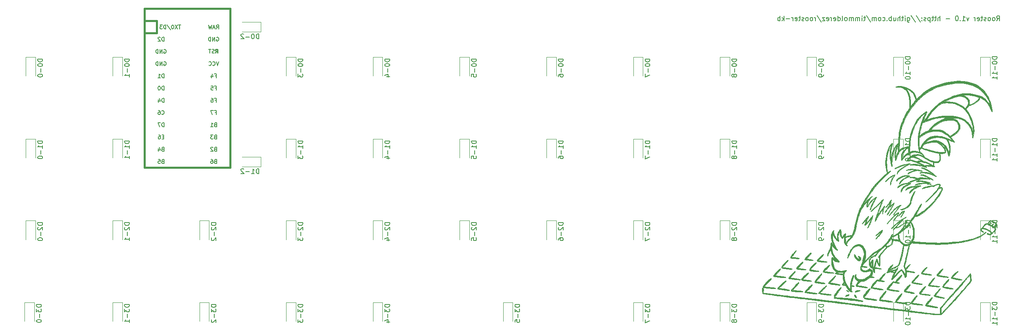
<source format=gbr>
%TF.GenerationSoftware,KiCad,Pcbnew,(5.1.9)-1*%
%TF.CreationDate,2021-08-06T01:24:01+02:00*%
%TF.ProjectId,rooster-pcb,726f6f73-7465-4722-9d70-63622e6b6963,rev?*%
%TF.SameCoordinates,Original*%
%TF.FileFunction,Legend,Bot*%
%TF.FilePolarity,Positive*%
%FSLAX46Y46*%
G04 Gerber Fmt 4.6, Leading zero omitted, Abs format (unit mm)*
G04 Created by KiCad (PCBNEW (5.1.9)-1) date 2021-08-06 01:24:01*
%MOMM*%
%LPD*%
G01*
G04 APERTURE LIST*
%ADD10C,0.150000*%
%ADD11C,0.010000*%
%ADD12C,0.120000*%
%ADD13C,0.381000*%
G04 APERTURE END LIST*
D10*
X245904761Y-36452380D02*
X246238095Y-35976190D01*
X246476190Y-36452380D02*
X246476190Y-35452380D01*
X246095238Y-35452380D01*
X246000000Y-35500000D01*
X245952380Y-35547619D01*
X245904761Y-35642857D01*
X245904761Y-35785714D01*
X245952380Y-35880952D01*
X246000000Y-35928571D01*
X246095238Y-35976190D01*
X246476190Y-35976190D01*
X245333333Y-36452380D02*
X245428571Y-36404761D01*
X245476190Y-36357142D01*
X245523809Y-36261904D01*
X245523809Y-35976190D01*
X245476190Y-35880952D01*
X245428571Y-35833333D01*
X245333333Y-35785714D01*
X245190476Y-35785714D01*
X245095238Y-35833333D01*
X245047619Y-35880952D01*
X245000000Y-35976190D01*
X245000000Y-36261904D01*
X245047619Y-36357142D01*
X245095238Y-36404761D01*
X245190476Y-36452380D01*
X245333333Y-36452380D01*
X244428571Y-36452380D02*
X244523809Y-36404761D01*
X244571428Y-36357142D01*
X244619047Y-36261904D01*
X244619047Y-35976190D01*
X244571428Y-35880952D01*
X244523809Y-35833333D01*
X244428571Y-35785714D01*
X244285714Y-35785714D01*
X244190476Y-35833333D01*
X244142857Y-35880952D01*
X244095238Y-35976190D01*
X244095238Y-36261904D01*
X244142857Y-36357142D01*
X244190476Y-36404761D01*
X244285714Y-36452380D01*
X244428571Y-36452380D01*
X243714285Y-36404761D02*
X243619047Y-36452380D01*
X243428571Y-36452380D01*
X243333333Y-36404761D01*
X243285714Y-36309523D01*
X243285714Y-36261904D01*
X243333333Y-36166666D01*
X243428571Y-36119047D01*
X243571428Y-36119047D01*
X243666666Y-36071428D01*
X243714285Y-35976190D01*
X243714285Y-35928571D01*
X243666666Y-35833333D01*
X243571428Y-35785714D01*
X243428571Y-35785714D01*
X243333333Y-35833333D01*
X243000000Y-35785714D02*
X242619047Y-35785714D01*
X242857142Y-35452380D02*
X242857142Y-36309523D01*
X242809523Y-36404761D01*
X242714285Y-36452380D01*
X242619047Y-36452380D01*
X241904761Y-36404761D02*
X242000000Y-36452380D01*
X242190476Y-36452380D01*
X242285714Y-36404761D01*
X242333333Y-36309523D01*
X242333333Y-35928571D01*
X242285714Y-35833333D01*
X242190476Y-35785714D01*
X242000000Y-35785714D01*
X241904761Y-35833333D01*
X241857142Y-35928571D01*
X241857142Y-36023809D01*
X242333333Y-36119047D01*
X241428571Y-36452380D02*
X241428571Y-35785714D01*
X241428571Y-35976190D02*
X241380952Y-35880952D01*
X241333333Y-35833333D01*
X241238095Y-35785714D01*
X241142857Y-35785714D01*
X240142857Y-35785714D02*
X239904761Y-36452380D01*
X239666666Y-35785714D01*
X238761904Y-36452380D02*
X239333333Y-36452380D01*
X239047619Y-36452380D02*
X239047619Y-35452380D01*
X239142857Y-35595238D01*
X239238095Y-35690476D01*
X239333333Y-35738095D01*
X238333333Y-36357142D02*
X238285714Y-36404761D01*
X238333333Y-36452380D01*
X238380952Y-36404761D01*
X238333333Y-36357142D01*
X238333333Y-36452380D01*
X237666666Y-35452380D02*
X237571428Y-35452380D01*
X237476190Y-35500000D01*
X237428571Y-35547619D01*
X237380952Y-35642857D01*
X237333333Y-35833333D01*
X237333333Y-36071428D01*
X237380952Y-36261904D01*
X237428571Y-36357142D01*
X237476190Y-36404761D01*
X237571428Y-36452380D01*
X237666666Y-36452380D01*
X237761904Y-36404761D01*
X237809523Y-36357142D01*
X237857142Y-36261904D01*
X237904761Y-36071428D01*
X237904761Y-35833333D01*
X237857142Y-35642857D01*
X237809523Y-35547619D01*
X237761904Y-35500000D01*
X237666666Y-35452380D01*
X236142857Y-36071428D02*
X235380952Y-36071428D01*
X234142857Y-36452380D02*
X234142857Y-35452380D01*
X233714285Y-36452380D02*
X233714285Y-35928571D01*
X233761904Y-35833333D01*
X233857142Y-35785714D01*
X234000000Y-35785714D01*
X234095238Y-35833333D01*
X234142857Y-35880952D01*
X233380952Y-35785714D02*
X233000000Y-35785714D01*
X233238095Y-35452380D02*
X233238095Y-36309523D01*
X233190476Y-36404761D01*
X233095238Y-36452380D01*
X233000000Y-36452380D01*
X232809523Y-35785714D02*
X232428571Y-35785714D01*
X232666666Y-35452380D02*
X232666666Y-36309523D01*
X232619047Y-36404761D01*
X232523809Y-36452380D01*
X232428571Y-36452380D01*
X232095238Y-35785714D02*
X232095238Y-36785714D01*
X232095238Y-35833333D02*
X232000000Y-35785714D01*
X231809523Y-35785714D01*
X231714285Y-35833333D01*
X231666666Y-35880952D01*
X231619047Y-35976190D01*
X231619047Y-36261904D01*
X231666666Y-36357142D01*
X231714285Y-36404761D01*
X231809523Y-36452380D01*
X232000000Y-36452380D01*
X232095238Y-36404761D01*
X231238095Y-36404761D02*
X231142857Y-36452380D01*
X230952380Y-36452380D01*
X230857142Y-36404761D01*
X230809523Y-36309523D01*
X230809523Y-36261904D01*
X230857142Y-36166666D01*
X230952380Y-36119047D01*
X231095238Y-36119047D01*
X231190476Y-36071428D01*
X231238095Y-35976190D01*
X231238095Y-35928571D01*
X231190476Y-35833333D01*
X231095238Y-35785714D01*
X230952380Y-35785714D01*
X230857142Y-35833333D01*
X230380952Y-36357142D02*
X230333333Y-36404761D01*
X230380952Y-36452380D01*
X230428571Y-36404761D01*
X230380952Y-36357142D01*
X230380952Y-36452380D01*
X230380952Y-35833333D02*
X230333333Y-35880952D01*
X230380952Y-35928571D01*
X230428571Y-35880952D01*
X230380952Y-35833333D01*
X230380952Y-35928571D01*
X229190476Y-35404761D02*
X230047619Y-36690476D01*
X228142857Y-35404761D02*
X229000000Y-36690476D01*
X227380952Y-35785714D02*
X227380952Y-36595238D01*
X227428571Y-36690476D01*
X227476190Y-36738095D01*
X227571428Y-36785714D01*
X227714285Y-36785714D01*
X227809523Y-36738095D01*
X227380952Y-36404761D02*
X227476190Y-36452380D01*
X227666666Y-36452380D01*
X227761904Y-36404761D01*
X227809523Y-36357142D01*
X227857142Y-36261904D01*
X227857142Y-35976190D01*
X227809523Y-35880952D01*
X227761904Y-35833333D01*
X227666666Y-35785714D01*
X227476190Y-35785714D01*
X227380952Y-35833333D01*
X226904761Y-36452380D02*
X226904761Y-35785714D01*
X226904761Y-35452380D02*
X226952380Y-35500000D01*
X226904761Y-35547619D01*
X226857142Y-35500000D01*
X226904761Y-35452380D01*
X226904761Y-35547619D01*
X226571428Y-35785714D02*
X226190476Y-35785714D01*
X226428571Y-35452380D02*
X226428571Y-36309523D01*
X226380952Y-36404761D01*
X226285714Y-36452380D01*
X226190476Y-36452380D01*
X225857142Y-36452380D02*
X225857142Y-35452380D01*
X225428571Y-36452380D02*
X225428571Y-35928571D01*
X225476190Y-35833333D01*
X225571428Y-35785714D01*
X225714285Y-35785714D01*
X225809523Y-35833333D01*
X225857142Y-35880952D01*
X224523809Y-35785714D02*
X224523809Y-36452380D01*
X224952380Y-35785714D02*
X224952380Y-36309523D01*
X224904761Y-36404761D01*
X224809523Y-36452380D01*
X224666666Y-36452380D01*
X224571428Y-36404761D01*
X224523809Y-36357142D01*
X224047619Y-36452380D02*
X224047619Y-35452380D01*
X224047619Y-35833333D02*
X223952380Y-35785714D01*
X223761904Y-35785714D01*
X223666666Y-35833333D01*
X223619047Y-35880952D01*
X223571428Y-35976190D01*
X223571428Y-36261904D01*
X223619047Y-36357142D01*
X223666666Y-36404761D01*
X223761904Y-36452380D01*
X223952380Y-36452380D01*
X224047619Y-36404761D01*
X223142857Y-36357142D02*
X223095238Y-36404761D01*
X223142857Y-36452380D01*
X223190476Y-36404761D01*
X223142857Y-36357142D01*
X223142857Y-36452380D01*
X222238095Y-36404761D02*
X222333333Y-36452380D01*
X222523809Y-36452380D01*
X222619047Y-36404761D01*
X222666666Y-36357142D01*
X222714285Y-36261904D01*
X222714285Y-35976190D01*
X222666666Y-35880952D01*
X222619047Y-35833333D01*
X222523809Y-35785714D01*
X222333333Y-35785714D01*
X222238095Y-35833333D01*
X221666666Y-36452380D02*
X221761904Y-36404761D01*
X221809523Y-36357142D01*
X221857142Y-36261904D01*
X221857142Y-35976190D01*
X221809523Y-35880952D01*
X221761904Y-35833333D01*
X221666666Y-35785714D01*
X221523809Y-35785714D01*
X221428571Y-35833333D01*
X221380952Y-35880952D01*
X221333333Y-35976190D01*
X221333333Y-36261904D01*
X221380952Y-36357142D01*
X221428571Y-36404761D01*
X221523809Y-36452380D01*
X221666666Y-36452380D01*
X220904761Y-36452380D02*
X220904761Y-35785714D01*
X220904761Y-35880952D02*
X220857142Y-35833333D01*
X220761904Y-35785714D01*
X220619047Y-35785714D01*
X220523809Y-35833333D01*
X220476190Y-35928571D01*
X220476190Y-36452380D01*
X220476190Y-35928571D02*
X220428571Y-35833333D01*
X220333333Y-35785714D01*
X220190476Y-35785714D01*
X220095238Y-35833333D01*
X220047619Y-35928571D01*
X220047619Y-36452380D01*
X218857142Y-35404761D02*
X219714285Y-36690476D01*
X218666666Y-35785714D02*
X218285714Y-35785714D01*
X218523809Y-35452380D02*
X218523809Y-36309523D01*
X218476190Y-36404761D01*
X218380952Y-36452380D01*
X218285714Y-36452380D01*
X217952380Y-36452380D02*
X217952380Y-35785714D01*
X217952380Y-35452380D02*
X218000000Y-35500000D01*
X217952380Y-35547619D01*
X217904761Y-35500000D01*
X217952380Y-35452380D01*
X217952380Y-35547619D01*
X217476190Y-36452380D02*
X217476190Y-35785714D01*
X217476190Y-35880952D02*
X217428571Y-35833333D01*
X217333333Y-35785714D01*
X217190476Y-35785714D01*
X217095238Y-35833333D01*
X217047619Y-35928571D01*
X217047619Y-36452380D01*
X217047619Y-35928571D02*
X217000000Y-35833333D01*
X216904761Y-35785714D01*
X216761904Y-35785714D01*
X216666666Y-35833333D01*
X216619047Y-35928571D01*
X216619047Y-36452380D01*
X216142857Y-36452380D02*
X216142857Y-35785714D01*
X216142857Y-35880952D02*
X216095238Y-35833333D01*
X216000000Y-35785714D01*
X215857142Y-35785714D01*
X215761904Y-35833333D01*
X215714285Y-35928571D01*
X215714285Y-36452380D01*
X215714285Y-35928571D02*
X215666666Y-35833333D01*
X215571428Y-35785714D01*
X215428571Y-35785714D01*
X215333333Y-35833333D01*
X215285714Y-35928571D01*
X215285714Y-36452380D01*
X214666666Y-36452380D02*
X214761904Y-36404761D01*
X214809523Y-36357142D01*
X214857142Y-36261904D01*
X214857142Y-35976190D01*
X214809523Y-35880952D01*
X214761904Y-35833333D01*
X214666666Y-35785714D01*
X214523809Y-35785714D01*
X214428571Y-35833333D01*
X214380952Y-35880952D01*
X214333333Y-35976190D01*
X214333333Y-36261904D01*
X214380952Y-36357142D01*
X214428571Y-36404761D01*
X214523809Y-36452380D01*
X214666666Y-36452380D01*
X213761904Y-36452380D02*
X213857142Y-36404761D01*
X213904761Y-36309523D01*
X213904761Y-35452380D01*
X212952380Y-36452380D02*
X212952380Y-35452380D01*
X212952380Y-36404761D02*
X213047619Y-36452380D01*
X213238095Y-36452380D01*
X213333333Y-36404761D01*
X213380952Y-36357142D01*
X213428571Y-36261904D01*
X213428571Y-35976190D01*
X213380952Y-35880952D01*
X213333333Y-35833333D01*
X213238095Y-35785714D01*
X213047619Y-35785714D01*
X212952380Y-35833333D01*
X212095238Y-36404761D02*
X212190476Y-36452380D01*
X212380952Y-36452380D01*
X212476190Y-36404761D01*
X212523809Y-36309523D01*
X212523809Y-35928571D01*
X212476190Y-35833333D01*
X212380952Y-35785714D01*
X212190476Y-35785714D01*
X212095238Y-35833333D01*
X212047619Y-35928571D01*
X212047619Y-36023809D01*
X212523809Y-36119047D01*
X211619047Y-36452380D02*
X211619047Y-35785714D01*
X211619047Y-35976190D02*
X211571428Y-35880952D01*
X211523809Y-35833333D01*
X211428571Y-35785714D01*
X211333333Y-35785714D01*
X210619047Y-36404761D02*
X210714285Y-36452380D01*
X210904761Y-36452380D01*
X211000000Y-36404761D01*
X211047619Y-36309523D01*
X211047619Y-35928571D01*
X211000000Y-35833333D01*
X210904761Y-35785714D01*
X210714285Y-35785714D01*
X210619047Y-35833333D01*
X210571428Y-35928571D01*
X210571428Y-36023809D01*
X211047619Y-36119047D01*
X210238095Y-35785714D02*
X209714285Y-35785714D01*
X210238095Y-36452380D01*
X209714285Y-36452380D01*
X208619047Y-35404761D02*
X209476190Y-36690476D01*
X208285714Y-36452380D02*
X208285714Y-35785714D01*
X208285714Y-35976190D02*
X208238095Y-35880952D01*
X208190476Y-35833333D01*
X208095238Y-35785714D01*
X208000000Y-35785714D01*
X207523809Y-36452380D02*
X207619047Y-36404761D01*
X207666666Y-36357142D01*
X207714285Y-36261904D01*
X207714285Y-35976190D01*
X207666666Y-35880952D01*
X207619047Y-35833333D01*
X207523809Y-35785714D01*
X207380952Y-35785714D01*
X207285714Y-35833333D01*
X207238095Y-35880952D01*
X207190476Y-35976190D01*
X207190476Y-36261904D01*
X207238095Y-36357142D01*
X207285714Y-36404761D01*
X207380952Y-36452380D01*
X207523809Y-36452380D01*
X206619047Y-36452380D02*
X206714285Y-36404761D01*
X206761904Y-36357142D01*
X206809523Y-36261904D01*
X206809523Y-35976190D01*
X206761904Y-35880952D01*
X206714285Y-35833333D01*
X206619047Y-35785714D01*
X206476190Y-35785714D01*
X206380952Y-35833333D01*
X206333333Y-35880952D01*
X206285714Y-35976190D01*
X206285714Y-36261904D01*
X206333333Y-36357142D01*
X206380952Y-36404761D01*
X206476190Y-36452380D01*
X206619047Y-36452380D01*
X205904761Y-36404761D02*
X205809523Y-36452380D01*
X205619047Y-36452380D01*
X205523809Y-36404761D01*
X205476190Y-36309523D01*
X205476190Y-36261904D01*
X205523809Y-36166666D01*
X205619047Y-36119047D01*
X205761904Y-36119047D01*
X205857142Y-36071428D01*
X205904761Y-35976190D01*
X205904761Y-35928571D01*
X205857142Y-35833333D01*
X205761904Y-35785714D01*
X205619047Y-35785714D01*
X205523809Y-35833333D01*
X205190476Y-35785714D02*
X204809523Y-35785714D01*
X205047619Y-35452380D02*
X205047619Y-36309523D01*
X205000000Y-36404761D01*
X204904761Y-36452380D01*
X204809523Y-36452380D01*
X204095238Y-36404761D02*
X204190476Y-36452380D01*
X204380952Y-36452380D01*
X204476190Y-36404761D01*
X204523809Y-36309523D01*
X204523809Y-35928571D01*
X204476190Y-35833333D01*
X204380952Y-35785714D01*
X204190476Y-35785714D01*
X204095238Y-35833333D01*
X204047619Y-35928571D01*
X204047619Y-36023809D01*
X204523809Y-36119047D01*
X203619047Y-36452380D02*
X203619047Y-35785714D01*
X203619047Y-35976190D02*
X203571428Y-35880952D01*
X203523809Y-35833333D01*
X203428571Y-35785714D01*
X203333333Y-35785714D01*
X203000000Y-36071428D02*
X202238095Y-36071428D01*
X201761904Y-36452380D02*
X201761904Y-35452380D01*
X201666666Y-36071428D02*
X201380952Y-36452380D01*
X201380952Y-35785714D02*
X201761904Y-36166666D01*
X200952380Y-36452380D02*
X200952380Y-35452380D01*
X200952380Y-35833333D02*
X200857142Y-35785714D01*
X200666666Y-35785714D01*
X200571428Y-35833333D01*
X200523809Y-35880952D01*
X200476190Y-35976190D01*
X200476190Y-36261904D01*
X200523809Y-36357142D01*
X200571428Y-36404761D01*
X200666666Y-36452380D01*
X200857142Y-36452380D01*
X200952380Y-36404761D01*
D11*
%TO.C,G\u002A\u002A\u002A*%
G36*
X244682396Y-78395659D02*
G01*
X244761282Y-78457919D01*
X244796171Y-78512015D01*
X244788631Y-78546938D01*
X244740234Y-78551678D01*
X244664417Y-78521779D01*
X244606848Y-78505845D01*
X244550771Y-78534642D01*
X244529520Y-78553529D01*
X244448735Y-78610955D01*
X244389722Y-78609940D01*
X244365760Y-78584579D01*
X244373723Y-78543963D01*
X244418040Y-78479062D01*
X244456159Y-78437274D01*
X244568293Y-78325139D01*
X244682396Y-78395659D01*
G37*
X244682396Y-78395659D02*
X244761282Y-78457919D01*
X244796171Y-78512015D01*
X244788631Y-78546938D01*
X244740234Y-78551678D01*
X244664417Y-78521779D01*
X244606848Y-78505845D01*
X244550771Y-78534642D01*
X244529520Y-78553529D01*
X244448735Y-78610955D01*
X244389722Y-78609940D01*
X244365760Y-78584579D01*
X244373723Y-78543963D01*
X244418040Y-78479062D01*
X244456159Y-78437274D01*
X244568293Y-78325139D01*
X244682396Y-78395659D01*
G36*
X245140313Y-78638839D02*
G01*
X245210579Y-78686937D01*
X245242199Y-78712373D01*
X245306368Y-78771003D01*
X245324567Y-78804499D01*
X245302613Y-78824480D01*
X245299043Y-78825943D01*
X245231042Y-78828280D01*
X245176985Y-78809974D01*
X245118303Y-78791071D01*
X245065230Y-78815022D01*
X245037520Y-78839279D01*
X244967118Y-78890940D01*
X244914107Y-78903684D01*
X244891819Y-78874552D01*
X244891750Y-78871631D01*
X244911036Y-78821611D01*
X244958011Y-78751465D01*
X245016348Y-78681410D01*
X245069721Y-78631663D01*
X245095155Y-78619750D01*
X245140313Y-78638839D01*
G37*
X245140313Y-78638839D02*
X245210579Y-78686937D01*
X245242199Y-78712373D01*
X245306368Y-78771003D01*
X245324567Y-78804499D01*
X245302613Y-78824480D01*
X245299043Y-78825943D01*
X245231042Y-78828280D01*
X245176985Y-78809974D01*
X245118303Y-78791071D01*
X245065230Y-78815022D01*
X245037520Y-78839279D01*
X244967118Y-78890940D01*
X244914107Y-78903684D01*
X244891819Y-78874552D01*
X244891750Y-78871631D01*
X244911036Y-78821611D01*
X244958011Y-78751465D01*
X245016348Y-78681410D01*
X245069721Y-78631663D01*
X245095155Y-78619750D01*
X245140313Y-78638839D01*
G36*
X228423380Y-67236870D02*
G01*
X228678813Y-67259303D01*
X228970642Y-67299743D01*
X229307678Y-67358285D01*
X229604125Y-67415877D01*
X229869063Y-67473516D01*
X230091721Y-67531091D01*
X230268216Y-67587134D01*
X230394666Y-67640178D01*
X230467188Y-67688756D01*
X230481901Y-67731401D01*
X230473094Y-67744238D01*
X230439251Y-67741622D01*
X230359576Y-67724193D01*
X230249065Y-67695372D01*
X230207234Y-67683615D01*
X229836628Y-67607917D01*
X229446204Y-67583764D01*
X229052740Y-67610809D01*
X228673017Y-67688703D01*
X228578229Y-67717366D01*
X228404786Y-67780701D01*
X228213007Y-67862332D01*
X228018178Y-67954614D01*
X227835584Y-68049907D01*
X227680511Y-68140566D01*
X227568247Y-68218951D01*
X227558128Y-68227382D01*
X227479863Y-68289335D01*
X227434757Y-68309809D01*
X227412218Y-68293351D01*
X227411042Y-68290495D01*
X227413631Y-68222123D01*
X227453433Y-68130737D01*
X227520547Y-68035891D01*
X227561843Y-67992728D01*
X227656880Y-67924945D01*
X227801766Y-67848129D01*
X227984364Y-67767018D01*
X228192534Y-67686349D01*
X228414137Y-67610861D01*
X228637034Y-67545292D01*
X228826250Y-67499205D01*
X229032625Y-67454779D01*
X228747982Y-67429065D01*
X228510752Y-67416157D01*
X228252725Y-67416548D01*
X227992638Y-67429127D01*
X227749225Y-67452784D01*
X227541220Y-67486408D01*
X227461000Y-67505344D01*
X227283874Y-67547583D01*
X227159887Y-67566154D01*
X227090663Y-67563454D01*
X227077825Y-67541878D01*
X227122998Y-67503823D01*
X227227805Y-67451685D01*
X227383779Y-67391399D01*
X227589392Y-67325258D01*
X227787348Y-67276638D01*
X227986457Y-67245635D01*
X228195531Y-67232347D01*
X228423380Y-67236870D01*
G37*
X228423380Y-67236870D02*
X228678813Y-67259303D01*
X228970642Y-67299743D01*
X229307678Y-67358285D01*
X229604125Y-67415877D01*
X229869063Y-67473516D01*
X230091721Y-67531091D01*
X230268216Y-67587134D01*
X230394666Y-67640178D01*
X230467188Y-67688756D01*
X230481901Y-67731401D01*
X230473094Y-67744238D01*
X230439251Y-67741622D01*
X230359576Y-67724193D01*
X230249065Y-67695372D01*
X230207234Y-67683615D01*
X229836628Y-67607917D01*
X229446204Y-67583764D01*
X229052740Y-67610809D01*
X228673017Y-67688703D01*
X228578229Y-67717366D01*
X228404786Y-67780701D01*
X228213007Y-67862332D01*
X228018178Y-67954614D01*
X227835584Y-68049907D01*
X227680511Y-68140566D01*
X227568247Y-68218951D01*
X227558128Y-68227382D01*
X227479863Y-68289335D01*
X227434757Y-68309809D01*
X227412218Y-68293351D01*
X227411042Y-68290495D01*
X227413631Y-68222123D01*
X227453433Y-68130737D01*
X227520547Y-68035891D01*
X227561843Y-67992728D01*
X227656880Y-67924945D01*
X227801766Y-67848129D01*
X227984364Y-67767018D01*
X228192534Y-67686349D01*
X228414137Y-67610861D01*
X228637034Y-67545292D01*
X228826250Y-67499205D01*
X229032625Y-67454779D01*
X228747982Y-67429065D01*
X228510752Y-67416157D01*
X228252725Y-67416548D01*
X227992638Y-67429127D01*
X227749225Y-67452784D01*
X227541220Y-67486408D01*
X227461000Y-67505344D01*
X227283874Y-67547583D01*
X227159887Y-67566154D01*
X227090663Y-67563454D01*
X227077825Y-67541878D01*
X227122998Y-67503823D01*
X227227805Y-67451685D01*
X227383779Y-67391399D01*
X227589392Y-67325258D01*
X227787348Y-67276638D01*
X227986457Y-67245635D01*
X228195531Y-67232347D01*
X228423380Y-67236870D01*
G36*
X227938887Y-66124935D02*
G01*
X227924228Y-66162153D01*
X227851724Y-66221748D01*
X227721622Y-66305383D01*
X227534164Y-66414720D01*
X227457110Y-66458211D01*
X227120194Y-66652091D01*
X226792159Y-66850027D01*
X226483667Y-67045182D01*
X226205380Y-67230716D01*
X225967959Y-67399793D01*
X225857927Y-67483871D01*
X225640923Y-67678429D01*
X225467338Y-67882949D01*
X225344248Y-68088265D01*
X225296600Y-68211250D01*
X225258776Y-68298125D01*
X225219590Y-68331157D01*
X225188520Y-68309251D01*
X225175042Y-68231311D01*
X225175000Y-68225301D01*
X225195807Y-68107869D01*
X225252280Y-67961300D01*
X225335491Y-67801666D01*
X225436516Y-67645038D01*
X225546428Y-67507490D01*
X225608395Y-67444914D01*
X225737012Y-67337739D01*
X225910240Y-67208614D01*
X226116528Y-67065211D01*
X226344320Y-66915206D01*
X226582062Y-66766270D01*
X226818201Y-66626078D01*
X226968875Y-66541349D01*
X227102377Y-66466316D01*
X227208040Y-66403240D01*
X227277431Y-66357461D01*
X227302120Y-66334315D01*
X227298696Y-66332549D01*
X227251067Y-66340852D01*
X227154771Y-66363718D01*
X227022126Y-66398020D01*
X226865453Y-66440636D01*
X226798669Y-66459351D01*
X226259581Y-66629377D01*
X225685013Y-66844374D01*
X225143716Y-67073992D01*
X224962811Y-67151693D01*
X224832767Y-67199651D01*
X224748799Y-67218709D01*
X224706117Y-67209708D01*
X224699934Y-67173489D01*
X224706914Y-67150770D01*
X224741530Y-67118202D01*
X224823019Y-67064206D01*
X224940827Y-66994450D01*
X225084398Y-66914603D01*
X225243177Y-66830333D01*
X225406608Y-66747309D01*
X225564138Y-66671199D01*
X225705210Y-66607671D01*
X225762375Y-66583953D01*
X225939638Y-66520752D01*
X226166238Y-66451870D01*
X226428664Y-66380722D01*
X226689389Y-66316625D01*
X227365750Y-66316625D01*
X227381625Y-66332500D01*
X227397500Y-66316625D01*
X227381625Y-66300750D01*
X227365750Y-66316625D01*
X226689389Y-66316625D01*
X226713409Y-66310720D01*
X227006962Y-66245278D01*
X227295815Y-66187810D01*
X227414183Y-66166578D01*
X227633349Y-66130915D01*
X227793692Y-66110978D01*
X227895456Y-66108431D01*
X227938887Y-66124935D01*
G37*
X227938887Y-66124935D02*
X227924228Y-66162153D01*
X227851724Y-66221748D01*
X227721622Y-66305383D01*
X227534164Y-66414720D01*
X227457110Y-66458211D01*
X227120194Y-66652091D01*
X226792159Y-66850027D01*
X226483667Y-67045182D01*
X226205380Y-67230716D01*
X225967959Y-67399793D01*
X225857927Y-67483871D01*
X225640923Y-67678429D01*
X225467338Y-67882949D01*
X225344248Y-68088265D01*
X225296600Y-68211250D01*
X225258776Y-68298125D01*
X225219590Y-68331157D01*
X225188520Y-68309251D01*
X225175042Y-68231311D01*
X225175000Y-68225301D01*
X225195807Y-68107869D01*
X225252280Y-67961300D01*
X225335491Y-67801666D01*
X225436516Y-67645038D01*
X225546428Y-67507490D01*
X225608395Y-67444914D01*
X225737012Y-67337739D01*
X225910240Y-67208614D01*
X226116528Y-67065211D01*
X226344320Y-66915206D01*
X226582062Y-66766270D01*
X226818201Y-66626078D01*
X226968875Y-66541349D01*
X227102377Y-66466316D01*
X227208040Y-66403240D01*
X227277431Y-66357461D01*
X227302120Y-66334315D01*
X227298696Y-66332549D01*
X227251067Y-66340852D01*
X227154771Y-66363718D01*
X227022126Y-66398020D01*
X226865453Y-66440636D01*
X226798669Y-66459351D01*
X226259581Y-66629377D01*
X225685013Y-66844374D01*
X225143716Y-67073992D01*
X224962811Y-67151693D01*
X224832767Y-67199651D01*
X224748799Y-67218709D01*
X224706117Y-67209708D01*
X224699934Y-67173489D01*
X224706914Y-67150770D01*
X224741530Y-67118202D01*
X224823019Y-67064206D01*
X224940827Y-66994450D01*
X225084398Y-66914603D01*
X225243177Y-66830333D01*
X225406608Y-66747309D01*
X225564138Y-66671199D01*
X225705210Y-66607671D01*
X225762375Y-66583953D01*
X225939638Y-66520752D01*
X226166238Y-66451870D01*
X226428664Y-66380722D01*
X226689389Y-66316625D01*
X227365750Y-66316625D01*
X227381625Y-66332500D01*
X227397500Y-66316625D01*
X227381625Y-66300750D01*
X227365750Y-66316625D01*
X226689389Y-66316625D01*
X226713409Y-66310720D01*
X227006962Y-66245278D01*
X227295815Y-66187810D01*
X227414183Y-66166578D01*
X227633349Y-66130915D01*
X227793692Y-66110978D01*
X227895456Y-66108431D01*
X227938887Y-66124935D01*
G36*
X230412427Y-66972556D02*
G01*
X230445180Y-66974846D01*
X230540155Y-66984167D01*
X230626640Y-67000417D01*
X230717964Y-67028277D01*
X230827456Y-67072428D01*
X230968447Y-67137552D01*
X231123061Y-67212919D01*
X231663782Y-67500690D01*
X232175336Y-67814959D01*
X232646015Y-68148050D01*
X233033125Y-68464743D01*
X233130876Y-68547629D01*
X233223870Y-68620849D01*
X233281129Y-68661333D01*
X233339688Y-68717481D01*
X233359741Y-68776760D01*
X233337017Y-68820302D01*
X233318875Y-68828144D01*
X233277930Y-68818128D01*
X233196445Y-68784022D01*
X233089509Y-68732355D01*
X233049000Y-68711403D01*
X232907150Y-68645095D01*
X232717754Y-68568596D01*
X232494984Y-68486651D01*
X232253011Y-68404002D01*
X232006009Y-68325395D01*
X231768150Y-68255572D01*
X231553606Y-68199278D01*
X231445625Y-68174734D01*
X231261214Y-68142942D01*
X231046845Y-68117101D01*
X230818435Y-68098060D01*
X230591900Y-68086670D01*
X230383157Y-68083781D01*
X230208122Y-68090242D01*
X230101701Y-68102966D01*
X230000417Y-68118694D01*
X229944609Y-68116815D01*
X229918378Y-68096020D01*
X229914512Y-68087538D01*
X229912132Y-68048149D01*
X229944255Y-68012891D01*
X230019818Y-67975938D01*
X230147758Y-67931463D01*
X230159750Y-67927650D01*
X230253402Y-67903649D01*
X230364763Y-67887344D01*
X230506809Y-67877646D01*
X230692515Y-67873469D01*
X230810625Y-67873118D01*
X231286875Y-67873862D01*
X231919534Y-68087125D01*
X232107911Y-68150054D01*
X232274846Y-68204731D01*
X232411398Y-68248316D01*
X232508626Y-68277972D01*
X232557589Y-68290860D01*
X232561612Y-68290971D01*
X232540058Y-68271117D01*
X232474416Y-68222770D01*
X232373681Y-68152289D01*
X232246847Y-68066031D01*
X232182952Y-68023295D01*
X231917666Y-67853228D01*
X231643147Y-67689002D01*
X231368950Y-67535530D01*
X231104630Y-67397724D01*
X230859739Y-67280497D01*
X230643834Y-67188759D01*
X230466468Y-67127425D01*
X230413750Y-67113700D01*
X230299397Y-67079745D01*
X230240207Y-67041386D01*
X230227993Y-67016066D01*
X230227829Y-66986668D01*
X230250113Y-66971212D01*
X230307445Y-66967305D01*
X230412427Y-66972556D01*
G37*
X230412427Y-66972556D02*
X230445180Y-66974846D01*
X230540155Y-66984167D01*
X230626640Y-67000417D01*
X230717964Y-67028277D01*
X230827456Y-67072428D01*
X230968447Y-67137552D01*
X231123061Y-67212919D01*
X231663782Y-67500690D01*
X232175336Y-67814959D01*
X232646015Y-68148050D01*
X233033125Y-68464743D01*
X233130876Y-68547629D01*
X233223870Y-68620849D01*
X233281129Y-68661333D01*
X233339688Y-68717481D01*
X233359741Y-68776760D01*
X233337017Y-68820302D01*
X233318875Y-68828144D01*
X233277930Y-68818128D01*
X233196445Y-68784022D01*
X233089509Y-68732355D01*
X233049000Y-68711403D01*
X232907150Y-68645095D01*
X232717754Y-68568596D01*
X232494984Y-68486651D01*
X232253011Y-68404002D01*
X232006009Y-68325395D01*
X231768150Y-68255572D01*
X231553606Y-68199278D01*
X231445625Y-68174734D01*
X231261214Y-68142942D01*
X231046845Y-68117101D01*
X230818435Y-68098060D01*
X230591900Y-68086670D01*
X230383157Y-68083781D01*
X230208122Y-68090242D01*
X230101701Y-68102966D01*
X230000417Y-68118694D01*
X229944609Y-68116815D01*
X229918378Y-68096020D01*
X229914512Y-68087538D01*
X229912132Y-68048149D01*
X229944255Y-68012891D01*
X230019818Y-67975938D01*
X230147758Y-67931463D01*
X230159750Y-67927650D01*
X230253402Y-67903649D01*
X230364763Y-67887344D01*
X230506809Y-67877646D01*
X230692515Y-67873469D01*
X230810625Y-67873118D01*
X231286875Y-67873862D01*
X231919534Y-68087125D01*
X232107911Y-68150054D01*
X232274846Y-68204731D01*
X232411398Y-68248316D01*
X232508626Y-68277972D01*
X232557589Y-68290860D01*
X232561612Y-68290971D01*
X232540058Y-68271117D01*
X232474416Y-68222770D01*
X232373681Y-68152289D01*
X232246847Y-68066031D01*
X232182952Y-68023295D01*
X231917666Y-67853228D01*
X231643147Y-67689002D01*
X231368950Y-67535530D01*
X231104630Y-67397724D01*
X230859739Y-67280497D01*
X230643834Y-67188759D01*
X230466468Y-67127425D01*
X230413750Y-67113700D01*
X230299397Y-67079745D01*
X230240207Y-67041386D01*
X230227993Y-67016066D01*
X230227829Y-66986668D01*
X230250113Y-66971212D01*
X230307445Y-66967305D01*
X230412427Y-66972556D01*
G36*
X227379188Y-68575672D02*
G01*
X227565115Y-68589848D01*
X227695735Y-68606686D01*
X227779239Y-68628772D01*
X227823820Y-68658692D01*
X227837669Y-68699030D01*
X227836264Y-68719903D01*
X227821929Y-68750860D01*
X227782786Y-68786487D01*
X227711481Y-68831078D01*
X227600663Y-68888928D01*
X227442978Y-68964333D01*
X227323204Y-69019610D01*
X227037174Y-69154641D01*
X226801331Y-69277002D01*
X226605693Y-69394313D01*
X226440277Y-69514192D01*
X226295098Y-69644257D01*
X226160174Y-69792127D01*
X226025520Y-69965421D01*
X225955774Y-70063125D01*
X225875863Y-70176714D01*
X225807103Y-70273096D01*
X225759276Y-70338629D01*
X225745244Y-70356812D01*
X225690198Y-70394094D01*
X225644389Y-70375037D01*
X225632927Y-70353945D01*
X225633252Y-70283519D01*
X225666598Y-70177201D01*
X225726379Y-70048732D01*
X225806009Y-69911854D01*
X225898902Y-69780309D01*
X225921108Y-69752669D01*
X226036957Y-69627356D01*
X226178140Y-69496045D01*
X226315641Y-69385573D01*
X226325976Y-69378183D01*
X226437946Y-69306321D01*
X226593229Y-69216576D01*
X226777029Y-69116666D01*
X226974550Y-69014312D01*
X227170996Y-68917233D01*
X227351570Y-68833149D01*
X227461000Y-68785994D01*
X227498848Y-68767210D01*
X227495679Y-68753900D01*
X227443709Y-68741894D01*
X227355825Y-68729659D01*
X227127365Y-68718939D01*
X226875925Y-68737731D01*
X226632952Y-68782835D01*
X226524375Y-68814285D01*
X226369572Y-68877515D01*
X226184694Y-68970723D01*
X225985640Y-69084130D01*
X225788309Y-69207954D01*
X225608599Y-69332416D01*
X225462409Y-69447736D01*
X225399695Y-69506117D01*
X225310228Y-69598814D01*
X225234716Y-69679558D01*
X225187269Y-69733211D01*
X225182701Y-69738950D01*
X225128390Y-69780762D01*
X225082892Y-69767824D01*
X225056695Y-69708863D01*
X225056721Y-69634136D01*
X225082483Y-69527275D01*
X225134863Y-69427628D01*
X225222567Y-69323215D01*
X225354298Y-69202058D01*
X225396262Y-69166810D01*
X225703813Y-68952018D01*
X226050065Y-68782491D01*
X226426836Y-68660669D01*
X226825940Y-68588992D01*
X227239196Y-68569898D01*
X227379188Y-68575672D01*
G37*
X227379188Y-68575672D02*
X227565115Y-68589848D01*
X227695735Y-68606686D01*
X227779239Y-68628772D01*
X227823820Y-68658692D01*
X227837669Y-68699030D01*
X227836264Y-68719903D01*
X227821929Y-68750860D01*
X227782786Y-68786487D01*
X227711481Y-68831078D01*
X227600663Y-68888928D01*
X227442978Y-68964333D01*
X227323204Y-69019610D01*
X227037174Y-69154641D01*
X226801331Y-69277002D01*
X226605693Y-69394313D01*
X226440277Y-69514192D01*
X226295098Y-69644257D01*
X226160174Y-69792127D01*
X226025520Y-69965421D01*
X225955774Y-70063125D01*
X225875863Y-70176714D01*
X225807103Y-70273096D01*
X225759276Y-70338629D01*
X225745244Y-70356812D01*
X225690198Y-70394094D01*
X225644389Y-70375037D01*
X225632927Y-70353945D01*
X225633252Y-70283519D01*
X225666598Y-70177201D01*
X225726379Y-70048732D01*
X225806009Y-69911854D01*
X225898902Y-69780309D01*
X225921108Y-69752669D01*
X226036957Y-69627356D01*
X226178140Y-69496045D01*
X226315641Y-69385573D01*
X226325976Y-69378183D01*
X226437946Y-69306321D01*
X226593229Y-69216576D01*
X226777029Y-69116666D01*
X226974550Y-69014312D01*
X227170996Y-68917233D01*
X227351570Y-68833149D01*
X227461000Y-68785994D01*
X227498848Y-68767210D01*
X227495679Y-68753900D01*
X227443709Y-68741894D01*
X227355825Y-68729659D01*
X227127365Y-68718939D01*
X226875925Y-68737731D01*
X226632952Y-68782835D01*
X226524375Y-68814285D01*
X226369572Y-68877515D01*
X226184694Y-68970723D01*
X225985640Y-69084130D01*
X225788309Y-69207954D01*
X225608599Y-69332416D01*
X225462409Y-69447736D01*
X225399695Y-69506117D01*
X225310228Y-69598814D01*
X225234716Y-69679558D01*
X225187269Y-69733211D01*
X225182701Y-69738950D01*
X225128390Y-69780762D01*
X225082892Y-69767824D01*
X225056695Y-69708863D01*
X225056721Y-69634136D01*
X225082483Y-69527275D01*
X225134863Y-69427628D01*
X225222567Y-69323215D01*
X225354298Y-69202058D01*
X225396262Y-69166810D01*
X225703813Y-68952018D01*
X226050065Y-68782491D01*
X226426836Y-68660669D01*
X226825940Y-68588992D01*
X227239196Y-68569898D01*
X227379188Y-68575672D01*
G36*
X231766265Y-70278273D02*
G01*
X231787857Y-70279812D01*
X231996536Y-70300774D01*
X232145976Y-70328448D01*
X232240198Y-70364043D01*
X232283223Y-70408766D01*
X232287000Y-70429742D01*
X232271561Y-70468360D01*
X232220110Y-70486757D01*
X232124946Y-70485566D01*
X231978366Y-70465418D01*
X231937750Y-70458379D01*
X231814441Y-70442175D01*
X231676236Y-70431969D01*
X231631584Y-70430603D01*
X231514828Y-70420199D01*
X231456680Y-70392738D01*
X231450909Y-70382946D01*
X231449614Y-70326087D01*
X231499719Y-70290308D01*
X231604258Y-70274679D01*
X231766265Y-70278273D01*
G37*
X231766265Y-70278273D02*
X231787857Y-70279812D01*
X231996536Y-70300774D01*
X232145976Y-70328448D01*
X232240198Y-70364043D01*
X232283223Y-70408766D01*
X232287000Y-70429742D01*
X232271561Y-70468360D01*
X232220110Y-70486757D01*
X232124946Y-70485566D01*
X231978366Y-70465418D01*
X231937750Y-70458379D01*
X231814441Y-70442175D01*
X231676236Y-70431969D01*
X231631584Y-70430603D01*
X231514828Y-70420199D01*
X231456680Y-70392738D01*
X231450909Y-70382946D01*
X231449614Y-70326087D01*
X231499719Y-70290308D01*
X231604258Y-70274679D01*
X231766265Y-70278273D01*
G36*
X230394352Y-69683266D02*
G01*
X230524875Y-69696085D01*
X230647681Y-69716220D01*
X230808952Y-69748128D01*
X230996414Y-69788814D01*
X231197792Y-69835286D01*
X231400812Y-69884551D01*
X231593200Y-69933616D01*
X231762681Y-69979487D01*
X231896981Y-70019172D01*
X231983825Y-70049677D01*
X231994484Y-70054444D01*
X232055976Y-70098144D01*
X232080625Y-70142927D01*
X232070007Y-70162372D01*
X232032426Y-70177522D01*
X231959287Y-70189683D01*
X231841995Y-70200160D01*
X231671957Y-70210260D01*
X231620250Y-70212876D01*
X231125924Y-70246635D01*
X230608506Y-70298827D01*
X230103098Y-70365671D01*
X229889875Y-70399366D01*
X229699094Y-70432045D01*
X229551688Y-70459816D01*
X229428213Y-70487058D01*
X229309228Y-70518150D01*
X229175289Y-70557471D01*
X229139526Y-70568384D01*
X229036840Y-70593525D01*
X228976523Y-70590598D01*
X228956963Y-70578013D01*
X228926139Y-70533932D01*
X228939661Y-70495653D01*
X229004115Y-70451716D01*
X229040562Y-70432558D01*
X229269734Y-70338048D01*
X229557471Y-70256803D01*
X229900098Y-70189493D01*
X230293943Y-70136787D01*
X230735331Y-70099355D01*
X230927662Y-70088651D01*
X231076534Y-70079799D01*
X231195004Y-70069390D01*
X231272863Y-70058590D01*
X231299900Y-70048564D01*
X231297727Y-70046420D01*
X231229488Y-70023119D01*
X231110893Y-69995643D01*
X230954762Y-69966199D01*
X230773918Y-69936996D01*
X230581181Y-69910241D01*
X230389374Y-69888142D01*
X230363779Y-69885590D01*
X230135487Y-69868173D01*
X229933271Y-69865454D01*
X229721488Y-69877558D01*
X229610355Y-69888209D01*
X229427201Y-69904823D01*
X229299473Y-69909249D01*
X229220053Y-69900289D01*
X229181826Y-69876744D01*
X229177675Y-69837414D01*
X229184188Y-69816402D01*
X229227476Y-69782710D01*
X229323361Y-69751938D01*
X229460970Y-69725062D01*
X229629433Y-69703057D01*
X229817874Y-69686899D01*
X230015423Y-69677564D01*
X230211207Y-69676028D01*
X230394352Y-69683266D01*
G37*
X230394352Y-69683266D02*
X230524875Y-69696085D01*
X230647681Y-69716220D01*
X230808952Y-69748128D01*
X230996414Y-69788814D01*
X231197792Y-69835286D01*
X231400812Y-69884551D01*
X231593200Y-69933616D01*
X231762681Y-69979487D01*
X231896981Y-70019172D01*
X231983825Y-70049677D01*
X231994484Y-70054444D01*
X232055976Y-70098144D01*
X232080625Y-70142927D01*
X232070007Y-70162372D01*
X232032426Y-70177522D01*
X231959287Y-70189683D01*
X231841995Y-70200160D01*
X231671957Y-70210260D01*
X231620250Y-70212876D01*
X231125924Y-70246635D01*
X230608506Y-70298827D01*
X230103098Y-70365671D01*
X229889875Y-70399366D01*
X229699094Y-70432045D01*
X229551688Y-70459816D01*
X229428213Y-70487058D01*
X229309228Y-70518150D01*
X229175289Y-70557471D01*
X229139526Y-70568384D01*
X229036840Y-70593525D01*
X228976523Y-70590598D01*
X228956963Y-70578013D01*
X228926139Y-70533932D01*
X228939661Y-70495653D01*
X229004115Y-70451716D01*
X229040562Y-70432558D01*
X229269734Y-70338048D01*
X229557471Y-70256803D01*
X229900098Y-70189493D01*
X230293943Y-70136787D01*
X230735331Y-70099355D01*
X230927662Y-70088651D01*
X231076534Y-70079799D01*
X231195004Y-70069390D01*
X231272863Y-70058590D01*
X231299900Y-70048564D01*
X231297727Y-70046420D01*
X231229488Y-70023119D01*
X231110893Y-69995643D01*
X230954762Y-69966199D01*
X230773918Y-69936996D01*
X230581181Y-69910241D01*
X230389374Y-69888142D01*
X230363779Y-69885590D01*
X230135487Y-69868173D01*
X229933271Y-69865454D01*
X229721488Y-69877558D01*
X229610355Y-69888209D01*
X229427201Y-69904823D01*
X229299473Y-69909249D01*
X229220053Y-69900289D01*
X229181826Y-69876744D01*
X229177675Y-69837414D01*
X229184188Y-69816402D01*
X229227476Y-69782710D01*
X229323361Y-69751938D01*
X229460970Y-69725062D01*
X229629433Y-69703057D01*
X229817874Y-69686899D01*
X230015423Y-69677564D01*
X230211207Y-69676028D01*
X230394352Y-69683266D01*
G36*
X224778288Y-68446743D02*
G01*
X224769840Y-68505733D01*
X224726431Y-68604486D01*
X224647789Y-68747744D01*
X224572893Y-68874939D01*
X224398007Y-69174496D01*
X224256720Y-69433558D01*
X224144329Y-69662280D01*
X224056132Y-69870817D01*
X223987429Y-70069323D01*
X223939632Y-70242667D01*
X223892101Y-70421911D01*
X223851759Y-70541598D01*
X223816989Y-70605058D01*
X223786176Y-70615621D01*
X223767885Y-70596320D01*
X223764057Y-70555103D01*
X223767326Y-70466729D01*
X223776915Y-70347048D01*
X223782991Y-70288057D01*
X223813315Y-70089282D01*
X223862162Y-69896241D01*
X223933958Y-69698532D01*
X224033129Y-69485757D01*
X224164101Y-69247515D01*
X224331299Y-68973407D01*
X224365157Y-68920125D01*
X224438859Y-68804503D01*
X224501373Y-68706031D01*
X224543524Y-68639182D01*
X224554234Y-68621910D01*
X224546070Y-68610183D01*
X224494133Y-68627201D01*
X224408138Y-68667489D01*
X224297805Y-68725575D01*
X224172850Y-68795984D01*
X224042991Y-68873244D01*
X223917945Y-68951880D01*
X223807430Y-69026420D01*
X223722079Y-69090636D01*
X223619989Y-69178171D01*
X223487999Y-69296772D01*
X223341155Y-69432649D01*
X223194503Y-69572011D01*
X223152980Y-69612257D01*
X222999849Y-69757660D01*
X222884841Y-69857556D01*
X222804338Y-69914291D01*
X222754721Y-69930212D01*
X222732375Y-69907666D01*
X222730250Y-69886523D01*
X222751621Y-69849438D01*
X222810140Y-69776968D01*
X222897413Y-69677979D01*
X223005049Y-69561338D01*
X223124653Y-69435912D01*
X223247834Y-69310569D01*
X223366198Y-69194174D01*
X223471352Y-69095597D01*
X223517592Y-69054693D01*
X223661268Y-68946474D01*
X223849740Y-68827129D01*
X224067438Y-68705230D01*
X224298788Y-68589345D01*
X224528219Y-68488044D01*
X224596582Y-68460917D01*
X224691388Y-68429079D01*
X224752047Y-68422773D01*
X224778288Y-68446743D01*
G37*
X224778288Y-68446743D02*
X224769840Y-68505733D01*
X224726431Y-68604486D01*
X224647789Y-68747744D01*
X224572893Y-68874939D01*
X224398007Y-69174496D01*
X224256720Y-69433558D01*
X224144329Y-69662280D01*
X224056132Y-69870817D01*
X223987429Y-70069323D01*
X223939632Y-70242667D01*
X223892101Y-70421911D01*
X223851759Y-70541598D01*
X223816989Y-70605058D01*
X223786176Y-70615621D01*
X223767885Y-70596320D01*
X223764057Y-70555103D01*
X223767326Y-70466729D01*
X223776915Y-70347048D01*
X223782991Y-70288057D01*
X223813315Y-70089282D01*
X223862162Y-69896241D01*
X223933958Y-69698532D01*
X224033129Y-69485757D01*
X224164101Y-69247515D01*
X224331299Y-68973407D01*
X224365157Y-68920125D01*
X224438859Y-68804503D01*
X224501373Y-68706031D01*
X224543524Y-68639182D01*
X224554234Y-68621910D01*
X224546070Y-68610183D01*
X224494133Y-68627201D01*
X224408138Y-68667489D01*
X224297805Y-68725575D01*
X224172850Y-68795984D01*
X224042991Y-68873244D01*
X223917945Y-68951880D01*
X223807430Y-69026420D01*
X223722079Y-69090636D01*
X223619989Y-69178171D01*
X223487999Y-69296772D01*
X223341155Y-69432649D01*
X223194503Y-69572011D01*
X223152980Y-69612257D01*
X222999849Y-69757660D01*
X222884841Y-69857556D01*
X222804338Y-69914291D01*
X222754721Y-69930212D01*
X222732375Y-69907666D01*
X222730250Y-69886523D01*
X222751621Y-69849438D01*
X222810140Y-69776968D01*
X222897413Y-69677979D01*
X223005049Y-69561338D01*
X223124653Y-69435912D01*
X223247834Y-69310569D01*
X223366198Y-69194174D01*
X223471352Y-69095597D01*
X223517592Y-69054693D01*
X223661268Y-68946474D01*
X223849740Y-68827129D01*
X224067438Y-68705230D01*
X224298788Y-68589345D01*
X224528219Y-68488044D01*
X224596582Y-68460917D01*
X224691388Y-68429079D01*
X224752047Y-68422773D01*
X224778288Y-68446743D01*
G36*
X230501487Y-68379614D02*
G01*
X230646100Y-68422286D01*
X230827600Y-68488508D01*
X231036884Y-68574271D01*
X231264845Y-68675567D01*
X231502378Y-68788390D01*
X231740377Y-68908730D01*
X231969737Y-69032580D01*
X232128250Y-69123955D01*
X232326861Y-69244275D01*
X232474559Y-69339144D01*
X232576699Y-69412540D01*
X232638635Y-69468443D01*
X232665722Y-69510831D01*
X232668000Y-69524990D01*
X232645198Y-69565041D01*
X232577875Y-69561885D01*
X232467647Y-69515938D01*
X232333668Y-69438703D01*
X232222600Y-69372221D01*
X232152208Y-69339349D01*
X232111946Y-69336165D01*
X232095622Y-69350169D01*
X232078209Y-69364241D01*
X232041468Y-69372908D01*
X231977624Y-69376045D01*
X231878903Y-69373523D01*
X231737530Y-69365216D01*
X231545732Y-69350997D01*
X231391975Y-69338657D01*
X231152804Y-69321234D01*
X230899163Y-69306393D01*
X230650699Y-69295037D01*
X230427061Y-69288071D01*
X230255000Y-69286347D01*
X230076675Y-69287772D01*
X229954484Y-69290119D01*
X229881058Y-69294525D01*
X229849033Y-69302127D01*
X229851039Y-69314065D01*
X229879712Y-69331475D01*
X229899180Y-69341313D01*
X229974460Y-69392880D01*
X229995275Y-69449902D01*
X229994430Y-69458345D01*
X229985904Y-69486106D01*
X229962508Y-69505648D01*
X229913499Y-69519312D01*
X229828134Y-69529436D01*
X229695670Y-69538359D01*
X229604125Y-69543327D01*
X229427546Y-69556490D01*
X229248547Y-69576449D01*
X229091044Y-69600210D01*
X229000875Y-69618859D01*
X228839560Y-69664706D01*
X228643278Y-69728833D01*
X228430436Y-69804422D01*
X228219440Y-69884656D01*
X228028697Y-69962716D01*
X227876614Y-70031784D01*
X227850289Y-70045035D01*
X227667375Y-70139445D01*
X227850933Y-70140972D01*
X227979639Y-70152725D01*
X228050049Y-70184877D01*
X228061254Y-70236704D01*
X228032255Y-70285669D01*
X227992197Y-70315049D01*
X227905406Y-70367249D01*
X227781905Y-70436614D01*
X227631720Y-70517490D01*
X227493574Y-70589519D01*
X227183083Y-70757520D01*
X226914918Y-70920084D01*
X226693778Y-71073960D01*
X226524360Y-71215893D01*
X226416712Y-71335175D01*
X226360813Y-71425340D01*
X226295482Y-71550853D01*
X226233177Y-71687456D01*
X226222114Y-71714125D01*
X226157403Y-71867074D01*
X226108143Y-71966246D01*
X226069508Y-72018035D01*
X226036673Y-72028840D01*
X226004813Y-72005059D01*
X226003685Y-72003713D01*
X225982795Y-71935117D01*
X225989272Y-71823344D01*
X226020353Y-71681114D01*
X226073278Y-71521149D01*
X226143468Y-71359856D01*
X226245925Y-71183350D01*
X226372514Y-71029443D01*
X226532960Y-70889588D01*
X226736988Y-70755236D01*
X226979091Y-70625385D01*
X227137306Y-70547919D01*
X227292683Y-70473942D01*
X227427187Y-70411919D01*
X227521543Y-70370819D01*
X227610149Y-70330969D01*
X227665729Y-70298841D01*
X227676489Y-70283906D01*
X227634257Y-70275847D01*
X227542746Y-70276968D01*
X227415269Y-70285746D01*
X227265137Y-70300661D01*
X227105663Y-70320193D01*
X226950161Y-70342820D01*
X226811943Y-70367023D01*
X226704321Y-70391281D01*
X226683125Y-70397369D01*
X226453566Y-70478686D01*
X226215730Y-70582009D01*
X225985541Y-70699003D01*
X225778919Y-70821330D01*
X225611788Y-70940654D01*
X225559555Y-70985678D01*
X225448253Y-71081099D01*
X225365256Y-71136153D01*
X225317892Y-71147025D01*
X225278634Y-71115118D01*
X225278612Y-71058821D01*
X225319518Y-70970141D01*
X225373437Y-70884476D01*
X225471328Y-70766747D01*
X225603662Y-70659457D01*
X225778857Y-70557220D01*
X226005330Y-70454652D01*
X226110537Y-70412949D01*
X226350625Y-70325987D01*
X226562453Y-70262896D01*
X226773390Y-70216928D01*
X227010808Y-70181335D01*
X227087433Y-70172116D01*
X227224444Y-70154223D01*
X227336335Y-70135695D01*
X227409067Y-70119091D01*
X227429250Y-70109852D01*
X227461665Y-70084962D01*
X227537573Y-70036136D01*
X227645207Y-69970722D01*
X227757147Y-69905087D01*
X227990263Y-69785471D01*
X228260476Y-69671004D01*
X228544493Y-69570111D01*
X228819023Y-69491216D01*
X229016750Y-69449502D01*
X229148425Y-69427454D01*
X229275726Y-69405900D01*
X229350125Y-69393130D01*
X229477125Y-69371084D01*
X229239000Y-69296737D01*
X228948935Y-69216162D01*
X228657315Y-69153434D01*
X228382815Y-69111916D01*
X228144111Y-69094972D01*
X228117594Y-69094750D01*
X227970739Y-69091277D01*
X227876005Y-69079718D01*
X227822335Y-69058357D01*
X227810250Y-69047125D01*
X227787933Y-68989799D01*
X227826790Y-68944772D01*
X227927267Y-68911771D01*
X228062029Y-68892918D01*
X228389964Y-68890740D01*
X228745798Y-68942855D01*
X229131126Y-69049545D01*
X229307916Y-69112894D01*
X229519707Y-69193624D01*
X229688916Y-69104820D01*
X229761949Y-69068293D01*
X229826415Y-69043582D01*
X229897049Y-69028527D01*
X229988586Y-69020968D01*
X230115761Y-69018744D01*
X230270875Y-69019502D01*
X230491945Y-69028324D01*
X230760930Y-69050455D01*
X231064028Y-69084272D01*
X231387433Y-69128150D01*
X231717343Y-69180465D01*
X231874250Y-69208149D01*
X231882769Y-69202292D01*
X231842009Y-69174348D01*
X231760504Y-69128494D01*
X231646791Y-69068904D01*
X231509406Y-68999753D01*
X231356883Y-68925217D01*
X231197758Y-68849469D01*
X231040568Y-68776685D01*
X230893848Y-68711041D01*
X230766133Y-68656710D01*
X230671377Y-68619807D01*
X230503058Y-68564007D01*
X230377604Y-68534761D01*
X230281611Y-68529199D01*
X230258464Y-68531458D01*
X230146787Y-68534648D01*
X230082050Y-68510167D01*
X230070099Y-68460533D01*
X230073019Y-68451593D01*
X230119433Y-68411068D01*
X230215240Y-68381280D01*
X230346734Y-68365847D01*
X230402867Y-68364500D01*
X230501487Y-68379614D01*
G37*
X230501487Y-68379614D02*
X230646100Y-68422286D01*
X230827600Y-68488508D01*
X231036884Y-68574271D01*
X231264845Y-68675567D01*
X231502378Y-68788390D01*
X231740377Y-68908730D01*
X231969737Y-69032580D01*
X232128250Y-69123955D01*
X232326861Y-69244275D01*
X232474559Y-69339144D01*
X232576699Y-69412540D01*
X232638635Y-69468443D01*
X232665722Y-69510831D01*
X232668000Y-69524990D01*
X232645198Y-69565041D01*
X232577875Y-69561885D01*
X232467647Y-69515938D01*
X232333668Y-69438703D01*
X232222600Y-69372221D01*
X232152208Y-69339349D01*
X232111946Y-69336165D01*
X232095622Y-69350169D01*
X232078209Y-69364241D01*
X232041468Y-69372908D01*
X231977624Y-69376045D01*
X231878903Y-69373523D01*
X231737530Y-69365216D01*
X231545732Y-69350997D01*
X231391975Y-69338657D01*
X231152804Y-69321234D01*
X230899163Y-69306393D01*
X230650699Y-69295037D01*
X230427061Y-69288071D01*
X230255000Y-69286347D01*
X230076675Y-69287772D01*
X229954484Y-69290119D01*
X229881058Y-69294525D01*
X229849033Y-69302127D01*
X229851039Y-69314065D01*
X229879712Y-69331475D01*
X229899180Y-69341313D01*
X229974460Y-69392880D01*
X229995275Y-69449902D01*
X229994430Y-69458345D01*
X229985904Y-69486106D01*
X229962508Y-69505648D01*
X229913499Y-69519312D01*
X229828134Y-69529436D01*
X229695670Y-69538359D01*
X229604125Y-69543327D01*
X229427546Y-69556490D01*
X229248547Y-69576449D01*
X229091044Y-69600210D01*
X229000875Y-69618859D01*
X228839560Y-69664706D01*
X228643278Y-69728833D01*
X228430436Y-69804422D01*
X228219440Y-69884656D01*
X228028697Y-69962716D01*
X227876614Y-70031784D01*
X227850289Y-70045035D01*
X227667375Y-70139445D01*
X227850933Y-70140972D01*
X227979639Y-70152725D01*
X228050049Y-70184877D01*
X228061254Y-70236704D01*
X228032255Y-70285669D01*
X227992197Y-70315049D01*
X227905406Y-70367249D01*
X227781905Y-70436614D01*
X227631720Y-70517490D01*
X227493574Y-70589519D01*
X227183083Y-70757520D01*
X226914918Y-70920084D01*
X226693778Y-71073960D01*
X226524360Y-71215893D01*
X226416712Y-71335175D01*
X226360813Y-71425340D01*
X226295482Y-71550853D01*
X226233177Y-71687456D01*
X226222114Y-71714125D01*
X226157403Y-71867074D01*
X226108143Y-71966246D01*
X226069508Y-72018035D01*
X226036673Y-72028840D01*
X226004813Y-72005059D01*
X226003685Y-72003713D01*
X225982795Y-71935117D01*
X225989272Y-71823344D01*
X226020353Y-71681114D01*
X226073278Y-71521149D01*
X226143468Y-71359856D01*
X226245925Y-71183350D01*
X226372514Y-71029443D01*
X226532960Y-70889588D01*
X226736988Y-70755236D01*
X226979091Y-70625385D01*
X227137306Y-70547919D01*
X227292683Y-70473942D01*
X227427187Y-70411919D01*
X227521543Y-70370819D01*
X227610149Y-70330969D01*
X227665729Y-70298841D01*
X227676489Y-70283906D01*
X227634257Y-70275847D01*
X227542746Y-70276968D01*
X227415269Y-70285746D01*
X227265137Y-70300661D01*
X227105663Y-70320193D01*
X226950161Y-70342820D01*
X226811943Y-70367023D01*
X226704321Y-70391281D01*
X226683125Y-70397369D01*
X226453566Y-70478686D01*
X226215730Y-70582009D01*
X225985541Y-70699003D01*
X225778919Y-70821330D01*
X225611788Y-70940654D01*
X225559555Y-70985678D01*
X225448253Y-71081099D01*
X225365256Y-71136153D01*
X225317892Y-71147025D01*
X225278634Y-71115118D01*
X225278612Y-71058821D01*
X225319518Y-70970141D01*
X225373437Y-70884476D01*
X225471328Y-70766747D01*
X225603662Y-70659457D01*
X225778857Y-70557220D01*
X226005330Y-70454652D01*
X226110537Y-70412949D01*
X226350625Y-70325987D01*
X226562453Y-70262896D01*
X226773390Y-70216928D01*
X227010808Y-70181335D01*
X227087433Y-70172116D01*
X227224444Y-70154223D01*
X227336335Y-70135695D01*
X227409067Y-70119091D01*
X227429250Y-70109852D01*
X227461665Y-70084962D01*
X227537573Y-70036136D01*
X227645207Y-69970722D01*
X227757147Y-69905087D01*
X227990263Y-69785471D01*
X228260476Y-69671004D01*
X228544493Y-69570111D01*
X228819023Y-69491216D01*
X229016750Y-69449502D01*
X229148425Y-69427454D01*
X229275726Y-69405900D01*
X229350125Y-69393130D01*
X229477125Y-69371084D01*
X229239000Y-69296737D01*
X228948935Y-69216162D01*
X228657315Y-69153434D01*
X228382815Y-69111916D01*
X228144111Y-69094972D01*
X228117594Y-69094750D01*
X227970739Y-69091277D01*
X227876005Y-69079718D01*
X227822335Y-69058357D01*
X227810250Y-69047125D01*
X227787933Y-68989799D01*
X227826790Y-68944772D01*
X227927267Y-68911771D01*
X228062029Y-68892918D01*
X228389964Y-68890740D01*
X228745798Y-68942855D01*
X229131126Y-69049545D01*
X229307916Y-69112894D01*
X229519707Y-69193624D01*
X229688916Y-69104820D01*
X229761949Y-69068293D01*
X229826415Y-69043582D01*
X229897049Y-69028527D01*
X229988586Y-69020968D01*
X230115761Y-69018744D01*
X230270875Y-69019502D01*
X230491945Y-69028324D01*
X230760930Y-69050455D01*
X231064028Y-69084272D01*
X231387433Y-69128150D01*
X231717343Y-69180465D01*
X231874250Y-69208149D01*
X231882769Y-69202292D01*
X231842009Y-69174348D01*
X231760504Y-69128494D01*
X231646791Y-69068904D01*
X231509406Y-68999753D01*
X231356883Y-68925217D01*
X231197758Y-68849469D01*
X231040568Y-68776685D01*
X230893848Y-68711041D01*
X230766133Y-68656710D01*
X230671377Y-68619807D01*
X230503058Y-68564007D01*
X230377604Y-68534761D01*
X230281611Y-68529199D01*
X230258464Y-68531458D01*
X230146787Y-68534648D01*
X230082050Y-68510167D01*
X230070099Y-68460533D01*
X230073019Y-68451593D01*
X230119433Y-68411068D01*
X230215240Y-68381280D01*
X230346734Y-68365847D01*
X230402867Y-68364500D01*
X230501487Y-68379614D01*
G36*
X230097618Y-70688333D02*
G01*
X230123346Y-70713790D01*
X230122270Y-70747690D01*
X230101075Y-70788558D01*
X230043932Y-70827272D01*
X229939997Y-70870264D01*
X229881328Y-70890626D01*
X229710968Y-70955777D01*
X229503998Y-71047282D01*
X229277003Y-71156817D01*
X229046569Y-71276057D01*
X228829280Y-71396677D01*
X228641721Y-71510355D01*
X228624809Y-71521300D01*
X228408707Y-71674983D01*
X228233747Y-71831558D01*
X228079731Y-72010339D01*
X228002906Y-72116051D01*
X227914543Y-72227706D01*
X227841376Y-72288075D01*
X227787351Y-72294758D01*
X227761635Y-72262745D01*
X227759271Y-72178637D01*
X227797501Y-72061658D01*
X227870361Y-71922117D01*
X227971884Y-71770321D01*
X228096107Y-71616580D01*
X228197876Y-71508866D01*
X228324610Y-71404141D01*
X228503889Y-71289085D01*
X228738285Y-71162257D01*
X229030367Y-71022217D01*
X229207250Y-70943105D01*
X229235366Y-70924434D01*
X229209747Y-70918026D01*
X229138647Y-70922388D01*
X229030323Y-70936023D01*
X228893029Y-70957438D01*
X228735022Y-70985138D01*
X228564557Y-71017627D01*
X228389889Y-71053412D01*
X228219275Y-71090997D01*
X228060970Y-71128887D01*
X227923230Y-71165588D01*
X227841642Y-71190366D01*
X227648243Y-71258140D01*
X227495911Y-71324498D01*
X227363476Y-71400640D01*
X227229773Y-71497765D01*
X227170843Y-71545289D01*
X227053080Y-71629124D01*
X226970460Y-71662926D01*
X226926256Y-71651585D01*
X226923740Y-71599992D01*
X226966185Y-71513034D01*
X227056864Y-71395603D01*
X227064748Y-71386762D01*
X227196872Y-71252886D01*
X227334069Y-71144200D01*
X227486337Y-71056603D01*
X227663673Y-70985993D01*
X227876074Y-70928271D01*
X228133536Y-70879334D01*
X228392993Y-70841880D01*
X228591522Y-70817211D01*
X228812981Y-70791693D01*
X229045956Y-70766443D01*
X229279032Y-70742578D01*
X229500793Y-70721213D01*
X229699825Y-70703467D01*
X229864712Y-70690454D01*
X229984039Y-70683292D01*
X230025032Y-70682250D01*
X230097618Y-70688333D01*
G37*
X230097618Y-70688333D02*
X230123346Y-70713790D01*
X230122270Y-70747690D01*
X230101075Y-70788558D01*
X230043932Y-70827272D01*
X229939997Y-70870264D01*
X229881328Y-70890626D01*
X229710968Y-70955777D01*
X229503998Y-71047282D01*
X229277003Y-71156817D01*
X229046569Y-71276057D01*
X228829280Y-71396677D01*
X228641721Y-71510355D01*
X228624809Y-71521300D01*
X228408707Y-71674983D01*
X228233747Y-71831558D01*
X228079731Y-72010339D01*
X228002906Y-72116051D01*
X227914543Y-72227706D01*
X227841376Y-72288075D01*
X227787351Y-72294758D01*
X227761635Y-72262745D01*
X227759271Y-72178637D01*
X227797501Y-72061658D01*
X227870361Y-71922117D01*
X227971884Y-71770321D01*
X228096107Y-71616580D01*
X228197876Y-71508866D01*
X228324610Y-71404141D01*
X228503889Y-71289085D01*
X228738285Y-71162257D01*
X229030367Y-71022217D01*
X229207250Y-70943105D01*
X229235366Y-70924434D01*
X229209747Y-70918026D01*
X229138647Y-70922388D01*
X229030323Y-70936023D01*
X228893029Y-70957438D01*
X228735022Y-70985138D01*
X228564557Y-71017627D01*
X228389889Y-71053412D01*
X228219275Y-71090997D01*
X228060970Y-71128887D01*
X227923230Y-71165588D01*
X227841642Y-71190366D01*
X227648243Y-71258140D01*
X227495911Y-71324498D01*
X227363476Y-71400640D01*
X227229773Y-71497765D01*
X227170843Y-71545289D01*
X227053080Y-71629124D01*
X226970460Y-71662926D01*
X226926256Y-71651585D01*
X226923740Y-71599992D01*
X226966185Y-71513034D01*
X227056864Y-71395603D01*
X227064748Y-71386762D01*
X227196872Y-71252886D01*
X227334069Y-71144200D01*
X227486337Y-71056603D01*
X227663673Y-70985993D01*
X227876074Y-70928271D01*
X228133536Y-70879334D01*
X228392993Y-70841880D01*
X228591522Y-70817211D01*
X228812981Y-70791693D01*
X229045956Y-70766443D01*
X229279032Y-70742578D01*
X229500793Y-70721213D01*
X229699825Y-70703467D01*
X229864712Y-70690454D01*
X229984039Y-70683292D01*
X230025032Y-70682250D01*
X230097618Y-70688333D01*
G36*
X228919384Y-71836821D02*
G01*
X228933774Y-71875499D01*
X228919773Y-71947225D01*
X228875824Y-72057945D01*
X228800373Y-72213600D01*
X228752173Y-72306664D01*
X228580570Y-72655085D01*
X228442828Y-72987504D01*
X228330444Y-73327685D01*
X228234913Y-73699391D01*
X228205154Y-73835311D01*
X228145273Y-74102767D01*
X228087147Y-74318840D01*
X228025045Y-74495202D01*
X227953232Y-74643527D01*
X227865977Y-74775488D01*
X227757547Y-74902758D01*
X227622209Y-75037011D01*
X227608865Y-75049506D01*
X227395313Y-75233816D01*
X227185615Y-75379862D01*
X226959228Y-75499697D01*
X226695610Y-75605376D01*
X226612916Y-75633874D01*
X226405552Y-75692715D01*
X226221906Y-75723997D01*
X226072377Y-75726711D01*
X225967360Y-75699850D01*
X225962131Y-75696944D01*
X225921020Y-75653886D01*
X225937435Y-75612540D01*
X226005557Y-75579045D01*
X226089593Y-75562466D01*
X226327088Y-75512996D01*
X226586918Y-75422589D01*
X226851473Y-75299669D01*
X227103143Y-75152661D01*
X227324317Y-74989989D01*
X227371016Y-74949452D01*
X227518587Y-74812931D01*
X227633339Y-74694198D01*
X227721905Y-74580735D01*
X227790917Y-74460025D01*
X227847008Y-74319549D01*
X227896811Y-74146789D01*
X227946956Y-73929227D01*
X227970409Y-73818146D01*
X228010182Y-73635187D01*
X228052434Y-73454741D01*
X228092593Y-73295502D01*
X228126092Y-73176163D01*
X228131584Y-73158750D01*
X228181027Y-73026163D01*
X228249899Y-72868794D01*
X228333031Y-72695873D01*
X228425257Y-72516631D01*
X228521406Y-72340301D01*
X228616312Y-72176113D01*
X228704806Y-72033298D01*
X228781719Y-71921088D01*
X228841883Y-71848715D01*
X228878157Y-71825250D01*
X228919384Y-71836821D01*
G37*
X228919384Y-71836821D02*
X228933774Y-71875499D01*
X228919773Y-71947225D01*
X228875824Y-72057945D01*
X228800373Y-72213600D01*
X228752173Y-72306664D01*
X228580570Y-72655085D01*
X228442828Y-72987504D01*
X228330444Y-73327685D01*
X228234913Y-73699391D01*
X228205154Y-73835311D01*
X228145273Y-74102767D01*
X228087147Y-74318840D01*
X228025045Y-74495202D01*
X227953232Y-74643527D01*
X227865977Y-74775488D01*
X227757547Y-74902758D01*
X227622209Y-75037011D01*
X227608865Y-75049506D01*
X227395313Y-75233816D01*
X227185615Y-75379862D01*
X226959228Y-75499697D01*
X226695610Y-75605376D01*
X226612916Y-75633874D01*
X226405552Y-75692715D01*
X226221906Y-75723997D01*
X226072377Y-75726711D01*
X225967360Y-75699850D01*
X225962131Y-75696944D01*
X225921020Y-75653886D01*
X225937435Y-75612540D01*
X226005557Y-75579045D01*
X226089593Y-75562466D01*
X226327088Y-75512996D01*
X226586918Y-75422589D01*
X226851473Y-75299669D01*
X227103143Y-75152661D01*
X227324317Y-74989989D01*
X227371016Y-74949452D01*
X227518587Y-74812931D01*
X227633339Y-74694198D01*
X227721905Y-74580735D01*
X227790917Y-74460025D01*
X227847008Y-74319549D01*
X227896811Y-74146789D01*
X227946956Y-73929227D01*
X227970409Y-73818146D01*
X228010182Y-73635187D01*
X228052434Y-73454741D01*
X228092593Y-73295502D01*
X228126092Y-73176163D01*
X228131584Y-73158750D01*
X228181027Y-73026163D01*
X228249899Y-72868794D01*
X228333031Y-72695873D01*
X228425257Y-72516631D01*
X228521406Y-72340301D01*
X228616312Y-72176113D01*
X228704806Y-72033298D01*
X228781719Y-71921088D01*
X228841883Y-71848715D01*
X228878157Y-71825250D01*
X228919384Y-71836821D01*
G36*
X223991718Y-73943515D02*
G01*
X223971520Y-74159690D01*
X223937733Y-74355612D01*
X223885920Y-74541610D01*
X223811640Y-74728008D01*
X223710455Y-74925133D01*
X223577923Y-75143312D01*
X223409608Y-75392872D01*
X223305372Y-75540000D01*
X223141740Y-75766848D01*
X223010003Y-75945695D01*
X222906093Y-76080873D01*
X222825942Y-76176714D01*
X222765480Y-76237550D01*
X222720638Y-76267715D01*
X222687348Y-76271539D01*
X222661542Y-76253355D01*
X222650276Y-76237532D01*
X222659796Y-76200221D01*
X222701207Y-76124490D01*
X222767506Y-76022112D01*
X222834468Y-75927969D01*
X223090782Y-75571551D01*
X223303911Y-75254472D01*
X223476567Y-74972187D01*
X223611461Y-74720152D01*
X223711305Y-74493821D01*
X223744318Y-74402732D01*
X223787819Y-74263161D01*
X223805500Y-74180366D01*
X223797725Y-74154787D01*
X223764858Y-74186861D01*
X223707264Y-74277031D01*
X223679902Y-74324952D01*
X223620306Y-74418100D01*
X223533906Y-74535691D01*
X223428633Y-74668689D01*
X223312415Y-74808056D01*
X223193182Y-74944758D01*
X223078862Y-75069759D01*
X222977385Y-75174022D01*
X222896679Y-75248512D01*
X222844675Y-75284192D01*
X222836575Y-75286000D01*
X222798433Y-75270463D01*
X222802799Y-75222217D01*
X222851017Y-75138804D01*
X222944432Y-75017770D01*
X223051389Y-74893578D01*
X223201012Y-74721796D01*
X223320245Y-74575266D01*
X223422082Y-74435626D01*
X223519517Y-74284512D01*
X223625545Y-74103561D01*
X223683635Y-74000125D01*
X223768555Y-73852888D01*
X223833113Y-73754930D01*
X223883682Y-73697931D01*
X223926638Y-73673573D01*
X223935202Y-73671839D01*
X224010018Y-73661053D01*
X223991718Y-73943515D01*
G37*
X223991718Y-73943515D02*
X223971520Y-74159690D01*
X223937733Y-74355612D01*
X223885920Y-74541610D01*
X223811640Y-74728008D01*
X223710455Y-74925133D01*
X223577923Y-75143312D01*
X223409608Y-75392872D01*
X223305372Y-75540000D01*
X223141740Y-75766848D01*
X223010003Y-75945695D01*
X222906093Y-76080873D01*
X222825942Y-76176714D01*
X222765480Y-76237550D01*
X222720638Y-76267715D01*
X222687348Y-76271539D01*
X222661542Y-76253355D01*
X222650276Y-76237532D01*
X222659796Y-76200221D01*
X222701207Y-76124490D01*
X222767506Y-76022112D01*
X222834468Y-75927969D01*
X223090782Y-75571551D01*
X223303911Y-75254472D01*
X223476567Y-74972187D01*
X223611461Y-74720152D01*
X223711305Y-74493821D01*
X223744318Y-74402732D01*
X223787819Y-74263161D01*
X223805500Y-74180366D01*
X223797725Y-74154787D01*
X223764858Y-74186861D01*
X223707264Y-74277031D01*
X223679902Y-74324952D01*
X223620306Y-74418100D01*
X223533906Y-74535691D01*
X223428633Y-74668689D01*
X223312415Y-74808056D01*
X223193182Y-74944758D01*
X223078862Y-75069759D01*
X222977385Y-75174022D01*
X222896679Y-75248512D01*
X222844675Y-75284192D01*
X222836575Y-75286000D01*
X222798433Y-75270463D01*
X222802799Y-75222217D01*
X222851017Y-75138804D01*
X222944432Y-75017770D01*
X223051389Y-74893578D01*
X223201012Y-74721796D01*
X223320245Y-74575266D01*
X223422082Y-74435626D01*
X223519517Y-74284512D01*
X223625545Y-74103561D01*
X223683635Y-74000125D01*
X223768555Y-73852888D01*
X223833113Y-73754930D01*
X223883682Y-73697931D01*
X223926638Y-73673573D01*
X223935202Y-73671839D01*
X224010018Y-73661053D01*
X223991718Y-73943515D01*
G36*
X224596450Y-74295686D02*
G01*
X224592545Y-74369348D01*
X224558280Y-74485891D01*
X224495906Y-74640218D01*
X224407675Y-74827233D01*
X224295842Y-75041842D01*
X224162657Y-75278948D01*
X224010374Y-75533455D01*
X224006340Y-75540000D01*
X223817353Y-75845824D01*
X223658426Y-76101327D01*
X223526658Y-76310463D01*
X223419151Y-76477189D01*
X223333004Y-76605459D01*
X223265319Y-76699228D01*
X223213196Y-76762452D01*
X223173736Y-76799086D01*
X223144038Y-76813086D01*
X223121205Y-76808406D01*
X223102335Y-76789003D01*
X223096867Y-76780664D01*
X223089817Y-76766224D01*
X223088931Y-76747804D01*
X223097762Y-76719323D01*
X223119864Y-76674703D01*
X223158792Y-76607864D01*
X223218098Y-76512727D01*
X223301337Y-76383211D01*
X223412063Y-76213239D01*
X223553829Y-75996729D01*
X223565865Y-75978364D01*
X223735220Y-75719161D01*
X223873962Y-75504708D01*
X223986936Y-75327076D01*
X224078985Y-75178337D01*
X224154956Y-75050563D01*
X224219692Y-74935825D01*
X224278039Y-74826195D01*
X224318228Y-74747141D01*
X224421027Y-74541658D01*
X224094885Y-74851765D01*
X223945550Y-74989556D01*
X223833127Y-75082626D01*
X223752587Y-75133931D01*
X223698898Y-75146429D01*
X223667032Y-75123074D01*
X223660185Y-75107227D01*
X223678645Y-75075391D01*
X223736475Y-75010376D01*
X223824837Y-74920332D01*
X223934895Y-74813412D01*
X224057812Y-74697769D01*
X224184750Y-74581554D01*
X224306874Y-74472919D01*
X224415346Y-74380018D01*
X224501328Y-74311001D01*
X224555985Y-74274021D01*
X224567741Y-74270000D01*
X224596450Y-74295686D01*
G37*
X224596450Y-74295686D02*
X224592545Y-74369348D01*
X224558280Y-74485891D01*
X224495906Y-74640218D01*
X224407675Y-74827233D01*
X224295842Y-75041842D01*
X224162657Y-75278948D01*
X224010374Y-75533455D01*
X224006340Y-75540000D01*
X223817353Y-75845824D01*
X223658426Y-76101327D01*
X223526658Y-76310463D01*
X223419151Y-76477189D01*
X223333004Y-76605459D01*
X223265319Y-76699228D01*
X223213196Y-76762452D01*
X223173736Y-76799086D01*
X223144038Y-76813086D01*
X223121205Y-76808406D01*
X223102335Y-76789003D01*
X223096867Y-76780664D01*
X223089817Y-76766224D01*
X223088931Y-76747804D01*
X223097762Y-76719323D01*
X223119864Y-76674703D01*
X223158792Y-76607864D01*
X223218098Y-76512727D01*
X223301337Y-76383211D01*
X223412063Y-76213239D01*
X223553829Y-75996729D01*
X223565865Y-75978364D01*
X223735220Y-75719161D01*
X223873962Y-75504708D01*
X223986936Y-75327076D01*
X224078985Y-75178337D01*
X224154956Y-75050563D01*
X224219692Y-74935825D01*
X224278039Y-74826195D01*
X224318228Y-74747141D01*
X224421027Y-74541658D01*
X224094885Y-74851765D01*
X223945550Y-74989556D01*
X223833127Y-75082626D01*
X223752587Y-75133931D01*
X223698898Y-75146429D01*
X223667032Y-75123074D01*
X223660185Y-75107227D01*
X223678645Y-75075391D01*
X223736475Y-75010376D01*
X223824837Y-74920332D01*
X223934895Y-74813412D01*
X224057812Y-74697769D01*
X224184750Y-74581554D01*
X224306874Y-74472919D01*
X224415346Y-74380018D01*
X224501328Y-74311001D01*
X224555985Y-74274021D01*
X224567741Y-74270000D01*
X224596450Y-74295686D01*
G36*
X226024702Y-74721410D02*
G01*
X226039230Y-74749189D01*
X226021766Y-74792092D01*
X225966367Y-74860535D01*
X225912442Y-74918199D01*
X225751539Y-75095530D01*
X225564999Y-75317627D01*
X225360198Y-75575014D01*
X225144515Y-75858213D01*
X224925326Y-76157748D01*
X224717808Y-76452812D01*
X224624376Y-76583509D01*
X224539822Y-76692749D01*
X224472126Y-76770862D01*
X224429268Y-76808174D01*
X224423093Y-76810000D01*
X224399927Y-76806672D01*
X224390651Y-76792238D01*
X224398785Y-76760021D01*
X224427848Y-76703344D01*
X224481358Y-76615529D01*
X224562834Y-76489899D01*
X224675794Y-76319778D01*
X224702552Y-76279711D01*
X224864020Y-76042507D01*
X225030471Y-75806009D01*
X225194054Y-75580851D01*
X225346915Y-75377666D01*
X225481202Y-75207090D01*
X225586556Y-75082544D01*
X225698875Y-74957336D01*
X225503641Y-75060884D01*
X225273289Y-75203623D01*
X225025740Y-75397175D01*
X224758691Y-75643600D01*
X224469837Y-75944960D01*
X224292620Y-76144329D01*
X224152156Y-76307111D01*
X224019739Y-76462316D01*
X223903269Y-76600550D01*
X223810645Y-76712418D01*
X223749767Y-76788527D01*
X223739550Y-76802062D01*
X223657262Y-76897889D01*
X223593708Y-76934993D01*
X223546561Y-76914553D01*
X223539026Y-76903877D01*
X223534541Y-76886589D01*
X223541592Y-76860041D01*
X223564148Y-76818865D01*
X223606177Y-76757688D01*
X223671646Y-76671141D01*
X223764525Y-76553851D01*
X223888781Y-76400448D01*
X224048383Y-76205561D01*
X224113434Y-76126427D01*
X224294316Y-75907802D01*
X224443054Y-75731742D01*
X224566818Y-75590945D01*
X224672775Y-75478110D01*
X224768094Y-75385933D01*
X224859942Y-75307113D01*
X224955490Y-75234345D01*
X225061539Y-75160575D01*
X225206868Y-75068750D01*
X225366307Y-74978348D01*
X225529319Y-74894175D01*
X225685367Y-74821035D01*
X225823913Y-74763733D01*
X225934422Y-74727073D01*
X226006355Y-74715860D01*
X226024702Y-74721410D01*
G37*
X226024702Y-74721410D02*
X226039230Y-74749189D01*
X226021766Y-74792092D01*
X225966367Y-74860535D01*
X225912442Y-74918199D01*
X225751539Y-75095530D01*
X225564999Y-75317627D01*
X225360198Y-75575014D01*
X225144515Y-75858213D01*
X224925326Y-76157748D01*
X224717808Y-76452812D01*
X224624376Y-76583509D01*
X224539822Y-76692749D01*
X224472126Y-76770862D01*
X224429268Y-76808174D01*
X224423093Y-76810000D01*
X224399927Y-76806672D01*
X224390651Y-76792238D01*
X224398785Y-76760021D01*
X224427848Y-76703344D01*
X224481358Y-76615529D01*
X224562834Y-76489899D01*
X224675794Y-76319778D01*
X224702552Y-76279711D01*
X224864020Y-76042507D01*
X225030471Y-75806009D01*
X225194054Y-75580851D01*
X225346915Y-75377666D01*
X225481202Y-75207090D01*
X225586556Y-75082544D01*
X225698875Y-74957336D01*
X225503641Y-75060884D01*
X225273289Y-75203623D01*
X225025740Y-75397175D01*
X224758691Y-75643600D01*
X224469837Y-75944960D01*
X224292620Y-76144329D01*
X224152156Y-76307111D01*
X224019739Y-76462316D01*
X223903269Y-76600550D01*
X223810645Y-76712418D01*
X223749767Y-76788527D01*
X223739550Y-76802062D01*
X223657262Y-76897889D01*
X223593708Y-76934993D01*
X223546561Y-76914553D01*
X223539026Y-76903877D01*
X223534541Y-76886589D01*
X223541592Y-76860041D01*
X223564148Y-76818865D01*
X223606177Y-76757688D01*
X223671646Y-76671141D01*
X223764525Y-76553851D01*
X223888781Y-76400448D01*
X224048383Y-76205561D01*
X224113434Y-76126427D01*
X224294316Y-75907802D01*
X224443054Y-75731742D01*
X224566818Y-75590945D01*
X224672775Y-75478110D01*
X224768094Y-75385933D01*
X224859942Y-75307113D01*
X224955490Y-75234345D01*
X225061539Y-75160575D01*
X225206868Y-75068750D01*
X225366307Y-74978348D01*
X225529319Y-74894175D01*
X225685367Y-74821035D01*
X225823913Y-74763733D01*
X225934422Y-74727073D01*
X226006355Y-74715860D01*
X226024702Y-74721410D01*
G36*
X226777197Y-75891466D02*
G01*
X226779999Y-75937011D01*
X226749069Y-76029293D01*
X226687105Y-76163034D01*
X226596803Y-76332958D01*
X226480858Y-76533788D01*
X226341967Y-76760248D01*
X226297029Y-76831140D01*
X226170234Y-77022870D01*
X226070703Y-77158184D01*
X225998582Y-77236924D01*
X225954018Y-77258935D01*
X225937157Y-77224060D01*
X225937000Y-77217002D01*
X225952442Y-77178980D01*
X225995415Y-77095623D01*
X226060886Y-76976114D01*
X226143820Y-76829633D01*
X226239187Y-76665361D01*
X226242411Y-76659872D01*
X226336813Y-76496988D01*
X226417593Y-76353238D01*
X226480064Y-76237330D01*
X226519538Y-76157976D01*
X226531327Y-76123885D01*
X226531069Y-76123485D01*
X226501192Y-76135943D01*
X226434213Y-76185703D01*
X226338297Y-76265538D01*
X226221611Y-76368220D01*
X226092320Y-76486521D01*
X225958591Y-76613211D01*
X225828588Y-76741064D01*
X225794976Y-76775060D01*
X225697340Y-76870734D01*
X225613273Y-76946255D01*
X225554186Y-76991730D01*
X225534912Y-77000500D01*
X225489909Y-76987566D01*
X225487075Y-76946015D01*
X225528060Y-76871722D01*
X225614511Y-76760562D01*
X225645228Y-76724429D01*
X225827470Y-76517444D01*
X225981535Y-76354095D01*
X226116375Y-76226505D01*
X226240941Y-76126795D01*
X226364185Y-76047088D01*
X226487853Y-75982881D01*
X226628674Y-75921617D01*
X226726319Y-75890130D01*
X226775529Y-75890081D01*
X226777197Y-75891466D01*
G37*
X226777197Y-75891466D02*
X226779999Y-75937011D01*
X226749069Y-76029293D01*
X226687105Y-76163034D01*
X226596803Y-76332958D01*
X226480858Y-76533788D01*
X226341967Y-76760248D01*
X226297029Y-76831140D01*
X226170234Y-77022870D01*
X226070703Y-77158184D01*
X225998582Y-77236924D01*
X225954018Y-77258935D01*
X225937157Y-77224060D01*
X225937000Y-77217002D01*
X225952442Y-77178980D01*
X225995415Y-77095623D01*
X226060886Y-76976114D01*
X226143820Y-76829633D01*
X226239187Y-76665361D01*
X226242411Y-76659872D01*
X226336813Y-76496988D01*
X226417593Y-76353238D01*
X226480064Y-76237330D01*
X226519538Y-76157976D01*
X226531327Y-76123885D01*
X226531069Y-76123485D01*
X226501192Y-76135943D01*
X226434213Y-76185703D01*
X226338297Y-76265538D01*
X226221611Y-76368220D01*
X226092320Y-76486521D01*
X225958591Y-76613211D01*
X225828588Y-76741064D01*
X225794976Y-76775060D01*
X225697340Y-76870734D01*
X225613273Y-76946255D01*
X225554186Y-76991730D01*
X225534912Y-77000500D01*
X225489909Y-76987566D01*
X225487075Y-76946015D01*
X225528060Y-76871722D01*
X225614511Y-76760562D01*
X225645228Y-76724429D01*
X225827470Y-76517444D01*
X225981535Y-76354095D01*
X226116375Y-76226505D01*
X226240941Y-76126795D01*
X226364185Y-76047088D01*
X226487853Y-75982881D01*
X226628674Y-75921617D01*
X226726319Y-75890130D01*
X226775529Y-75890081D01*
X226777197Y-75891466D01*
G36*
X222340147Y-73485035D02*
G01*
X222345493Y-73515341D01*
X222336646Y-73573094D01*
X222311926Y-73664222D01*
X222269653Y-73794650D01*
X222208148Y-73970305D01*
X222125731Y-74197113D01*
X222092182Y-74288195D01*
X222007204Y-74519024D01*
X221918796Y-74760387D01*
X221833007Y-74995685D01*
X221755886Y-75208318D01*
X221693483Y-75381684D01*
X221682297Y-75413000D01*
X221617885Y-75592365D01*
X221539001Y-75810035D01*
X221453367Y-76044815D01*
X221368702Y-76275515D01*
X221320240Y-76406780D01*
X221254824Y-76584533D01*
X221197770Y-76741605D01*
X221152501Y-76868400D01*
X221122443Y-76955320D01*
X221111020Y-76992765D01*
X221111000Y-76993122D01*
X221126360Y-76975287D01*
X221168614Y-76911936D01*
X221232018Y-76812022D01*
X221310831Y-76684502D01*
X221347177Y-76624814D01*
X221449176Y-76461822D01*
X221568681Y-76279444D01*
X221700621Y-76084612D01*
X221839922Y-75884258D01*
X221981513Y-75685312D01*
X222120319Y-75494706D01*
X222251269Y-75319372D01*
X222369290Y-75166241D01*
X222469310Y-75042245D01*
X222546255Y-74954316D01*
X222595054Y-74909384D01*
X222605772Y-74905000D01*
X222643296Y-74924168D01*
X222651530Y-74984428D01*
X222629890Y-75089913D01*
X222577792Y-75244755D01*
X222546121Y-75326935D01*
X222451255Y-75576477D01*
X222380625Y-75788398D01*
X222328997Y-75981326D01*
X222291138Y-76173888D01*
X222272187Y-76302000D01*
X222250291Y-76442675D01*
X222228385Y-76528298D01*
X222203900Y-76567263D01*
X222189580Y-76571875D01*
X222167265Y-76542685D01*
X222152866Y-76464314D01*
X222146164Y-76350554D01*
X222146935Y-76215199D01*
X222154957Y-76072044D01*
X222170008Y-75934881D01*
X222191867Y-75817505D01*
X222202335Y-75779606D01*
X222228301Y-75689085D01*
X222241450Y-75627309D01*
X222241116Y-75611783D01*
X222219238Y-75631700D01*
X222168804Y-75699660D01*
X222093851Y-75809205D01*
X221998415Y-75953879D01*
X221886532Y-76127225D01*
X221762238Y-76322788D01*
X221629570Y-76534111D01*
X221492564Y-76754738D01*
X221355256Y-76978212D01*
X221221682Y-77198078D01*
X221095879Y-77407878D01*
X220981882Y-77601157D01*
X220883728Y-77771457D01*
X220822584Y-77880865D01*
X220749483Y-78004928D01*
X220693885Y-78075041D01*
X220650002Y-78096330D01*
X220612051Y-78073922D01*
X220608919Y-78070175D01*
X220608684Y-78028964D01*
X220629995Y-77931950D01*
X220673075Y-77778369D01*
X220738147Y-77567455D01*
X220825434Y-77298444D01*
X220892954Y-77095750D01*
X220909019Y-77048125D01*
X221079250Y-77048125D01*
X221095125Y-77064000D01*
X221111000Y-77048125D01*
X221095125Y-77032250D01*
X221079250Y-77048125D01*
X220909019Y-77048125D01*
X221017468Y-76726644D01*
X221126878Y-76406681D01*
X221225371Y-76124504D01*
X221317135Y-75868756D01*
X221406357Y-75628081D01*
X221497226Y-75391123D01*
X221593928Y-75146525D01*
X221700653Y-74882932D01*
X221781959Y-74684926D01*
X221861079Y-74491486D01*
X221930603Y-74318470D01*
X221987291Y-74174194D01*
X222027903Y-74066977D01*
X222049198Y-74005138D01*
X222051391Y-73993308D01*
X222027672Y-74011586D01*
X221970694Y-74069512D01*
X221888524Y-74158522D01*
X221789228Y-74270050D01*
X221769372Y-74292757D01*
X221475687Y-74612863D01*
X221140523Y-74948943D01*
X220778407Y-75287039D01*
X220403863Y-75613196D01*
X220338002Y-75668105D01*
X220165425Y-75810664D01*
X220034973Y-75917049D01*
X219940042Y-75991802D01*
X219874030Y-76039466D01*
X219830335Y-76064586D01*
X219802354Y-76071703D01*
X219783483Y-76065362D01*
X219773399Y-76056599D01*
X219757768Y-76031407D01*
X219761641Y-75999131D01*
X219790223Y-75953770D01*
X219848715Y-75889325D01*
X219942323Y-75799796D01*
X220076249Y-75679184D01*
X220180147Y-75587625D01*
X220419024Y-75373866D01*
X220676523Y-75136006D01*
X220942361Y-74884078D01*
X221206254Y-74628114D01*
X221457918Y-74378148D01*
X221687071Y-74144214D01*
X221883428Y-73936345D01*
X221967495Y-73843750D01*
X222081888Y-73717368D01*
X222182445Y-73609753D01*
X222261296Y-73529059D01*
X222310571Y-73483439D01*
X222322288Y-73476250D01*
X222340147Y-73485035D01*
G37*
X222340147Y-73485035D02*
X222345493Y-73515341D01*
X222336646Y-73573094D01*
X222311926Y-73664222D01*
X222269653Y-73794650D01*
X222208148Y-73970305D01*
X222125731Y-74197113D01*
X222092182Y-74288195D01*
X222007204Y-74519024D01*
X221918796Y-74760387D01*
X221833007Y-74995685D01*
X221755886Y-75208318D01*
X221693483Y-75381684D01*
X221682297Y-75413000D01*
X221617885Y-75592365D01*
X221539001Y-75810035D01*
X221453367Y-76044815D01*
X221368702Y-76275515D01*
X221320240Y-76406780D01*
X221254824Y-76584533D01*
X221197770Y-76741605D01*
X221152501Y-76868400D01*
X221122443Y-76955320D01*
X221111020Y-76992765D01*
X221111000Y-76993122D01*
X221126360Y-76975287D01*
X221168614Y-76911936D01*
X221232018Y-76812022D01*
X221310831Y-76684502D01*
X221347177Y-76624814D01*
X221449176Y-76461822D01*
X221568681Y-76279444D01*
X221700621Y-76084612D01*
X221839922Y-75884258D01*
X221981513Y-75685312D01*
X222120319Y-75494706D01*
X222251269Y-75319372D01*
X222369290Y-75166241D01*
X222469310Y-75042245D01*
X222546255Y-74954316D01*
X222595054Y-74909384D01*
X222605772Y-74905000D01*
X222643296Y-74924168D01*
X222651530Y-74984428D01*
X222629890Y-75089913D01*
X222577792Y-75244755D01*
X222546121Y-75326935D01*
X222451255Y-75576477D01*
X222380625Y-75788398D01*
X222328997Y-75981326D01*
X222291138Y-76173888D01*
X222272187Y-76302000D01*
X222250291Y-76442675D01*
X222228385Y-76528298D01*
X222203900Y-76567263D01*
X222189580Y-76571875D01*
X222167265Y-76542685D01*
X222152866Y-76464314D01*
X222146164Y-76350554D01*
X222146935Y-76215199D01*
X222154957Y-76072044D01*
X222170008Y-75934881D01*
X222191867Y-75817505D01*
X222202335Y-75779606D01*
X222228301Y-75689085D01*
X222241450Y-75627309D01*
X222241116Y-75611783D01*
X222219238Y-75631700D01*
X222168804Y-75699660D01*
X222093851Y-75809205D01*
X221998415Y-75953879D01*
X221886532Y-76127225D01*
X221762238Y-76322788D01*
X221629570Y-76534111D01*
X221492564Y-76754738D01*
X221355256Y-76978212D01*
X221221682Y-77198078D01*
X221095879Y-77407878D01*
X220981882Y-77601157D01*
X220883728Y-77771457D01*
X220822584Y-77880865D01*
X220749483Y-78004928D01*
X220693885Y-78075041D01*
X220650002Y-78096330D01*
X220612051Y-78073922D01*
X220608919Y-78070175D01*
X220608684Y-78028964D01*
X220629995Y-77931950D01*
X220673075Y-77778369D01*
X220738147Y-77567455D01*
X220825434Y-77298444D01*
X220892954Y-77095750D01*
X220909019Y-77048125D01*
X221079250Y-77048125D01*
X221095125Y-77064000D01*
X221111000Y-77048125D01*
X221095125Y-77032250D01*
X221079250Y-77048125D01*
X220909019Y-77048125D01*
X221017468Y-76726644D01*
X221126878Y-76406681D01*
X221225371Y-76124504D01*
X221317135Y-75868756D01*
X221406357Y-75628081D01*
X221497226Y-75391123D01*
X221593928Y-75146525D01*
X221700653Y-74882932D01*
X221781959Y-74684926D01*
X221861079Y-74491486D01*
X221930603Y-74318470D01*
X221987291Y-74174194D01*
X222027903Y-74066977D01*
X222049198Y-74005138D01*
X222051391Y-73993308D01*
X222027672Y-74011586D01*
X221970694Y-74069512D01*
X221888524Y-74158522D01*
X221789228Y-74270050D01*
X221769372Y-74292757D01*
X221475687Y-74612863D01*
X221140523Y-74948943D01*
X220778407Y-75287039D01*
X220403863Y-75613196D01*
X220338002Y-75668105D01*
X220165425Y-75810664D01*
X220034973Y-75917049D01*
X219940042Y-75991802D01*
X219874030Y-76039466D01*
X219830335Y-76064586D01*
X219802354Y-76071703D01*
X219783483Y-76065362D01*
X219773399Y-76056599D01*
X219757768Y-76031407D01*
X219761641Y-75999131D01*
X219790223Y-75953770D01*
X219848715Y-75889325D01*
X219942323Y-75799796D01*
X220076249Y-75679184D01*
X220180147Y-75587625D01*
X220419024Y-75373866D01*
X220676523Y-75136006D01*
X220942361Y-74884078D01*
X221206254Y-74628114D01*
X221457918Y-74378148D01*
X221687071Y-74144214D01*
X221883428Y-73936345D01*
X221967495Y-73843750D01*
X222081888Y-73717368D01*
X222182445Y-73609753D01*
X222261296Y-73529059D01*
X222310571Y-73483439D01*
X222322288Y-73476250D01*
X222340147Y-73485035D01*
G36*
X225551304Y-76295215D02*
G01*
X225560018Y-76369567D01*
X225529968Y-76492487D01*
X225477911Y-76625583D01*
X225385004Y-76821828D01*
X225280194Y-77005345D01*
X225153053Y-77192205D01*
X224993154Y-77398483D01*
X224914949Y-77493306D01*
X224784339Y-77647507D01*
X224686246Y-77757602D01*
X224614140Y-77829561D01*
X224561490Y-77869354D01*
X224521764Y-77882949D01*
X224493557Y-77878472D01*
X224458974Y-77857808D01*
X224451805Y-77826343D01*
X224476290Y-77775904D01*
X224536674Y-77698318D01*
X224637197Y-77585412D01*
X224656672Y-77564194D01*
X224778861Y-77425628D01*
X224912571Y-77265016D01*
X225032960Y-77112371D01*
X225056463Y-77081129D01*
X225144102Y-76957280D01*
X225228254Y-76827941D01*
X225302990Y-76703660D01*
X225362381Y-76594982D01*
X225400499Y-76512453D01*
X225411416Y-76466619D01*
X225405220Y-76460750D01*
X225368043Y-76477260D01*
X225294882Y-76520438D01*
X225206326Y-76577796D01*
X225077402Y-76675629D01*
X224911017Y-76820561D01*
X224709559Y-77010251D01*
X224475417Y-77242359D01*
X224210980Y-77514544D01*
X223918636Y-77824467D01*
X223770202Y-77984750D01*
X223616298Y-78150470D01*
X223474781Y-78300223D01*
X223351772Y-78427744D01*
X223253390Y-78526765D01*
X223185754Y-78591019D01*
X223155522Y-78614159D01*
X223107518Y-78598385D01*
X223092206Y-78575315D01*
X223106716Y-78535593D01*
X223160603Y-78456745D01*
X223248450Y-78344655D01*
X223364841Y-78205207D01*
X223504358Y-78044285D01*
X223661586Y-77867772D01*
X223831107Y-77681552D01*
X224007505Y-77491509D01*
X224185363Y-77303526D01*
X224359266Y-77123486D01*
X224523795Y-76957274D01*
X224673535Y-76810773D01*
X224803069Y-76689867D01*
X224906980Y-76600440D01*
X224919351Y-76590628D01*
X225032507Y-76509422D01*
X225160672Y-76428728D01*
X225288666Y-76356869D01*
X225401309Y-76302167D01*
X225483419Y-76272944D01*
X225503766Y-76270250D01*
X225551304Y-76295215D01*
G37*
X225551304Y-76295215D02*
X225560018Y-76369567D01*
X225529968Y-76492487D01*
X225477911Y-76625583D01*
X225385004Y-76821828D01*
X225280194Y-77005345D01*
X225153053Y-77192205D01*
X224993154Y-77398483D01*
X224914949Y-77493306D01*
X224784339Y-77647507D01*
X224686246Y-77757602D01*
X224614140Y-77829561D01*
X224561490Y-77869354D01*
X224521764Y-77882949D01*
X224493557Y-77878472D01*
X224458974Y-77857808D01*
X224451805Y-77826343D01*
X224476290Y-77775904D01*
X224536674Y-77698318D01*
X224637197Y-77585412D01*
X224656672Y-77564194D01*
X224778861Y-77425628D01*
X224912571Y-77265016D01*
X225032960Y-77112371D01*
X225056463Y-77081129D01*
X225144102Y-76957280D01*
X225228254Y-76827941D01*
X225302990Y-76703660D01*
X225362381Y-76594982D01*
X225400499Y-76512453D01*
X225411416Y-76466619D01*
X225405220Y-76460750D01*
X225368043Y-76477260D01*
X225294882Y-76520438D01*
X225206326Y-76577796D01*
X225077402Y-76675629D01*
X224911017Y-76820561D01*
X224709559Y-77010251D01*
X224475417Y-77242359D01*
X224210980Y-77514544D01*
X223918636Y-77824467D01*
X223770202Y-77984750D01*
X223616298Y-78150470D01*
X223474781Y-78300223D01*
X223351772Y-78427744D01*
X223253390Y-78526765D01*
X223185754Y-78591019D01*
X223155522Y-78614159D01*
X223107518Y-78598385D01*
X223092206Y-78575315D01*
X223106716Y-78535593D01*
X223160603Y-78456745D01*
X223248450Y-78344655D01*
X223364841Y-78205207D01*
X223504358Y-78044285D01*
X223661586Y-77867772D01*
X223831107Y-77681552D01*
X224007505Y-77491509D01*
X224185363Y-77303526D01*
X224359266Y-77123486D01*
X224523795Y-76957274D01*
X224673535Y-76810773D01*
X224803069Y-76689867D01*
X224906980Y-76600440D01*
X224919351Y-76590628D01*
X225032507Y-76509422D01*
X225160672Y-76428728D01*
X225288666Y-76356869D01*
X225401309Y-76302167D01*
X225483419Y-76272944D01*
X225503766Y-76270250D01*
X225551304Y-76295215D01*
G36*
X220186537Y-76890397D02*
G01*
X220192863Y-76935425D01*
X220178045Y-77030850D01*
X220144908Y-77168266D01*
X220096274Y-77339265D01*
X220034964Y-77535440D01*
X219963802Y-77748385D01*
X219885611Y-77969692D01*
X219803212Y-78190954D01*
X219719428Y-78403766D01*
X219637082Y-78599719D01*
X219558996Y-78770406D01*
X219547301Y-78794375D01*
X219417049Y-79051483D01*
X219308405Y-79250275D01*
X219220664Y-79391882D01*
X219153118Y-79477439D01*
X219105063Y-79508078D01*
X219102812Y-79508195D01*
X219055829Y-79488060D01*
X219047250Y-79464709D01*
X219061472Y-79418815D01*
X219099633Y-79332133D01*
X219154977Y-79219462D01*
X219189180Y-79153867D01*
X219249410Y-79033978D01*
X219319955Y-78882826D01*
X219397036Y-78709709D01*
X219476871Y-78523924D01*
X219555681Y-78334770D01*
X219629686Y-78151544D01*
X219695106Y-77983545D01*
X219748160Y-77840069D01*
X219785070Y-77730415D01*
X219802055Y-77663881D01*
X219801151Y-77648568D01*
X219779695Y-77669034D01*
X219727031Y-77732147D01*
X219649810Y-77829574D01*
X219554683Y-77952982D01*
X219490559Y-78037654D01*
X219323543Y-78250458D01*
X219157661Y-78444888D01*
X218998933Y-78615077D01*
X218853377Y-78755156D01*
X218727011Y-78859257D01*
X218625855Y-78921513D01*
X218567893Y-78937250D01*
X218490165Y-78921493D01*
X218454987Y-78888336D01*
X218459663Y-78842057D01*
X218485776Y-78750161D01*
X218529236Y-78625174D01*
X218585958Y-78479624D01*
X218597441Y-78451774D01*
X218665069Y-78287933D01*
X218730378Y-78127541D01*
X218785971Y-77988895D01*
X218824450Y-77890294D01*
X218824751Y-77889500D01*
X218890837Y-77714875D01*
X218804250Y-77826000D01*
X218736906Y-77906238D01*
X218643677Y-78008966D01*
X218533131Y-78125657D01*
X218413834Y-78247784D01*
X218294356Y-78366820D01*
X218183264Y-78474238D01*
X218089125Y-78561513D01*
X218020507Y-78620116D01*
X217985980Y-78641522D01*
X217984946Y-78641372D01*
X217958163Y-78623234D01*
X217953900Y-78589927D01*
X217975532Y-78536236D01*
X218026428Y-78456949D01*
X218109962Y-78346851D01*
X218229504Y-78200729D01*
X218388428Y-78013370D01*
X218399356Y-78000625D01*
X218546921Y-77827316D01*
X218692159Y-77654391D01*
X218825812Y-77493049D01*
X218938618Y-77354490D01*
X219021317Y-77249915D01*
X219035980Y-77230687D01*
X219115816Y-77129062D01*
X219183726Y-77050372D01*
X219229487Y-77006126D01*
X219240527Y-77000500D01*
X219280296Y-77017398D01*
X219295257Y-77070372D01*
X219284504Y-77162840D01*
X219247130Y-77298220D01*
X219182228Y-77479928D01*
X219088893Y-77711384D01*
X218992066Y-77937125D01*
X218918117Y-78106910D01*
X218850006Y-78264535D01*
X218793242Y-78397158D01*
X218753334Y-78491938D01*
X218740085Y-78524500D01*
X218696361Y-78635625D01*
X218828641Y-78492750D01*
X218885307Y-78428077D01*
X218974189Y-78322332D01*
X219088113Y-78184250D01*
X219219907Y-78022566D01*
X219362398Y-77846016D01*
X219467369Y-77714875D01*
X219568674Y-77587875D01*
X219809250Y-77587875D01*
X219825125Y-77603750D01*
X219841000Y-77587875D01*
X219825125Y-77572000D01*
X219809250Y-77587875D01*
X219568674Y-77587875D01*
X219610380Y-77535591D01*
X219744949Y-77366942D01*
X219864535Y-77217121D01*
X219962595Y-77094324D01*
X220032588Y-77006746D01*
X220063012Y-76968750D01*
X220129277Y-76898827D01*
X220174132Y-76883048D01*
X220186537Y-76890397D01*
G37*
X220186537Y-76890397D02*
X220192863Y-76935425D01*
X220178045Y-77030850D01*
X220144908Y-77168266D01*
X220096274Y-77339265D01*
X220034964Y-77535440D01*
X219963802Y-77748385D01*
X219885611Y-77969692D01*
X219803212Y-78190954D01*
X219719428Y-78403766D01*
X219637082Y-78599719D01*
X219558996Y-78770406D01*
X219547301Y-78794375D01*
X219417049Y-79051483D01*
X219308405Y-79250275D01*
X219220664Y-79391882D01*
X219153118Y-79477439D01*
X219105063Y-79508078D01*
X219102812Y-79508195D01*
X219055829Y-79488060D01*
X219047250Y-79464709D01*
X219061472Y-79418815D01*
X219099633Y-79332133D01*
X219154977Y-79219462D01*
X219189180Y-79153867D01*
X219249410Y-79033978D01*
X219319955Y-78882826D01*
X219397036Y-78709709D01*
X219476871Y-78523924D01*
X219555681Y-78334770D01*
X219629686Y-78151544D01*
X219695106Y-77983545D01*
X219748160Y-77840069D01*
X219785070Y-77730415D01*
X219802055Y-77663881D01*
X219801151Y-77648568D01*
X219779695Y-77669034D01*
X219727031Y-77732147D01*
X219649810Y-77829574D01*
X219554683Y-77952982D01*
X219490559Y-78037654D01*
X219323543Y-78250458D01*
X219157661Y-78444888D01*
X218998933Y-78615077D01*
X218853377Y-78755156D01*
X218727011Y-78859257D01*
X218625855Y-78921513D01*
X218567893Y-78937250D01*
X218490165Y-78921493D01*
X218454987Y-78888336D01*
X218459663Y-78842057D01*
X218485776Y-78750161D01*
X218529236Y-78625174D01*
X218585958Y-78479624D01*
X218597441Y-78451774D01*
X218665069Y-78287933D01*
X218730378Y-78127541D01*
X218785971Y-77988895D01*
X218824450Y-77890294D01*
X218824751Y-77889500D01*
X218890837Y-77714875D01*
X218804250Y-77826000D01*
X218736906Y-77906238D01*
X218643677Y-78008966D01*
X218533131Y-78125657D01*
X218413834Y-78247784D01*
X218294356Y-78366820D01*
X218183264Y-78474238D01*
X218089125Y-78561513D01*
X218020507Y-78620116D01*
X217985980Y-78641522D01*
X217984946Y-78641372D01*
X217958163Y-78623234D01*
X217953900Y-78589927D01*
X217975532Y-78536236D01*
X218026428Y-78456949D01*
X218109962Y-78346851D01*
X218229504Y-78200729D01*
X218388428Y-78013370D01*
X218399356Y-78000625D01*
X218546921Y-77827316D01*
X218692159Y-77654391D01*
X218825812Y-77493049D01*
X218938618Y-77354490D01*
X219021317Y-77249915D01*
X219035980Y-77230687D01*
X219115816Y-77129062D01*
X219183726Y-77050372D01*
X219229487Y-77006126D01*
X219240527Y-77000500D01*
X219280296Y-77017398D01*
X219295257Y-77070372D01*
X219284504Y-77162840D01*
X219247130Y-77298220D01*
X219182228Y-77479928D01*
X219088893Y-77711384D01*
X218992066Y-77937125D01*
X218918117Y-78106910D01*
X218850006Y-78264535D01*
X218793242Y-78397158D01*
X218753334Y-78491938D01*
X218740085Y-78524500D01*
X218696361Y-78635625D01*
X218828641Y-78492750D01*
X218885307Y-78428077D01*
X218974189Y-78322332D01*
X219088113Y-78184250D01*
X219219907Y-78022566D01*
X219362398Y-77846016D01*
X219467369Y-77714875D01*
X219568674Y-77587875D01*
X219809250Y-77587875D01*
X219825125Y-77603750D01*
X219841000Y-77587875D01*
X219825125Y-77572000D01*
X219809250Y-77587875D01*
X219568674Y-77587875D01*
X219610380Y-77535591D01*
X219744949Y-77366942D01*
X219864535Y-77217121D01*
X219962595Y-77094324D01*
X220032588Y-77006746D01*
X220063012Y-76968750D01*
X220129277Y-76898827D01*
X220174132Y-76883048D01*
X220186537Y-76890397D01*
G36*
X244589141Y-77905438D02*
G01*
X244694840Y-77940028D01*
X244833561Y-77994935D01*
X244993934Y-78065126D01*
X245164593Y-78145564D01*
X245334169Y-78231217D01*
X245491294Y-78317048D01*
X245533399Y-78341544D01*
X245675061Y-78429074D01*
X245770414Y-78502505D01*
X245829682Y-78576652D01*
X245863091Y-78666331D01*
X245880867Y-78786357D01*
X245886399Y-78852992D01*
X245891463Y-78948520D01*
X245884637Y-79018006D01*
X245858550Y-79081911D01*
X245805829Y-79160696D01*
X245747983Y-79237152D01*
X245595808Y-79435694D01*
X245643020Y-79579103D01*
X245670322Y-79682693D01*
X245675678Y-79775903D01*
X245654623Y-79867606D01*
X245602691Y-79966673D01*
X245515416Y-80081978D01*
X245388334Y-80222394D01*
X245246124Y-80367671D01*
X245064088Y-80547747D01*
X244917589Y-80686215D01*
X244799229Y-80788251D01*
X244701614Y-80859033D01*
X244617346Y-80903738D01*
X244539028Y-80927544D01*
X244459265Y-80935628D01*
X244434548Y-80935768D01*
X244301551Y-80921398D01*
X244162633Y-80887467D01*
X244121044Y-80872497D01*
X243962390Y-80800110D01*
X243862232Y-80734619D01*
X243816351Y-80672957D01*
X243812250Y-80648098D01*
X243833241Y-80601705D01*
X243898180Y-80590497D01*
X244010016Y-80614640D01*
X244155395Y-80667625D01*
X244323765Y-80726607D01*
X244449897Y-80746798D01*
X244542340Y-80727523D01*
X244609641Y-80668111D01*
X244632996Y-80630024D01*
X244664250Y-80549313D01*
X244666693Y-80473495D01*
X244636275Y-80399520D01*
X244568943Y-80324333D01*
X244460643Y-80244881D01*
X244307324Y-80158112D01*
X244104934Y-80060973D01*
X243849419Y-79950410D01*
X243590956Y-79845007D01*
X243415489Y-79776681D01*
X243254998Y-79717701D01*
X243120926Y-79671999D01*
X243024715Y-79643509D01*
X242982205Y-79635750D01*
X242902022Y-79656161D01*
X242815475Y-79706953D01*
X242742767Y-79772465D01*
X242704099Y-79837036D01*
X242702125Y-79852884D01*
X242732424Y-79956861D01*
X242820544Y-80059239D01*
X242969086Y-80162921D01*
X242991271Y-80175688D01*
X243121685Y-80261919D01*
X243194133Y-80334820D01*
X243211829Y-80387780D01*
X243177991Y-80414189D01*
X243095834Y-80407438D01*
X242968574Y-80360915D01*
X242914192Y-80334127D01*
X242748729Y-80239468D01*
X242635205Y-80151804D01*
X242564429Y-80060944D01*
X242527210Y-79956697D01*
X242518186Y-79895070D01*
X242502876Y-79735741D01*
X242722179Y-79503183D01*
X242797194Y-79421437D01*
X243050690Y-79421437D01*
X243076021Y-79442678D01*
X243097079Y-79445250D01*
X243143819Y-79457758D01*
X243237569Y-79492241D01*
X243367647Y-79544140D01*
X243523375Y-79608894D01*
X243694071Y-79681941D01*
X243869056Y-79758722D01*
X244037650Y-79834676D01*
X244189171Y-79905241D01*
X244294796Y-79956692D01*
X244425517Y-80027644D01*
X244549639Y-80104138D01*
X244643848Y-80171628D01*
X244656713Y-80182470D01*
X244737810Y-80268630D01*
X244802686Y-80364552D01*
X244842152Y-80453307D01*
X244847018Y-80517964D01*
X244843261Y-80526147D01*
X244832076Y-80558172D01*
X244853838Y-80555006D01*
X244894726Y-80524414D01*
X244940919Y-80474157D01*
X244944677Y-80469187D01*
X244993457Y-80408805D01*
X245072713Y-80316340D01*
X245169831Y-80206349D01*
X245236397Y-80132531D01*
X245338991Y-80017463D01*
X245405148Y-79934812D01*
X245442682Y-79871449D01*
X245459405Y-79814246D01*
X245463131Y-79751531D01*
X245460046Y-79673666D01*
X245446889Y-79606962D01*
X245417581Y-79546420D01*
X245366041Y-79487043D01*
X245286186Y-79423833D01*
X245171938Y-79351791D01*
X245048346Y-79283196D01*
X245414898Y-79283196D01*
X245416056Y-79287197D01*
X245430731Y-79307951D01*
X245447347Y-79310338D01*
X245475374Y-79286402D01*
X245524287Y-79228187D01*
X245598975Y-79133570D01*
X245666397Y-79039731D01*
X245710592Y-78962304D01*
X245723209Y-78916248D01*
X245721986Y-78913164D01*
X245692165Y-78917174D01*
X245633449Y-78968701D01*
X245551986Y-79062303D01*
X245548385Y-79066791D01*
X245478526Y-79160786D01*
X245431187Y-79237656D01*
X245414898Y-79283196D01*
X245048346Y-79283196D01*
X245017214Y-79265918D01*
X244815934Y-79161217D01*
X244630682Y-79067287D01*
X244394005Y-78948596D01*
X244205917Y-78857174D01*
X244058581Y-78791169D01*
X243944156Y-78748727D01*
X243854806Y-78727996D01*
X243782691Y-78727122D01*
X243719974Y-78744252D01*
X243658815Y-78777533D01*
X243595011Y-78822427D01*
X243537448Y-78872391D01*
X243456498Y-78952123D01*
X243362407Y-79050345D01*
X243265424Y-79155779D01*
X243175798Y-79257148D01*
X243103777Y-79343174D01*
X243059609Y-79402579D01*
X243050690Y-79421437D01*
X242797194Y-79421437D01*
X242844601Y-79369778D01*
X242983132Y-79213308D01*
X243114341Y-79060397D01*
X243159085Y-79006729D01*
X243266635Y-78882663D01*
X243378058Y-78764648D01*
X243476825Y-78669754D01*
X243522245Y-78631692D01*
X243576478Y-78593886D01*
X244152166Y-78593886D01*
X244162428Y-78613865D01*
X244210263Y-78634646D01*
X244302172Y-78679167D01*
X244426213Y-78741255D01*
X244570449Y-78814737D01*
X244722940Y-78893436D01*
X244871748Y-78971179D01*
X245004932Y-79041792D01*
X245110555Y-79099100D01*
X245176676Y-79136930D01*
X245188050Y-79144266D01*
X245228730Y-79165989D01*
X245263500Y-79157079D01*
X245307774Y-79108895D01*
X245346995Y-79055173D01*
X245422028Y-78951462D01*
X245510730Y-78831387D01*
X245561762Y-78763436D01*
X245681409Y-78605498D01*
X245437392Y-78463588D01*
X245340709Y-78410441D01*
X245215329Y-78345867D01*
X245073707Y-78275761D01*
X244928297Y-78206019D01*
X244791555Y-78142536D01*
X244675936Y-78091210D01*
X244593896Y-78057936D01*
X244559990Y-78048250D01*
X244536011Y-78071715D01*
X244481775Y-78135323D01*
X244405752Y-78228894D01*
X244330839Y-78323726D01*
X244232523Y-78453783D01*
X244173970Y-78542106D01*
X244152166Y-78593886D01*
X243576478Y-78593886D01*
X243616171Y-78566216D01*
X243692622Y-78534651D01*
X243780241Y-78527257D01*
X243824576Y-78528872D01*
X243981349Y-78537193D01*
X244222925Y-78221284D01*
X244328264Y-78089371D01*
X244420044Y-77985604D01*
X244490381Y-77918386D01*
X244527831Y-77896201D01*
X244589141Y-77905438D01*
G37*
X244589141Y-77905438D02*
X244694840Y-77940028D01*
X244833561Y-77994935D01*
X244993934Y-78065126D01*
X245164593Y-78145564D01*
X245334169Y-78231217D01*
X245491294Y-78317048D01*
X245533399Y-78341544D01*
X245675061Y-78429074D01*
X245770414Y-78502505D01*
X245829682Y-78576652D01*
X245863091Y-78666331D01*
X245880867Y-78786357D01*
X245886399Y-78852992D01*
X245891463Y-78948520D01*
X245884637Y-79018006D01*
X245858550Y-79081911D01*
X245805829Y-79160696D01*
X245747983Y-79237152D01*
X245595808Y-79435694D01*
X245643020Y-79579103D01*
X245670322Y-79682693D01*
X245675678Y-79775903D01*
X245654623Y-79867606D01*
X245602691Y-79966673D01*
X245515416Y-80081978D01*
X245388334Y-80222394D01*
X245246124Y-80367671D01*
X245064088Y-80547747D01*
X244917589Y-80686215D01*
X244799229Y-80788251D01*
X244701614Y-80859033D01*
X244617346Y-80903738D01*
X244539028Y-80927544D01*
X244459265Y-80935628D01*
X244434548Y-80935768D01*
X244301551Y-80921398D01*
X244162633Y-80887467D01*
X244121044Y-80872497D01*
X243962390Y-80800110D01*
X243862232Y-80734619D01*
X243816351Y-80672957D01*
X243812250Y-80648098D01*
X243833241Y-80601705D01*
X243898180Y-80590497D01*
X244010016Y-80614640D01*
X244155395Y-80667625D01*
X244323765Y-80726607D01*
X244449897Y-80746798D01*
X244542340Y-80727523D01*
X244609641Y-80668111D01*
X244632996Y-80630024D01*
X244664250Y-80549313D01*
X244666693Y-80473495D01*
X244636275Y-80399520D01*
X244568943Y-80324333D01*
X244460643Y-80244881D01*
X244307324Y-80158112D01*
X244104934Y-80060973D01*
X243849419Y-79950410D01*
X243590956Y-79845007D01*
X243415489Y-79776681D01*
X243254998Y-79717701D01*
X243120926Y-79671999D01*
X243024715Y-79643509D01*
X242982205Y-79635750D01*
X242902022Y-79656161D01*
X242815475Y-79706953D01*
X242742767Y-79772465D01*
X242704099Y-79837036D01*
X242702125Y-79852884D01*
X242732424Y-79956861D01*
X242820544Y-80059239D01*
X242969086Y-80162921D01*
X242991271Y-80175688D01*
X243121685Y-80261919D01*
X243194133Y-80334820D01*
X243211829Y-80387780D01*
X243177991Y-80414189D01*
X243095834Y-80407438D01*
X242968574Y-80360915D01*
X242914192Y-80334127D01*
X242748729Y-80239468D01*
X242635205Y-80151804D01*
X242564429Y-80060944D01*
X242527210Y-79956697D01*
X242518186Y-79895070D01*
X242502876Y-79735741D01*
X242722179Y-79503183D01*
X242797194Y-79421437D01*
X243050690Y-79421437D01*
X243076021Y-79442678D01*
X243097079Y-79445250D01*
X243143819Y-79457758D01*
X243237569Y-79492241D01*
X243367647Y-79544140D01*
X243523375Y-79608894D01*
X243694071Y-79681941D01*
X243869056Y-79758722D01*
X244037650Y-79834676D01*
X244189171Y-79905241D01*
X244294796Y-79956692D01*
X244425517Y-80027644D01*
X244549639Y-80104138D01*
X244643848Y-80171628D01*
X244656713Y-80182470D01*
X244737810Y-80268630D01*
X244802686Y-80364552D01*
X244842152Y-80453307D01*
X244847018Y-80517964D01*
X244843261Y-80526147D01*
X244832076Y-80558172D01*
X244853838Y-80555006D01*
X244894726Y-80524414D01*
X244940919Y-80474157D01*
X244944677Y-80469187D01*
X244993457Y-80408805D01*
X245072713Y-80316340D01*
X245169831Y-80206349D01*
X245236397Y-80132531D01*
X245338991Y-80017463D01*
X245405148Y-79934812D01*
X245442682Y-79871449D01*
X245459405Y-79814246D01*
X245463131Y-79751531D01*
X245460046Y-79673666D01*
X245446889Y-79606962D01*
X245417581Y-79546420D01*
X245366041Y-79487043D01*
X245286186Y-79423833D01*
X245171938Y-79351791D01*
X245048346Y-79283196D01*
X245414898Y-79283196D01*
X245416056Y-79287197D01*
X245430731Y-79307951D01*
X245447347Y-79310338D01*
X245475374Y-79286402D01*
X245524287Y-79228187D01*
X245598975Y-79133570D01*
X245666397Y-79039731D01*
X245710592Y-78962304D01*
X245723209Y-78916248D01*
X245721986Y-78913164D01*
X245692165Y-78917174D01*
X245633449Y-78968701D01*
X245551986Y-79062303D01*
X245548385Y-79066791D01*
X245478526Y-79160786D01*
X245431187Y-79237656D01*
X245414898Y-79283196D01*
X245048346Y-79283196D01*
X245017214Y-79265918D01*
X244815934Y-79161217D01*
X244630682Y-79067287D01*
X244394005Y-78948596D01*
X244205917Y-78857174D01*
X244058581Y-78791169D01*
X243944156Y-78748727D01*
X243854806Y-78727996D01*
X243782691Y-78727122D01*
X243719974Y-78744252D01*
X243658815Y-78777533D01*
X243595011Y-78822427D01*
X243537448Y-78872391D01*
X243456498Y-78952123D01*
X243362407Y-79050345D01*
X243265424Y-79155779D01*
X243175798Y-79257148D01*
X243103777Y-79343174D01*
X243059609Y-79402579D01*
X243050690Y-79421437D01*
X242797194Y-79421437D01*
X242844601Y-79369778D01*
X242983132Y-79213308D01*
X243114341Y-79060397D01*
X243159085Y-79006729D01*
X243266635Y-78882663D01*
X243378058Y-78764648D01*
X243476825Y-78669754D01*
X243522245Y-78631692D01*
X243576478Y-78593886D01*
X244152166Y-78593886D01*
X244162428Y-78613865D01*
X244210263Y-78634646D01*
X244302172Y-78679167D01*
X244426213Y-78741255D01*
X244570449Y-78814737D01*
X244722940Y-78893436D01*
X244871748Y-78971179D01*
X245004932Y-79041792D01*
X245110555Y-79099100D01*
X245176676Y-79136930D01*
X245188050Y-79144266D01*
X245228730Y-79165989D01*
X245263500Y-79157079D01*
X245307774Y-79108895D01*
X245346995Y-79055173D01*
X245422028Y-78951462D01*
X245510730Y-78831387D01*
X245561762Y-78763436D01*
X245681409Y-78605498D01*
X245437392Y-78463588D01*
X245340709Y-78410441D01*
X245215329Y-78345867D01*
X245073707Y-78275761D01*
X244928297Y-78206019D01*
X244791555Y-78142536D01*
X244675936Y-78091210D01*
X244593896Y-78057936D01*
X244559990Y-78048250D01*
X244536011Y-78071715D01*
X244481775Y-78135323D01*
X244405752Y-78228894D01*
X244330839Y-78323726D01*
X244232523Y-78453783D01*
X244173970Y-78542106D01*
X244152166Y-78593886D01*
X243576478Y-78593886D01*
X243616171Y-78566216D01*
X243692622Y-78534651D01*
X243780241Y-78527257D01*
X243824576Y-78528872D01*
X243981349Y-78537193D01*
X244222925Y-78221284D01*
X244328264Y-78089371D01*
X244420044Y-77985604D01*
X244490381Y-77918386D01*
X244527831Y-77896201D01*
X244589141Y-77905438D01*
G36*
X222190072Y-79937686D02*
G01*
X222205997Y-79952639D01*
X222204101Y-79999383D01*
X222175736Y-80088084D01*
X222126844Y-80206092D01*
X222063367Y-80340757D01*
X221991246Y-80479431D01*
X221916423Y-80609462D01*
X221849384Y-80711880D01*
X221789107Y-80788926D01*
X221699552Y-80893909D01*
X221588246Y-81018907D01*
X221462721Y-81155999D01*
X221330505Y-81297262D01*
X221199129Y-81434774D01*
X221076122Y-81560613D01*
X220969014Y-81666857D01*
X220885336Y-81745583D01*
X220832615Y-81788871D01*
X220820140Y-81794750D01*
X220785074Y-81769508D01*
X220773518Y-81747873D01*
X220783422Y-81697373D01*
X220831757Y-81618647D01*
X220877702Y-81561796D01*
X221121018Y-81282341D01*
X221333700Y-81033475D01*
X221513812Y-80817628D01*
X221659414Y-80637230D01*
X221768569Y-80494709D01*
X221839337Y-80392494D01*
X221869780Y-80333016D01*
X221868892Y-80319640D01*
X221841529Y-80333503D01*
X221780023Y-80380853D01*
X221696804Y-80452010D01*
X221682500Y-80464783D01*
X221468854Y-80651328D01*
X221276060Y-80809130D01*
X221108048Y-80935614D01*
X220968750Y-81028203D01*
X220862099Y-81084321D01*
X220792027Y-81101394D01*
X220762465Y-81076846D01*
X220761750Y-81067890D01*
X220785546Y-81030434D01*
X220851715Y-80960639D01*
X220952430Y-80865049D01*
X221079862Y-80750212D01*
X221226183Y-80622672D01*
X221383565Y-80488976D01*
X221544181Y-80355669D01*
X221700202Y-80229297D01*
X221843801Y-80116406D01*
X221967148Y-80023541D01*
X222062417Y-79957249D01*
X222121779Y-79924075D01*
X222132705Y-79921500D01*
X222190072Y-79937686D01*
G37*
X222190072Y-79937686D02*
X222205997Y-79952639D01*
X222204101Y-79999383D01*
X222175736Y-80088084D01*
X222126844Y-80206092D01*
X222063367Y-80340757D01*
X221991246Y-80479431D01*
X221916423Y-80609462D01*
X221849384Y-80711880D01*
X221789107Y-80788926D01*
X221699552Y-80893909D01*
X221588246Y-81018907D01*
X221462721Y-81155999D01*
X221330505Y-81297262D01*
X221199129Y-81434774D01*
X221076122Y-81560613D01*
X220969014Y-81666857D01*
X220885336Y-81745583D01*
X220832615Y-81788871D01*
X220820140Y-81794750D01*
X220785074Y-81769508D01*
X220773518Y-81747873D01*
X220783422Y-81697373D01*
X220831757Y-81618647D01*
X220877702Y-81561796D01*
X221121018Y-81282341D01*
X221333700Y-81033475D01*
X221513812Y-80817628D01*
X221659414Y-80637230D01*
X221768569Y-80494709D01*
X221839337Y-80392494D01*
X221869780Y-80333016D01*
X221868892Y-80319640D01*
X221841529Y-80333503D01*
X221780023Y-80380853D01*
X221696804Y-80452010D01*
X221682500Y-80464783D01*
X221468854Y-80651328D01*
X221276060Y-80809130D01*
X221108048Y-80935614D01*
X220968750Y-81028203D01*
X220862099Y-81084321D01*
X220792027Y-81101394D01*
X220762465Y-81076846D01*
X220761750Y-81067890D01*
X220785546Y-81030434D01*
X220851715Y-80960639D01*
X220952430Y-80865049D01*
X221079862Y-80750212D01*
X221226183Y-80622672D01*
X221383565Y-80488976D01*
X221544181Y-80355669D01*
X221700202Y-80229297D01*
X221843801Y-80116406D01*
X221967148Y-80023541D01*
X222062417Y-79957249D01*
X222121779Y-79924075D01*
X222132705Y-79921500D01*
X222190072Y-79937686D01*
G36*
X204288225Y-84196053D02*
G01*
X204303936Y-84224064D01*
X204291441Y-84264026D01*
X204245246Y-84345059D01*
X204171419Y-84458725D01*
X204076027Y-84596587D01*
X203965138Y-84750209D01*
X203844818Y-84911153D01*
X203721134Y-85070984D01*
X203600154Y-85221264D01*
X203509372Y-85328967D01*
X203424782Y-85433060D01*
X203387450Y-85502578D01*
X203401124Y-85544370D01*
X203469547Y-85565283D01*
X203596466Y-85572168D01*
X203642560Y-85572513D01*
X203740710Y-85577234D01*
X203877154Y-85589872D01*
X204040080Y-85608685D01*
X204217674Y-85631931D01*
X204398123Y-85657869D01*
X204569612Y-85684758D01*
X204720330Y-85710857D01*
X204838461Y-85734422D01*
X204912192Y-85753714D01*
X204930006Y-85762306D01*
X204945212Y-85813263D01*
X204939587Y-85840740D01*
X204921829Y-85862322D01*
X204881284Y-85876385D01*
X204807402Y-85884144D01*
X204689636Y-85886812D01*
X204546433Y-85885975D01*
X204360681Y-85881820D01*
X204162369Y-85874284D01*
X203980377Y-85864596D01*
X203886602Y-85857899D01*
X203714907Y-85841610D01*
X203541823Y-85821496D01*
X203380514Y-85799485D01*
X203244145Y-85777510D01*
X203145878Y-85757500D01*
X203100659Y-85742624D01*
X203085254Y-85700345D01*
X203088379Y-85619117D01*
X203106914Y-85519689D01*
X203137740Y-85422807D01*
X203154170Y-85386762D01*
X203195120Y-85323787D01*
X203270861Y-85222443D01*
X203373970Y-85091797D01*
X203497026Y-84940920D01*
X203632609Y-84778881D01*
X203773296Y-84614749D01*
X203911667Y-84457593D01*
X203943580Y-84422062D01*
X204071981Y-84288621D01*
X204170183Y-84207593D01*
X204241244Y-84177297D01*
X204288225Y-84196053D01*
G37*
X204288225Y-84196053D02*
X204303936Y-84224064D01*
X204291441Y-84264026D01*
X204245246Y-84345059D01*
X204171419Y-84458725D01*
X204076027Y-84596587D01*
X203965138Y-84750209D01*
X203844818Y-84911153D01*
X203721134Y-85070984D01*
X203600154Y-85221264D01*
X203509372Y-85328967D01*
X203424782Y-85433060D01*
X203387450Y-85502578D01*
X203401124Y-85544370D01*
X203469547Y-85565283D01*
X203596466Y-85572168D01*
X203642560Y-85572513D01*
X203740710Y-85577234D01*
X203877154Y-85589872D01*
X204040080Y-85608685D01*
X204217674Y-85631931D01*
X204398123Y-85657869D01*
X204569612Y-85684758D01*
X204720330Y-85710857D01*
X204838461Y-85734422D01*
X204912192Y-85753714D01*
X204930006Y-85762306D01*
X204945212Y-85813263D01*
X204939587Y-85840740D01*
X204921829Y-85862322D01*
X204881284Y-85876385D01*
X204807402Y-85884144D01*
X204689636Y-85886812D01*
X204546433Y-85885975D01*
X204360681Y-85881820D01*
X204162369Y-85874284D01*
X203980377Y-85864596D01*
X203886602Y-85857899D01*
X203714907Y-85841610D01*
X203541823Y-85821496D01*
X203380514Y-85799485D01*
X203244145Y-85777510D01*
X203145878Y-85757500D01*
X203100659Y-85742624D01*
X203085254Y-85700345D01*
X203088379Y-85619117D01*
X203106914Y-85519689D01*
X203137740Y-85422807D01*
X203154170Y-85386762D01*
X203195120Y-85323787D01*
X203270861Y-85222443D01*
X203373970Y-85091797D01*
X203497026Y-84940920D01*
X203632609Y-84778881D01*
X203773296Y-84614749D01*
X203911667Y-84457593D01*
X203943580Y-84422062D01*
X204071981Y-84288621D01*
X204170183Y-84207593D01*
X204241244Y-84177297D01*
X204288225Y-84196053D01*
G36*
X207395423Y-84649927D02*
G01*
X207417769Y-84698975D01*
X207397314Y-84777282D01*
X207332832Y-84886745D01*
X207223101Y-85029263D01*
X207066897Y-85206734D01*
X206862995Y-85421057D01*
X206740302Y-85545105D01*
X206371502Y-85914086D01*
X206621313Y-85936577D01*
X206780194Y-85954507D01*
X206957965Y-85980483D01*
X207142590Y-86012063D01*
X207322028Y-86046804D01*
X207484242Y-86082261D01*
X207617192Y-86115993D01*
X207708842Y-86145555D01*
X207744250Y-86164475D01*
X207773611Y-86205012D01*
X207753414Y-86239345D01*
X207730244Y-86257565D01*
X207676232Y-86291060D01*
X207650869Y-86298492D01*
X207609634Y-86291641D01*
X207537875Y-86282202D01*
X207478186Y-86275711D01*
X207366340Y-86264225D01*
X207213387Y-86248852D01*
X207030377Y-86230700D01*
X206828358Y-86210878D01*
X206775875Y-86205761D01*
X206511877Y-86178119D01*
X206307659Y-86152451D01*
X206164271Y-86128917D01*
X206082764Y-86107674D01*
X206065694Y-86098112D01*
X206046508Y-86066628D01*
X206049303Y-86019846D01*
X206077199Y-85943247D01*
X206118196Y-85853872D01*
X206185192Y-85738198D01*
X206283779Y-85600793D01*
X206406439Y-85449252D01*
X206545653Y-85291169D01*
X206693904Y-85134140D01*
X206843671Y-84985760D01*
X206987437Y-84853623D01*
X207117682Y-84745325D01*
X207226890Y-84668460D01*
X207307539Y-84630624D01*
X207331500Y-84628239D01*
X207395423Y-84649927D01*
G37*
X207395423Y-84649927D02*
X207417769Y-84698975D01*
X207397314Y-84777282D01*
X207332832Y-84886745D01*
X207223101Y-85029263D01*
X207066897Y-85206734D01*
X206862995Y-85421057D01*
X206740302Y-85545105D01*
X206371502Y-85914086D01*
X206621313Y-85936577D01*
X206780194Y-85954507D01*
X206957965Y-85980483D01*
X207142590Y-86012063D01*
X207322028Y-86046804D01*
X207484242Y-86082261D01*
X207617192Y-86115993D01*
X207708842Y-86145555D01*
X207744250Y-86164475D01*
X207773611Y-86205012D01*
X207753414Y-86239345D01*
X207730244Y-86257565D01*
X207676232Y-86291060D01*
X207650869Y-86298492D01*
X207609634Y-86291641D01*
X207537875Y-86282202D01*
X207478186Y-86275711D01*
X207366340Y-86264225D01*
X207213387Y-86248852D01*
X207030377Y-86230700D01*
X206828358Y-86210878D01*
X206775875Y-86205761D01*
X206511877Y-86178119D01*
X206307659Y-86152451D01*
X206164271Y-86128917D01*
X206082764Y-86107674D01*
X206065694Y-86098112D01*
X206046508Y-86066628D01*
X206049303Y-86019846D01*
X206077199Y-85943247D01*
X206118196Y-85853872D01*
X206185192Y-85738198D01*
X206283779Y-85600793D01*
X206406439Y-85449252D01*
X206545653Y-85291169D01*
X206693904Y-85134140D01*
X206843671Y-84985760D01*
X206987437Y-84853623D01*
X207117682Y-84745325D01*
X207226890Y-84668460D01*
X207307539Y-84630624D01*
X207331500Y-84628239D01*
X207395423Y-84649927D01*
G36*
X216462227Y-85003675D02*
G01*
X216463741Y-85004916D01*
X216502576Y-85053160D01*
X216556274Y-85139561D01*
X216609221Y-85237725D01*
X216751386Y-85483297D01*
X216904479Y-85679111D01*
X217064271Y-85820623D01*
X217226532Y-85903291D01*
X217229562Y-85904247D01*
X217279708Y-85912080D01*
X217298612Y-85881691D01*
X217301000Y-85831206D01*
X217273666Y-85666337D01*
X217195147Y-85530670D01*
X217149583Y-85486421D01*
X217094852Y-85436081D01*
X217085619Y-85402053D01*
X217114319Y-85365073D01*
X217149875Y-85337514D01*
X217191106Y-85334806D01*
X217257984Y-85358770D01*
X217310909Y-85383029D01*
X217417993Y-85447740D01*
X217530497Y-85537334D01*
X217585301Y-85590981D01*
X217661900Y-85682351D01*
X217700831Y-85757074D01*
X217713399Y-85838929D01*
X217713750Y-85861179D01*
X217688410Y-86029547D01*
X217617938Y-86169772D01*
X217510656Y-86272309D01*
X217374885Y-86327615D01*
X217301000Y-86334583D01*
X217202179Y-86316783D01*
X217082923Y-86270386D01*
X217031125Y-86243201D01*
X216895138Y-86148022D01*
X216752050Y-86020063D01*
X216619867Y-85877778D01*
X216516594Y-85739622D01*
X216483380Y-85681795D01*
X216429056Y-85560303D01*
X216377117Y-85421338D01*
X216332983Y-85282434D01*
X216302073Y-85161123D01*
X216289806Y-85074940D01*
X216290621Y-85058206D01*
X216324803Y-84994578D01*
X216389231Y-84974176D01*
X216462227Y-85003675D01*
G37*
X216462227Y-85003675D02*
X216463741Y-85004916D01*
X216502576Y-85053160D01*
X216556274Y-85139561D01*
X216609221Y-85237725D01*
X216751386Y-85483297D01*
X216904479Y-85679111D01*
X217064271Y-85820623D01*
X217226532Y-85903291D01*
X217229562Y-85904247D01*
X217279708Y-85912080D01*
X217298612Y-85881691D01*
X217301000Y-85831206D01*
X217273666Y-85666337D01*
X217195147Y-85530670D01*
X217149583Y-85486421D01*
X217094852Y-85436081D01*
X217085619Y-85402053D01*
X217114319Y-85365073D01*
X217149875Y-85337514D01*
X217191106Y-85334806D01*
X217257984Y-85358770D01*
X217310909Y-85383029D01*
X217417993Y-85447740D01*
X217530497Y-85537334D01*
X217585301Y-85590981D01*
X217661900Y-85682351D01*
X217700831Y-85757074D01*
X217713399Y-85838929D01*
X217713750Y-85861179D01*
X217688410Y-86029547D01*
X217617938Y-86169772D01*
X217510656Y-86272309D01*
X217374885Y-86327615D01*
X217301000Y-86334583D01*
X217202179Y-86316783D01*
X217082923Y-86270386D01*
X217031125Y-86243201D01*
X216895138Y-86148022D01*
X216752050Y-86020063D01*
X216619867Y-85877778D01*
X216516594Y-85739622D01*
X216483380Y-85681795D01*
X216429056Y-85560303D01*
X216377117Y-85421338D01*
X216332983Y-85282434D01*
X216302073Y-85161123D01*
X216289806Y-85074940D01*
X216290621Y-85058206D01*
X216324803Y-84994578D01*
X216389231Y-84974176D01*
X216462227Y-85003675D01*
G36*
X209956250Y-84958496D02*
G01*
X209956726Y-85017264D01*
X209915280Y-85110894D01*
X209834572Y-85235606D01*
X209717265Y-85387618D01*
X209566022Y-85563149D01*
X209383505Y-85758420D01*
X209212811Y-85930187D01*
X209081325Y-86060278D01*
X208991193Y-86152903D01*
X208937631Y-86214224D01*
X208915857Y-86250406D01*
X208921086Y-86267612D01*
X208947557Y-86272002D01*
X209085329Y-86277400D01*
X209268200Y-86291019D01*
X209478573Y-86310992D01*
X209698853Y-86335452D01*
X209911443Y-86362533D01*
X210098749Y-86390368D01*
X210157250Y-86400329D01*
X210340048Y-86433142D01*
X210469300Y-86458031D01*
X210553976Y-86478193D01*
X210603046Y-86496826D01*
X210625483Y-86517127D01*
X210630258Y-86542296D01*
X210627413Y-86567914D01*
X210614988Y-86606544D01*
X210581399Y-86627931D01*
X210511182Y-86637700D01*
X210427125Y-86640742D01*
X210314292Y-86639866D01*
X210161214Y-86634231D01*
X209990883Y-86624841D01*
X209874351Y-86616621D01*
X209693854Y-86600153D01*
X209497134Y-86578178D01*
X209295886Y-86552443D01*
X209101802Y-86524691D01*
X208926580Y-86496670D01*
X208781912Y-86470125D01*
X208679495Y-86446801D01*
X208636152Y-86431803D01*
X208591615Y-86375796D01*
X208577613Y-86287056D01*
X208596687Y-86189848D01*
X208608159Y-86164687D01*
X208660093Y-86088453D01*
X208748024Y-85983611D01*
X208864291Y-85857369D01*
X209001239Y-85716932D01*
X209151210Y-85569508D01*
X209306546Y-85422303D01*
X209459589Y-85282525D01*
X209602682Y-85157380D01*
X209728167Y-85054075D01*
X209828386Y-84979817D01*
X209895683Y-84941811D01*
X209911187Y-84938373D01*
X209956250Y-84958496D01*
G37*
X209956250Y-84958496D02*
X209956726Y-85017264D01*
X209915280Y-85110894D01*
X209834572Y-85235606D01*
X209717265Y-85387618D01*
X209566022Y-85563149D01*
X209383505Y-85758420D01*
X209212811Y-85930187D01*
X209081325Y-86060278D01*
X208991193Y-86152903D01*
X208937631Y-86214224D01*
X208915857Y-86250406D01*
X208921086Y-86267612D01*
X208947557Y-86272002D01*
X209085329Y-86277400D01*
X209268200Y-86291019D01*
X209478573Y-86310992D01*
X209698853Y-86335452D01*
X209911443Y-86362533D01*
X210098749Y-86390368D01*
X210157250Y-86400329D01*
X210340048Y-86433142D01*
X210469300Y-86458031D01*
X210553976Y-86478193D01*
X210603046Y-86496826D01*
X210625483Y-86517127D01*
X210630258Y-86542296D01*
X210627413Y-86567914D01*
X210614988Y-86606544D01*
X210581399Y-86627931D01*
X210511182Y-86637700D01*
X210427125Y-86640742D01*
X210314292Y-86639866D01*
X210161214Y-86634231D01*
X209990883Y-86624841D01*
X209874351Y-86616621D01*
X209693854Y-86600153D01*
X209497134Y-86578178D01*
X209295886Y-86552443D01*
X209101802Y-86524691D01*
X208926580Y-86496670D01*
X208781912Y-86470125D01*
X208679495Y-86446801D01*
X208636152Y-86431803D01*
X208591615Y-86375796D01*
X208577613Y-86287056D01*
X208596687Y-86189848D01*
X208608159Y-86164687D01*
X208660093Y-86088453D01*
X208748024Y-85983611D01*
X208864291Y-85857369D01*
X209001239Y-85716932D01*
X209151210Y-85569508D01*
X209306546Y-85422303D01*
X209459589Y-85282525D01*
X209602682Y-85157380D01*
X209728167Y-85054075D01*
X209828386Y-84979817D01*
X209895683Y-84941811D01*
X209911187Y-84938373D01*
X209956250Y-84958496D01*
G36*
X202562306Y-86185364D02*
G01*
X202585470Y-86214021D01*
X202594258Y-86245365D01*
X202577117Y-86286524D01*
X202521546Y-86368223D01*
X202432217Y-86484369D01*
X202313802Y-86628874D01*
X202180470Y-86784751D01*
X202039790Y-86947554D01*
X201902946Y-87108130D01*
X201779437Y-87255171D01*
X201678759Y-87377370D01*
X201610409Y-87463418D01*
X201609616Y-87464457D01*
X201462663Y-87657290D01*
X202007894Y-87728500D01*
X202297772Y-87768232D01*
X202598033Y-87812718D01*
X202889854Y-87858985D01*
X203154416Y-87904059D01*
X203354812Y-87941373D01*
X203414027Y-87976317D01*
X203426250Y-88014958D01*
X203398972Y-88076965D01*
X203318171Y-88106578D01*
X203241090Y-88108284D01*
X203177175Y-88104569D01*
X203065527Y-88097925D01*
X202921794Y-88089288D01*
X202761625Y-88079595D01*
X202759500Y-88079466D01*
X202558045Y-88061542D01*
X202322279Y-88031592D01*
X202079381Y-87993425D01*
X201886375Y-87957113D01*
X201666314Y-87911914D01*
X201500634Y-87877066D01*
X201381740Y-87849099D01*
X201302036Y-87824545D01*
X201253924Y-87799935D01*
X201229808Y-87771799D01*
X201222093Y-87736670D01*
X201223181Y-87691078D01*
X201224980Y-87655086D01*
X201231720Y-87583050D01*
X201249706Y-87513100D01*
X201283620Y-87438994D01*
X201338142Y-87354493D01*
X201417951Y-87253354D01*
X201527729Y-87129339D01*
X201672157Y-86976204D01*
X201855915Y-86787710D01*
X201937503Y-86705034D01*
X202122314Y-86520100D01*
X202268763Y-86378759D01*
X202381419Y-86277812D01*
X202464849Y-86214062D01*
X202523622Y-86184312D01*
X202562306Y-86185364D01*
G37*
X202562306Y-86185364D02*
X202585470Y-86214021D01*
X202594258Y-86245365D01*
X202577117Y-86286524D01*
X202521546Y-86368223D01*
X202432217Y-86484369D01*
X202313802Y-86628874D01*
X202180470Y-86784751D01*
X202039790Y-86947554D01*
X201902946Y-87108130D01*
X201779437Y-87255171D01*
X201678759Y-87377370D01*
X201610409Y-87463418D01*
X201609616Y-87464457D01*
X201462663Y-87657290D01*
X202007894Y-87728500D01*
X202297772Y-87768232D01*
X202598033Y-87812718D01*
X202889854Y-87858985D01*
X203154416Y-87904059D01*
X203354812Y-87941373D01*
X203414027Y-87976317D01*
X203426250Y-88014958D01*
X203398972Y-88076965D01*
X203318171Y-88106578D01*
X203241090Y-88108284D01*
X203177175Y-88104569D01*
X203065527Y-88097925D01*
X202921794Y-88089288D01*
X202761625Y-88079595D01*
X202759500Y-88079466D01*
X202558045Y-88061542D01*
X202322279Y-88031592D01*
X202079381Y-87993425D01*
X201886375Y-87957113D01*
X201666314Y-87911914D01*
X201500634Y-87877066D01*
X201381740Y-87849099D01*
X201302036Y-87824545D01*
X201253924Y-87799935D01*
X201229808Y-87771799D01*
X201222093Y-87736670D01*
X201223181Y-87691078D01*
X201224980Y-87655086D01*
X201231720Y-87583050D01*
X201249706Y-87513100D01*
X201283620Y-87438994D01*
X201338142Y-87354493D01*
X201417951Y-87253354D01*
X201527729Y-87129339D01*
X201672157Y-86976204D01*
X201855915Y-86787710D01*
X201937503Y-86705034D01*
X202122314Y-86520100D01*
X202268763Y-86378759D01*
X202381419Y-86277812D01*
X202464849Y-86214062D01*
X202523622Y-86184312D01*
X202562306Y-86185364D01*
G36*
X205702033Y-86545804D02*
G01*
X205701589Y-86605497D01*
X205655456Y-86702750D01*
X205564940Y-86835731D01*
X205431350Y-87002610D01*
X205255993Y-87201558D01*
X205040174Y-87430745D01*
X204924098Y-87549437D01*
X204817072Y-87660910D01*
X204733207Y-87754562D01*
X204679162Y-87822432D01*
X204661598Y-87856559D01*
X204665095Y-87859060D01*
X204752674Y-87863875D01*
X204883647Y-87877083D01*
X205047562Y-87897074D01*
X205233965Y-87922236D01*
X205432404Y-87950960D01*
X205632427Y-87981633D01*
X205823581Y-88012646D01*
X205995414Y-88042387D01*
X206137473Y-88069246D01*
X206239306Y-88091612D01*
X206290459Y-88107873D01*
X206293457Y-88110007D01*
X206307511Y-88156039D01*
X206273579Y-88200026D01*
X206206332Y-88229616D01*
X206144924Y-88235044D01*
X206073291Y-88231065D01*
X205955739Y-88224103D01*
X205809722Y-88215206D01*
X205680500Y-88207170D01*
X205502947Y-88193369D01*
X205293768Y-88172953D01*
X205070919Y-88148074D01*
X204852356Y-88120883D01*
X204656035Y-88093531D01*
X204499915Y-88068169D01*
X204464986Y-88061546D01*
X204380753Y-88021772D01*
X204326732Y-87967877D01*
X204299779Y-87918363D01*
X204298357Y-87873055D01*
X204325746Y-87809954D01*
X204358956Y-87751697D01*
X204428988Y-87650238D01*
X204531839Y-87524953D01*
X204659810Y-87383125D01*
X204805201Y-87232036D01*
X204960313Y-87078969D01*
X205117445Y-86931205D01*
X205268897Y-86796026D01*
X205406970Y-86680715D01*
X205523964Y-86592554D01*
X205612178Y-86538825D01*
X205655480Y-86525500D01*
X205702033Y-86545804D01*
G37*
X205702033Y-86545804D02*
X205701589Y-86605497D01*
X205655456Y-86702750D01*
X205564940Y-86835731D01*
X205431350Y-87002610D01*
X205255993Y-87201558D01*
X205040174Y-87430745D01*
X204924098Y-87549437D01*
X204817072Y-87660910D01*
X204733207Y-87754562D01*
X204679162Y-87822432D01*
X204661598Y-87856559D01*
X204665095Y-87859060D01*
X204752674Y-87863875D01*
X204883647Y-87877083D01*
X205047562Y-87897074D01*
X205233965Y-87922236D01*
X205432404Y-87950960D01*
X205632427Y-87981633D01*
X205823581Y-88012646D01*
X205995414Y-88042387D01*
X206137473Y-88069246D01*
X206239306Y-88091612D01*
X206290459Y-88107873D01*
X206293457Y-88110007D01*
X206307511Y-88156039D01*
X206273579Y-88200026D01*
X206206332Y-88229616D01*
X206144924Y-88235044D01*
X206073291Y-88231065D01*
X205955739Y-88224103D01*
X205809722Y-88215206D01*
X205680500Y-88207170D01*
X205502947Y-88193369D01*
X205293768Y-88172953D01*
X205070919Y-88148074D01*
X204852356Y-88120883D01*
X204656035Y-88093531D01*
X204499915Y-88068169D01*
X204464986Y-88061546D01*
X204380753Y-88021772D01*
X204326732Y-87967877D01*
X204299779Y-87918363D01*
X204298357Y-87873055D01*
X204325746Y-87809954D01*
X204358956Y-87751697D01*
X204428988Y-87650238D01*
X204531839Y-87524953D01*
X204659810Y-87383125D01*
X204805201Y-87232036D01*
X204960313Y-87078969D01*
X205117445Y-86931205D01*
X205268897Y-86796026D01*
X205406970Y-86680715D01*
X205523964Y-86592554D01*
X205612178Y-86538825D01*
X205655480Y-86525500D01*
X205702033Y-86545804D01*
G36*
X208409475Y-86667432D02*
G01*
X208435840Y-86690820D01*
X208445378Y-86722462D01*
X208434703Y-86766966D01*
X208400428Y-86828940D01*
X208339167Y-86912992D01*
X208247533Y-87023731D01*
X208122139Y-87165763D01*
X207959600Y-87343698D01*
X207756529Y-87562144D01*
X207735106Y-87585064D01*
X207593355Y-87737683D01*
X207468169Y-87874420D01*
X207365446Y-87988672D01*
X207291080Y-88073837D01*
X207250968Y-88123313D01*
X207245741Y-88133075D01*
X207279794Y-88141501D01*
X207365133Y-88156472D01*
X207490104Y-88176104D01*
X207643055Y-88198511D01*
X207699385Y-88206430D01*
X208089017Y-88265691D01*
X208504068Y-88337791D01*
X208909352Y-88416617D01*
X208911062Y-88416970D01*
X208970181Y-88452483D01*
X208982500Y-88491208D01*
X208955148Y-88552970D01*
X208878151Y-88583052D01*
X208813215Y-88584302D01*
X208756331Y-88580629D01*
X208650574Y-88574162D01*
X208510464Y-88565777D01*
X208350524Y-88556350D01*
X208331625Y-88555245D01*
X208076403Y-88535359D01*
X207829956Y-88506887D01*
X207600367Y-88471581D01*
X207395720Y-88431193D01*
X207224097Y-88387477D01*
X207093582Y-88342184D01*
X207012258Y-88297067D01*
X206988325Y-88263979D01*
X206996613Y-88211260D01*
X207027975Y-88119024D01*
X207076373Y-88004191D01*
X207095950Y-87962354D01*
X207147079Y-87863053D01*
X207203553Y-87771518D01*
X207273810Y-87677147D01*
X207366286Y-87569340D01*
X207489421Y-87437493D01*
X207623044Y-87300079D01*
X207819049Y-87105974D01*
X207994656Y-86942776D01*
X208145642Y-86813882D01*
X208267789Y-86722685D01*
X208356876Y-86672582D01*
X208408682Y-86666966D01*
X208409475Y-86667432D01*
G37*
X208409475Y-86667432D02*
X208435840Y-86690820D01*
X208445378Y-86722462D01*
X208434703Y-86766966D01*
X208400428Y-86828940D01*
X208339167Y-86912992D01*
X208247533Y-87023731D01*
X208122139Y-87165763D01*
X207959600Y-87343698D01*
X207756529Y-87562144D01*
X207735106Y-87585064D01*
X207593355Y-87737683D01*
X207468169Y-87874420D01*
X207365446Y-87988672D01*
X207291080Y-88073837D01*
X207250968Y-88123313D01*
X207245741Y-88133075D01*
X207279794Y-88141501D01*
X207365133Y-88156472D01*
X207490104Y-88176104D01*
X207643055Y-88198511D01*
X207699385Y-88206430D01*
X208089017Y-88265691D01*
X208504068Y-88337791D01*
X208909352Y-88416617D01*
X208911062Y-88416970D01*
X208970181Y-88452483D01*
X208982500Y-88491208D01*
X208955148Y-88552970D01*
X208878151Y-88583052D01*
X208813215Y-88584302D01*
X208756331Y-88580629D01*
X208650574Y-88574162D01*
X208510464Y-88565777D01*
X208350524Y-88556350D01*
X208331625Y-88555245D01*
X208076403Y-88535359D01*
X207829956Y-88506887D01*
X207600367Y-88471581D01*
X207395720Y-88431193D01*
X207224097Y-88387477D01*
X207093582Y-88342184D01*
X207012258Y-88297067D01*
X206988325Y-88263979D01*
X206996613Y-88211260D01*
X207027975Y-88119024D01*
X207076373Y-88004191D01*
X207095950Y-87962354D01*
X207147079Y-87863053D01*
X207203553Y-87771518D01*
X207273810Y-87677147D01*
X207366286Y-87569340D01*
X207489421Y-87437493D01*
X207623044Y-87300079D01*
X207819049Y-87105974D01*
X207994656Y-86942776D01*
X208145642Y-86813882D01*
X208267789Y-86722685D01*
X208356876Y-86672582D01*
X208408682Y-86666966D01*
X208409475Y-86667432D01*
G36*
X211247822Y-87191402D02*
G01*
X211261661Y-87227241D01*
X211244326Y-87267220D01*
X211190140Y-87344459D01*
X211106436Y-87450614D01*
X211000549Y-87577338D01*
X210879813Y-87716287D01*
X210751562Y-87859115D01*
X210623131Y-87997478D01*
X210501854Y-88123029D01*
X210395065Y-88227424D01*
X210335111Y-88281517D01*
X210228251Y-88382348D01*
X210169622Y-88458837D01*
X210160939Y-88507716D01*
X210203916Y-88525718D01*
X210206954Y-88525750D01*
X210250450Y-88529672D01*
X210348326Y-88540743D01*
X210491990Y-88557918D01*
X210672853Y-88580152D01*
X210882324Y-88606400D01*
X211111814Y-88635619D01*
X211135641Y-88638678D01*
X211417036Y-88675699D01*
X211640816Y-88707491D01*
X211812522Y-88735424D01*
X211937695Y-88760867D01*
X212021877Y-88785187D01*
X212070607Y-88809755D01*
X212089429Y-88835938D01*
X212083882Y-88865105D01*
X212080008Y-88871953D01*
X212036331Y-88889954D01*
X211937916Y-88900243D01*
X211793029Y-88903027D01*
X211609936Y-88898517D01*
X211396901Y-88886923D01*
X211162192Y-88868454D01*
X210914073Y-88843320D01*
X210903375Y-88842109D01*
X210596704Y-88804796D01*
X210349033Y-88768829D01*
X210155909Y-88733045D01*
X210012880Y-88696284D01*
X209915496Y-88657383D01*
X209859303Y-88615182D01*
X209839852Y-88568518D01*
X209839750Y-88564563D01*
X209864816Y-88458330D01*
X209936329Y-88322109D01*
X210048760Y-88162391D01*
X210196581Y-87985669D01*
X210374264Y-87798435D01*
X210576281Y-87607181D01*
X210797102Y-87418399D01*
X210855750Y-87371440D01*
X211008824Y-87257955D01*
X211123045Y-87190884D01*
X211201637Y-87169081D01*
X211247822Y-87191402D01*
G37*
X211247822Y-87191402D02*
X211261661Y-87227241D01*
X211244326Y-87267220D01*
X211190140Y-87344459D01*
X211106436Y-87450614D01*
X211000549Y-87577338D01*
X210879813Y-87716287D01*
X210751562Y-87859115D01*
X210623131Y-87997478D01*
X210501854Y-88123029D01*
X210395065Y-88227424D01*
X210335111Y-88281517D01*
X210228251Y-88382348D01*
X210169622Y-88458837D01*
X210160939Y-88507716D01*
X210203916Y-88525718D01*
X210206954Y-88525750D01*
X210250450Y-88529672D01*
X210348326Y-88540743D01*
X210491990Y-88557918D01*
X210672853Y-88580152D01*
X210882324Y-88606400D01*
X211111814Y-88635619D01*
X211135641Y-88638678D01*
X211417036Y-88675699D01*
X211640816Y-88707491D01*
X211812522Y-88735424D01*
X211937695Y-88760867D01*
X212021877Y-88785187D01*
X212070607Y-88809755D01*
X212089429Y-88835938D01*
X212083882Y-88865105D01*
X212080008Y-88871953D01*
X212036331Y-88889954D01*
X211937916Y-88900243D01*
X211793029Y-88903027D01*
X211609936Y-88898517D01*
X211396901Y-88886923D01*
X211162192Y-88868454D01*
X210914073Y-88843320D01*
X210903375Y-88842109D01*
X210596704Y-88804796D01*
X210349033Y-88768829D01*
X210155909Y-88733045D01*
X210012880Y-88696284D01*
X209915496Y-88657383D01*
X209859303Y-88615182D01*
X209839852Y-88568518D01*
X209839750Y-88564563D01*
X209864816Y-88458330D01*
X209936329Y-88322109D01*
X210048760Y-88162391D01*
X210196581Y-87985669D01*
X210374264Y-87798435D01*
X210576281Y-87607181D01*
X210797102Y-87418399D01*
X210855750Y-87371440D01*
X211008824Y-87257955D01*
X211123045Y-87190884D01*
X211201637Y-87169081D01*
X211247822Y-87191402D01*
G36*
X231411936Y-87612557D02*
G01*
X231431480Y-87637628D01*
X231423458Y-87683813D01*
X231385367Y-87754712D01*
X231314704Y-87853924D01*
X231208967Y-87985050D01*
X231065654Y-88151689D01*
X230882260Y-88357441D01*
X230719786Y-88536435D01*
X230592592Y-88679982D01*
X230510569Y-88782656D01*
X230472165Y-88846582D01*
X230473859Y-88872904D01*
X230518981Y-88884976D01*
X230613922Y-88900476D01*
X230745230Y-88917495D01*
X230899447Y-88934118D01*
X230915786Y-88935702D01*
X231093674Y-88955460D01*
X231290008Y-88981778D01*
X231494233Y-89012747D01*
X231695792Y-89046457D01*
X231884132Y-89080997D01*
X232048696Y-89114458D01*
X232178930Y-89144931D01*
X232264278Y-89170504D01*
X232291900Y-89184700D01*
X232312894Y-89241754D01*
X232308087Y-89269740D01*
X232293195Y-89291918D01*
X232263240Y-89306508D01*
X232210465Y-89313357D01*
X232127110Y-89312310D01*
X232005418Y-89303211D01*
X231837631Y-89285907D01*
X231615992Y-89260242D01*
X231572625Y-89255063D01*
X231305556Y-89221484D01*
X231053319Y-89186745D01*
X230823600Y-89152142D01*
X230624081Y-89118973D01*
X230462448Y-89088537D01*
X230346384Y-89062129D01*
X230283574Y-89041048D01*
X230276525Y-89036225D01*
X230252451Y-88984936D01*
X230235269Y-88900739D01*
X230233509Y-88883707D01*
X230232882Y-88829531D01*
X230244943Y-88775840D01*
X230275577Y-88711545D01*
X230330664Y-88625555D01*
X230416088Y-88506779D01*
X230476400Y-88425774D01*
X230593532Y-88279773D01*
X230726986Y-88130372D01*
X230868086Y-87985564D01*
X231008156Y-87853340D01*
X231138521Y-87741694D01*
X231250505Y-87658617D01*
X231335434Y-87612103D01*
X231367328Y-87605000D01*
X231411936Y-87612557D01*
G37*
X231411936Y-87612557D02*
X231431480Y-87637628D01*
X231423458Y-87683813D01*
X231385367Y-87754712D01*
X231314704Y-87853924D01*
X231208967Y-87985050D01*
X231065654Y-88151689D01*
X230882260Y-88357441D01*
X230719786Y-88536435D01*
X230592592Y-88679982D01*
X230510569Y-88782656D01*
X230472165Y-88846582D01*
X230473859Y-88872904D01*
X230518981Y-88884976D01*
X230613922Y-88900476D01*
X230745230Y-88917495D01*
X230899447Y-88934118D01*
X230915786Y-88935702D01*
X231093674Y-88955460D01*
X231290008Y-88981778D01*
X231494233Y-89012747D01*
X231695792Y-89046457D01*
X231884132Y-89080997D01*
X232048696Y-89114458D01*
X232178930Y-89144931D01*
X232264278Y-89170504D01*
X232291900Y-89184700D01*
X232312894Y-89241754D01*
X232308087Y-89269740D01*
X232293195Y-89291918D01*
X232263240Y-89306508D01*
X232210465Y-89313357D01*
X232127110Y-89312310D01*
X232005418Y-89303211D01*
X231837631Y-89285907D01*
X231615992Y-89260242D01*
X231572625Y-89255063D01*
X231305556Y-89221484D01*
X231053319Y-89186745D01*
X230823600Y-89152142D01*
X230624081Y-89118973D01*
X230462448Y-89088537D01*
X230346384Y-89062129D01*
X230283574Y-89041048D01*
X230276525Y-89036225D01*
X230252451Y-88984936D01*
X230235269Y-88900739D01*
X230233509Y-88883707D01*
X230232882Y-88829531D01*
X230244943Y-88775840D01*
X230275577Y-88711545D01*
X230330664Y-88625555D01*
X230416088Y-88506779D01*
X230476400Y-88425774D01*
X230593532Y-88279773D01*
X230726986Y-88130372D01*
X230868086Y-87985564D01*
X231008156Y-87853340D01*
X231138521Y-87741694D01*
X231250505Y-87658617D01*
X231335434Y-87612103D01*
X231367328Y-87605000D01*
X231411936Y-87612557D01*
G36*
X234712423Y-87991674D02*
G01*
X234731286Y-88034471D01*
X234731750Y-88046750D01*
X234711053Y-88106335D01*
X234653121Y-88203983D01*
X234564191Y-88331470D01*
X234450502Y-88480572D01*
X234318290Y-88643068D01*
X234173793Y-88810732D01*
X234044644Y-88952588D01*
X233937641Y-89068095D01*
X233849126Y-89165857D01*
X233786758Y-89237246D01*
X233758191Y-89273633D01*
X233757315Y-89276398D01*
X233789666Y-89283996D01*
X233874646Y-89300191D01*
X234002245Y-89323177D01*
X234162449Y-89351148D01*
X234335893Y-89380723D01*
X234695403Y-89442300D01*
X235009165Y-89497977D01*
X235274316Y-89547191D01*
X235487990Y-89589375D01*
X235647325Y-89623966D01*
X235749455Y-89650399D01*
X235791040Y-89667590D01*
X235806216Y-89718516D01*
X235800587Y-89745990D01*
X235789659Y-89766688D01*
X235769720Y-89780689D01*
X235732434Y-89787790D01*
X235669465Y-89787787D01*
X235572475Y-89780474D01*
X235433129Y-89765648D01*
X235243091Y-89743105D01*
X235132563Y-89729624D01*
X234835939Y-89691783D01*
X234549796Y-89652395D01*
X234283528Y-89612941D01*
X234046528Y-89574903D01*
X233848191Y-89539765D01*
X233697910Y-89509009D01*
X233634228Y-89493139D01*
X233501514Y-89438534D01*
X233426377Y-89366515D01*
X233410739Y-89279668D01*
X233431361Y-89220281D01*
X233471189Y-89160715D01*
X233544175Y-89065834D01*
X233640558Y-88947124D01*
X233750577Y-88816068D01*
X233864472Y-88684153D01*
X233972482Y-88562864D01*
X234064847Y-88463685D01*
X234124589Y-88404590D01*
X234316519Y-88233374D01*
X234468699Y-88107988D01*
X234583697Y-88026918D01*
X234664083Y-87988651D01*
X234712423Y-87991674D01*
G37*
X234712423Y-87991674D02*
X234731286Y-88034471D01*
X234731750Y-88046750D01*
X234711053Y-88106335D01*
X234653121Y-88203983D01*
X234564191Y-88331470D01*
X234450502Y-88480572D01*
X234318290Y-88643068D01*
X234173793Y-88810732D01*
X234044644Y-88952588D01*
X233937641Y-89068095D01*
X233849126Y-89165857D01*
X233786758Y-89237246D01*
X233758191Y-89273633D01*
X233757315Y-89276398D01*
X233789666Y-89283996D01*
X233874646Y-89300191D01*
X234002245Y-89323177D01*
X234162449Y-89351148D01*
X234335893Y-89380723D01*
X234695403Y-89442300D01*
X235009165Y-89497977D01*
X235274316Y-89547191D01*
X235487990Y-89589375D01*
X235647325Y-89623966D01*
X235749455Y-89650399D01*
X235791040Y-89667590D01*
X235806216Y-89718516D01*
X235800587Y-89745990D01*
X235789659Y-89766688D01*
X235769720Y-89780689D01*
X235732434Y-89787790D01*
X235669465Y-89787787D01*
X235572475Y-89780474D01*
X235433129Y-89765648D01*
X235243091Y-89743105D01*
X235132563Y-89729624D01*
X234835939Y-89691783D01*
X234549796Y-89652395D01*
X234283528Y-89612941D01*
X234046528Y-89574903D01*
X233848191Y-89539765D01*
X233697910Y-89509009D01*
X233634228Y-89493139D01*
X233501514Y-89438534D01*
X233426377Y-89366515D01*
X233410739Y-89279668D01*
X233431361Y-89220281D01*
X233471189Y-89160715D01*
X233544175Y-89065834D01*
X233640558Y-88947124D01*
X233750577Y-88816068D01*
X233864472Y-88684153D01*
X233972482Y-88562864D01*
X234064847Y-88463685D01*
X234124589Y-88404590D01*
X234316519Y-88233374D01*
X234468699Y-88107988D01*
X234583697Y-88026918D01*
X234664083Y-87988651D01*
X234712423Y-87991674D01*
G36*
X201001692Y-87994176D02*
G01*
X201024326Y-88020990D01*
X201018443Y-88069871D01*
X200981759Y-88144245D01*
X200911990Y-88247539D01*
X200806851Y-88383183D01*
X200664059Y-88554604D01*
X200481330Y-88765229D01*
X200289414Y-88981550D01*
X200173337Y-89113052D01*
X200075892Y-89226526D01*
X200003408Y-89314346D01*
X199962211Y-89368884D01*
X199956039Y-89383426D01*
X200000106Y-89387582D01*
X200096859Y-89398700D01*
X200236022Y-89415480D01*
X200407321Y-89436622D01*
X200600480Y-89460823D01*
X200805225Y-89486785D01*
X201011282Y-89513205D01*
X201208374Y-89538784D01*
X201386228Y-89562220D01*
X201534569Y-89582214D01*
X201616500Y-89593628D01*
X201810878Y-89622879D01*
X201950303Y-89648313D01*
X202043010Y-89672402D01*
X202097234Y-89697621D01*
X202121208Y-89726443D01*
X202124500Y-89746222D01*
X202098636Y-89795547D01*
X202040691Y-89839022D01*
X201980131Y-89855174D01*
X201975774Y-89854593D01*
X201936008Y-89851042D01*
X201845491Y-89844616D01*
X201716864Y-89836166D01*
X201562765Y-89826545D01*
X201530171Y-89824565D01*
X201286414Y-89806260D01*
X201009890Y-89779567D01*
X200717824Y-89746632D01*
X200427440Y-89709596D01*
X200155965Y-89670605D01*
X199920621Y-89631801D01*
X199806932Y-89610116D01*
X199657328Y-89575254D01*
X199566610Y-89538508D01*
X199530552Y-89491007D01*
X199544924Y-89423877D01*
X199605498Y-89328248D01*
X199646604Y-89273684D01*
X199825589Y-89049336D01*
X200009862Y-88832250D01*
X200193718Y-88628054D01*
X200371447Y-88442373D01*
X200537343Y-88280835D01*
X200685699Y-88149065D01*
X200810805Y-88052690D01*
X200906955Y-87997337D01*
X200952826Y-87986000D01*
X201001692Y-87994176D01*
G37*
X201001692Y-87994176D02*
X201024326Y-88020990D01*
X201018443Y-88069871D01*
X200981759Y-88144245D01*
X200911990Y-88247539D01*
X200806851Y-88383183D01*
X200664059Y-88554604D01*
X200481330Y-88765229D01*
X200289414Y-88981550D01*
X200173337Y-89113052D01*
X200075892Y-89226526D01*
X200003408Y-89314346D01*
X199962211Y-89368884D01*
X199956039Y-89383426D01*
X200000106Y-89387582D01*
X200096859Y-89398700D01*
X200236022Y-89415480D01*
X200407321Y-89436622D01*
X200600480Y-89460823D01*
X200805225Y-89486785D01*
X201011282Y-89513205D01*
X201208374Y-89538784D01*
X201386228Y-89562220D01*
X201534569Y-89582214D01*
X201616500Y-89593628D01*
X201810878Y-89622879D01*
X201950303Y-89648313D01*
X202043010Y-89672402D01*
X202097234Y-89697621D01*
X202121208Y-89726443D01*
X202124500Y-89746222D01*
X202098636Y-89795547D01*
X202040691Y-89839022D01*
X201980131Y-89855174D01*
X201975774Y-89854593D01*
X201936008Y-89851042D01*
X201845491Y-89844616D01*
X201716864Y-89836166D01*
X201562765Y-89826545D01*
X201530171Y-89824565D01*
X201286414Y-89806260D01*
X201009890Y-89779567D01*
X200717824Y-89746632D01*
X200427440Y-89709596D01*
X200155965Y-89670605D01*
X199920621Y-89631801D01*
X199806932Y-89610116D01*
X199657328Y-89575254D01*
X199566610Y-89538508D01*
X199530552Y-89491007D01*
X199544924Y-89423877D01*
X199605498Y-89328248D01*
X199646604Y-89273684D01*
X199825589Y-89049336D01*
X200009862Y-88832250D01*
X200193718Y-88628054D01*
X200371447Y-88442373D01*
X200537343Y-88280835D01*
X200685699Y-88149065D01*
X200810805Y-88052690D01*
X200906955Y-87997337D01*
X200952826Y-87986000D01*
X201001692Y-87994176D01*
G36*
X204045370Y-88494009D02*
G01*
X204046692Y-88495093D01*
X204073445Y-88527687D01*
X204068564Y-88570200D01*
X204029909Y-88643311D01*
X203951460Y-88762950D01*
X203838952Y-88916434D01*
X203702034Y-89091546D01*
X203550355Y-89276069D01*
X203393567Y-89457786D01*
X203334246Y-89524013D01*
X203234796Y-89635309D01*
X203153224Y-89729542D01*
X203097854Y-89796887D01*
X203077007Y-89827519D01*
X203077000Y-89827680D01*
X203106642Y-89838606D01*
X203188004Y-89854979D01*
X203309741Y-89874837D01*
X203460506Y-89896220D01*
X203513562Y-89903133D01*
X203787726Y-89939677D01*
X204056326Y-89978422D01*
X204311680Y-90018010D01*
X204546104Y-90057084D01*
X204751914Y-90094285D01*
X204921427Y-90128257D01*
X205046960Y-90157642D01*
X205120828Y-90181081D01*
X205135605Y-90189748D01*
X205170515Y-90242374D01*
X205150538Y-90276997D01*
X205073955Y-90294079D01*
X204939050Y-90294084D01*
X204791500Y-90282456D01*
X204721849Y-90275611D01*
X204602849Y-90264054D01*
X204448361Y-90249126D01*
X204272247Y-90232167D01*
X204172375Y-90222574D01*
X203951880Y-90199565D01*
X203722139Y-90172341D01*
X203494004Y-90142505D01*
X203278324Y-90111655D01*
X203085952Y-90081393D01*
X202927737Y-90053319D01*
X202814531Y-90029033D01*
X202769092Y-90015611D01*
X202712588Y-89978037D01*
X202701485Y-89919433D01*
X202735909Y-89830684D01*
X202772474Y-89768595D01*
X202859060Y-89645873D01*
X202981745Y-89491466D01*
X203130069Y-89316870D01*
X203293573Y-89133580D01*
X203461797Y-88953092D01*
X203624282Y-88786901D01*
X203770569Y-88646505D01*
X203879439Y-88551939D01*
X203957223Y-88495255D01*
X204006944Y-88477845D01*
X204045370Y-88494009D01*
G37*
X204045370Y-88494009D02*
X204046692Y-88495093D01*
X204073445Y-88527687D01*
X204068564Y-88570200D01*
X204029909Y-88643311D01*
X203951460Y-88762950D01*
X203838952Y-88916434D01*
X203702034Y-89091546D01*
X203550355Y-89276069D01*
X203393567Y-89457786D01*
X203334246Y-89524013D01*
X203234796Y-89635309D01*
X203153224Y-89729542D01*
X203097854Y-89796887D01*
X203077007Y-89827519D01*
X203077000Y-89827680D01*
X203106642Y-89838606D01*
X203188004Y-89854979D01*
X203309741Y-89874837D01*
X203460506Y-89896220D01*
X203513562Y-89903133D01*
X203787726Y-89939677D01*
X204056326Y-89978422D01*
X204311680Y-90018010D01*
X204546104Y-90057084D01*
X204751914Y-90094285D01*
X204921427Y-90128257D01*
X205046960Y-90157642D01*
X205120828Y-90181081D01*
X205135605Y-90189748D01*
X205170515Y-90242374D01*
X205150538Y-90276997D01*
X205073955Y-90294079D01*
X204939050Y-90294084D01*
X204791500Y-90282456D01*
X204721849Y-90275611D01*
X204602849Y-90264054D01*
X204448361Y-90249126D01*
X204272247Y-90232167D01*
X204172375Y-90222574D01*
X203951880Y-90199565D01*
X203722139Y-90172341D01*
X203494004Y-90142505D01*
X203278324Y-90111655D01*
X203085952Y-90081393D01*
X202927737Y-90053319D01*
X202814531Y-90029033D01*
X202769092Y-90015611D01*
X202712588Y-89978037D01*
X202701485Y-89919433D01*
X202735909Y-89830684D01*
X202772474Y-89768595D01*
X202859060Y-89645873D01*
X202981745Y-89491466D01*
X203130069Y-89316870D01*
X203293573Y-89133580D01*
X203461797Y-88953092D01*
X203624282Y-88786901D01*
X203770569Y-88646505D01*
X203879439Y-88551939D01*
X203957223Y-88495255D01*
X204006944Y-88477845D01*
X204045370Y-88494009D01*
G36*
X237829346Y-88474464D02*
G01*
X237838869Y-88513334D01*
X237807511Y-88582199D01*
X237733401Y-88684400D01*
X237614669Y-88823276D01*
X237521452Y-88925359D01*
X237400275Y-89054899D01*
X237287279Y-89173975D01*
X237192828Y-89271790D01*
X237127284Y-89337542D01*
X237112798Y-89351250D01*
X237047386Y-89414924D01*
X236958527Y-89506360D01*
X236865172Y-89606047D01*
X236862916Y-89608507D01*
X236699890Y-89786390D01*
X237041382Y-89840946D01*
X237190160Y-89867611D01*
X237369487Y-89904306D01*
X237568528Y-89948334D01*
X237776448Y-89996996D01*
X237982411Y-90047597D01*
X238175583Y-90097438D01*
X238345127Y-90143821D01*
X238480208Y-90184051D01*
X238569993Y-90215429D01*
X238596291Y-90228030D01*
X238647663Y-90281067D01*
X238642234Y-90329139D01*
X238586219Y-90359444D01*
X238530415Y-90363756D01*
X238468243Y-90357351D01*
X238355295Y-90341633D01*
X238203315Y-90318399D01*
X238024049Y-90289445D01*
X237829241Y-90256567D01*
X237827375Y-90256245D01*
X237520152Y-90200777D01*
X237239677Y-90145224D01*
X236992569Y-90091159D01*
X236785449Y-90040158D01*
X236624939Y-89993796D01*
X236517660Y-89953648D01*
X236487790Y-89937557D01*
X236433136Y-89882875D01*
X236414500Y-89833291D01*
X236433891Y-89789142D01*
X236486784Y-89707221D01*
X236565258Y-89597887D01*
X236661392Y-89471497D01*
X236767264Y-89338408D01*
X236874954Y-89208979D01*
X236976541Y-89093566D01*
X236997969Y-89070350D01*
X237080870Y-88988939D01*
X237189962Y-88892200D01*
X237314362Y-88788587D01*
X237443189Y-88686552D01*
X237565561Y-88594549D01*
X237670596Y-88521029D01*
X237747412Y-88474447D01*
X237780812Y-88462250D01*
X237829346Y-88474464D01*
G37*
X237829346Y-88474464D02*
X237838869Y-88513334D01*
X237807511Y-88582199D01*
X237733401Y-88684400D01*
X237614669Y-88823276D01*
X237521452Y-88925359D01*
X237400275Y-89054899D01*
X237287279Y-89173975D01*
X237192828Y-89271790D01*
X237127284Y-89337542D01*
X237112798Y-89351250D01*
X237047386Y-89414924D01*
X236958527Y-89506360D01*
X236865172Y-89606047D01*
X236862916Y-89608507D01*
X236699890Y-89786390D01*
X237041382Y-89840946D01*
X237190160Y-89867611D01*
X237369487Y-89904306D01*
X237568528Y-89948334D01*
X237776448Y-89996996D01*
X237982411Y-90047597D01*
X238175583Y-90097438D01*
X238345127Y-90143821D01*
X238480208Y-90184051D01*
X238569993Y-90215429D01*
X238596291Y-90228030D01*
X238647663Y-90281067D01*
X238642234Y-90329139D01*
X238586219Y-90359444D01*
X238530415Y-90363756D01*
X238468243Y-90357351D01*
X238355295Y-90341633D01*
X238203315Y-90318399D01*
X238024049Y-90289445D01*
X237829241Y-90256567D01*
X237827375Y-90256245D01*
X237520152Y-90200777D01*
X237239677Y-90145224D01*
X236992569Y-90091159D01*
X236785449Y-90040158D01*
X236624939Y-89993796D01*
X236517660Y-89953648D01*
X236487790Y-89937557D01*
X236433136Y-89882875D01*
X236414500Y-89833291D01*
X236433891Y-89789142D01*
X236486784Y-89707221D01*
X236565258Y-89597887D01*
X236661392Y-89471497D01*
X236767264Y-89338408D01*
X236874954Y-89208979D01*
X236976541Y-89093566D01*
X236997969Y-89070350D01*
X237080870Y-88988939D01*
X237189962Y-88892200D01*
X237314362Y-88788587D01*
X237443189Y-88686552D01*
X237565561Y-88594549D01*
X237670596Y-88521029D01*
X237747412Y-88474447D01*
X237780812Y-88462250D01*
X237829346Y-88474464D01*
G36*
X206849322Y-88811917D02*
G01*
X206854402Y-88838709D01*
X206831652Y-88896777D01*
X206767996Y-88992595D01*
X206668515Y-89120122D01*
X206538292Y-89273319D01*
X206382407Y-89446147D01*
X206205942Y-89632566D01*
X206070950Y-89769857D01*
X205928248Y-89913502D01*
X205826119Y-90018955D01*
X205759747Y-90092435D01*
X205724315Y-90140156D01*
X205715004Y-90168334D01*
X205726999Y-90183187D01*
X205746061Y-90189105D01*
X205806672Y-90199390D01*
X205915127Y-90215304D01*
X206056248Y-90234700D01*
X206214858Y-90255434D01*
X206220250Y-90256121D01*
X206464228Y-90289034D01*
X206700182Y-90324329D01*
X206919394Y-90360392D01*
X207113146Y-90395614D01*
X207272720Y-90428381D01*
X207389398Y-90457083D01*
X207454464Y-90480108D01*
X207462765Y-90485815D01*
X207479031Y-90535617D01*
X207449020Y-90584432D01*
X207387721Y-90614572D01*
X207351424Y-90617203D01*
X207297523Y-90613344D01*
X207192891Y-90605339D01*
X207050089Y-90594165D01*
X206881679Y-90580803D01*
X206777663Y-90572471D01*
X206562152Y-90552226D01*
X206328561Y-90525445D01*
X206102208Y-90495312D01*
X205908414Y-90465013D01*
X205873011Y-90458704D01*
X205698490Y-90424922D01*
X205575198Y-90395930D01*
X205491444Y-90367987D01*
X205435532Y-90337350D01*
X205402910Y-90308300D01*
X205352815Y-90238072D01*
X205331266Y-90175787D01*
X205331250Y-90174545D01*
X205354010Y-90104928D01*
X205417631Y-90004574D01*
X205515125Y-89880128D01*
X205639505Y-89738235D01*
X205783782Y-89585538D01*
X205940967Y-89428682D01*
X206104073Y-89274312D01*
X206266112Y-89129071D01*
X206420096Y-88999604D01*
X206559036Y-88892556D01*
X206675944Y-88814570D01*
X206763833Y-88772292D01*
X206809517Y-88768994D01*
X206849322Y-88811917D01*
G37*
X206849322Y-88811917D02*
X206854402Y-88838709D01*
X206831652Y-88896777D01*
X206767996Y-88992595D01*
X206668515Y-89120122D01*
X206538292Y-89273319D01*
X206382407Y-89446147D01*
X206205942Y-89632566D01*
X206070950Y-89769857D01*
X205928248Y-89913502D01*
X205826119Y-90018955D01*
X205759747Y-90092435D01*
X205724315Y-90140156D01*
X205715004Y-90168334D01*
X205726999Y-90183187D01*
X205746061Y-90189105D01*
X205806672Y-90199390D01*
X205915127Y-90215304D01*
X206056248Y-90234700D01*
X206214858Y-90255434D01*
X206220250Y-90256121D01*
X206464228Y-90289034D01*
X206700182Y-90324329D01*
X206919394Y-90360392D01*
X207113146Y-90395614D01*
X207272720Y-90428381D01*
X207389398Y-90457083D01*
X207454464Y-90480108D01*
X207462765Y-90485815D01*
X207479031Y-90535617D01*
X207449020Y-90584432D01*
X207387721Y-90614572D01*
X207351424Y-90617203D01*
X207297523Y-90613344D01*
X207192891Y-90605339D01*
X207050089Y-90594165D01*
X206881679Y-90580803D01*
X206777663Y-90572471D01*
X206562152Y-90552226D01*
X206328561Y-90525445D01*
X206102208Y-90495312D01*
X205908414Y-90465013D01*
X205873011Y-90458704D01*
X205698490Y-90424922D01*
X205575198Y-90395930D01*
X205491444Y-90367987D01*
X205435532Y-90337350D01*
X205402910Y-90308300D01*
X205352815Y-90238072D01*
X205331266Y-90175787D01*
X205331250Y-90174545D01*
X205354010Y-90104928D01*
X205417631Y-90004574D01*
X205515125Y-89880128D01*
X205639505Y-89738235D01*
X205783782Y-89585538D01*
X205940967Y-89428682D01*
X206104073Y-89274312D01*
X206266112Y-89129071D01*
X206420096Y-88999604D01*
X206559036Y-88892556D01*
X206675944Y-88814570D01*
X206763833Y-88772292D01*
X206809517Y-88768994D01*
X206849322Y-88811917D01*
G36*
X209567330Y-88917255D02*
G01*
X209603652Y-88961152D01*
X209597365Y-89044945D01*
X209551358Y-89164229D01*
X209468519Y-89314602D01*
X209351735Y-89491661D01*
X209203896Y-89691002D01*
X209027888Y-89908224D01*
X208826601Y-90138922D01*
X208621096Y-90359779D01*
X208522940Y-90464163D01*
X208445014Y-90550823D01*
X208395562Y-90610324D01*
X208382363Y-90633028D01*
X208417023Y-90640167D01*
X208502435Y-90651826D01*
X208626141Y-90666450D01*
X208775684Y-90682484D01*
X208792000Y-90684148D01*
X208950445Y-90703055D01*
X209134286Y-90729563D01*
X209333011Y-90761656D01*
X209536110Y-90797320D01*
X209733072Y-90834539D01*
X209913388Y-90871301D01*
X210066546Y-90905588D01*
X210182036Y-90935387D01*
X210249348Y-90958684D01*
X210260311Y-90965611D01*
X210278751Y-91019980D01*
X210273587Y-91047740D01*
X210260492Y-91068257D01*
X210234261Y-91082448D01*
X210187222Y-91090298D01*
X210111705Y-91091791D01*
X210000037Y-91086913D01*
X209844547Y-91075646D01*
X209637563Y-91057977D01*
X209506375Y-91046194D01*
X209296485Y-91024909D01*
X209077392Y-90998753D01*
X208859867Y-90969411D01*
X208654679Y-90938565D01*
X208472600Y-90907901D01*
X208324401Y-90879101D01*
X208220853Y-90853851D01*
X208180010Y-90838822D01*
X208147272Y-90810439D01*
X208135234Y-90760460D01*
X208140505Y-90670647D01*
X208143682Y-90643473D01*
X208156054Y-90566868D01*
X208176595Y-90495042D01*
X208210363Y-90420444D01*
X208262415Y-90335519D01*
X208337806Y-90232714D01*
X208441595Y-90104477D01*
X208578836Y-89943255D01*
X208724676Y-89775663D01*
X208926012Y-89545882D01*
X209090083Y-89359770D01*
X209221166Y-89212973D01*
X209323537Y-89101134D01*
X209401471Y-89019896D01*
X209459246Y-88964903D01*
X209501138Y-88931800D01*
X209531423Y-88916229D01*
X209554378Y-88913834D01*
X209567330Y-88917255D01*
G37*
X209567330Y-88917255D02*
X209603652Y-88961152D01*
X209597365Y-89044945D01*
X209551358Y-89164229D01*
X209468519Y-89314602D01*
X209351735Y-89491661D01*
X209203896Y-89691002D01*
X209027888Y-89908224D01*
X208826601Y-90138922D01*
X208621096Y-90359779D01*
X208522940Y-90464163D01*
X208445014Y-90550823D01*
X208395562Y-90610324D01*
X208382363Y-90633028D01*
X208417023Y-90640167D01*
X208502435Y-90651826D01*
X208626141Y-90666450D01*
X208775684Y-90682484D01*
X208792000Y-90684148D01*
X208950445Y-90703055D01*
X209134286Y-90729563D01*
X209333011Y-90761656D01*
X209536110Y-90797320D01*
X209733072Y-90834539D01*
X209913388Y-90871301D01*
X210066546Y-90905588D01*
X210182036Y-90935387D01*
X210249348Y-90958684D01*
X210260311Y-90965611D01*
X210278751Y-91019980D01*
X210273587Y-91047740D01*
X210260492Y-91068257D01*
X210234261Y-91082448D01*
X210187222Y-91090298D01*
X210111705Y-91091791D01*
X210000037Y-91086913D01*
X209844547Y-91075646D01*
X209637563Y-91057977D01*
X209506375Y-91046194D01*
X209296485Y-91024909D01*
X209077392Y-90998753D01*
X208859867Y-90969411D01*
X208654679Y-90938565D01*
X208472600Y-90907901D01*
X208324401Y-90879101D01*
X208220853Y-90853851D01*
X208180010Y-90838822D01*
X208147272Y-90810439D01*
X208135234Y-90760460D01*
X208140505Y-90670647D01*
X208143682Y-90643473D01*
X208156054Y-90566868D01*
X208176595Y-90495042D01*
X208210363Y-90420444D01*
X208262415Y-90335519D01*
X208337806Y-90232714D01*
X208441595Y-90104477D01*
X208578836Y-89943255D01*
X208724676Y-89775663D01*
X208926012Y-89545882D01*
X209090083Y-89359770D01*
X209221166Y-89212973D01*
X209323537Y-89101134D01*
X209401471Y-89019896D01*
X209459246Y-88964903D01*
X209501138Y-88931800D01*
X209531423Y-88916229D01*
X209554378Y-88913834D01*
X209567330Y-88917255D01*
G36*
X229722164Y-89256563D02*
G01*
X229746942Y-89306834D01*
X229747000Y-89310236D01*
X229726339Y-89356351D01*
X229668655Y-89441050D01*
X229580392Y-89556627D01*
X229467997Y-89695376D01*
X229337914Y-89849591D01*
X229196590Y-90011567D01*
X229050470Y-90173599D01*
X228905999Y-90327981D01*
X228830517Y-90405883D01*
X228715479Y-90525458D01*
X228620234Y-90629362D01*
X228552005Y-90709312D01*
X228518019Y-90757027D01*
X228516154Y-90766238D01*
X228551473Y-90776178D01*
X228641555Y-90794495D01*
X228778424Y-90819768D01*
X228954102Y-90850574D01*
X229160613Y-90885493D01*
X229389981Y-90923103D01*
X229457565Y-90933979D01*
X229693091Y-90972785D01*
X229908980Y-91010383D01*
X230097039Y-91045187D01*
X230249077Y-91075607D01*
X230356902Y-91100058D01*
X230412321Y-91116950D01*
X230417195Y-91119966D01*
X230434185Y-91170392D01*
X230404601Y-91219398D01*
X230343257Y-91249326D01*
X230306674Y-91251715D01*
X230248773Y-91247781D01*
X230143284Y-91240569D01*
X230005972Y-91231160D01*
X229874000Y-91222102D01*
X229718070Y-91207274D01*
X229532193Y-91183046D01*
X229326961Y-91151485D01*
X229112967Y-91114658D01*
X228900805Y-91074630D01*
X228701067Y-91033469D01*
X228524345Y-90993240D01*
X228381234Y-90956010D01*
X228282326Y-90923846D01*
X228243095Y-90903947D01*
X228199555Y-90858161D01*
X228205785Y-90818273D01*
X228218774Y-90800966D01*
X228260565Y-90739787D01*
X228309238Y-90654572D01*
X228316313Y-90640922D01*
X228402481Y-90499253D01*
X228528251Y-90328683D01*
X228683623Y-90139956D01*
X228858598Y-89943817D01*
X229043175Y-89751013D01*
X229227355Y-89572289D01*
X229401139Y-89418389D01*
X229554525Y-89300060D01*
X229580439Y-89282550D01*
X229661973Y-89247689D01*
X229722164Y-89256563D01*
G37*
X229722164Y-89256563D02*
X229746942Y-89306834D01*
X229747000Y-89310236D01*
X229726339Y-89356351D01*
X229668655Y-89441050D01*
X229580392Y-89556627D01*
X229467997Y-89695376D01*
X229337914Y-89849591D01*
X229196590Y-90011567D01*
X229050470Y-90173599D01*
X228905999Y-90327981D01*
X228830517Y-90405883D01*
X228715479Y-90525458D01*
X228620234Y-90629362D01*
X228552005Y-90709312D01*
X228518019Y-90757027D01*
X228516154Y-90766238D01*
X228551473Y-90776178D01*
X228641555Y-90794495D01*
X228778424Y-90819768D01*
X228954102Y-90850574D01*
X229160613Y-90885493D01*
X229389981Y-90923103D01*
X229457565Y-90933979D01*
X229693091Y-90972785D01*
X229908980Y-91010383D01*
X230097039Y-91045187D01*
X230249077Y-91075607D01*
X230356902Y-91100058D01*
X230412321Y-91116950D01*
X230417195Y-91119966D01*
X230434185Y-91170392D01*
X230404601Y-91219398D01*
X230343257Y-91249326D01*
X230306674Y-91251715D01*
X230248773Y-91247781D01*
X230143284Y-91240569D01*
X230005972Y-91231160D01*
X229874000Y-91222102D01*
X229718070Y-91207274D01*
X229532193Y-91183046D01*
X229326961Y-91151485D01*
X229112967Y-91114658D01*
X228900805Y-91074630D01*
X228701067Y-91033469D01*
X228524345Y-90993240D01*
X228381234Y-90956010D01*
X228282326Y-90923846D01*
X228243095Y-90903947D01*
X228199555Y-90858161D01*
X228205785Y-90818273D01*
X228218774Y-90800966D01*
X228260565Y-90739787D01*
X228309238Y-90654572D01*
X228316313Y-90640922D01*
X228402481Y-90499253D01*
X228528251Y-90328683D01*
X228683623Y-90139956D01*
X228858598Y-89943817D01*
X229043175Y-89751013D01*
X229227355Y-89572289D01*
X229401139Y-89418389D01*
X229554525Y-89300060D01*
X229580439Y-89282550D01*
X229661973Y-89247689D01*
X229722164Y-89256563D01*
G36*
X212473116Y-89452949D02*
G01*
X212475000Y-89474055D01*
X212453172Y-89534771D01*
X212390606Y-89634695D01*
X212291675Y-89768345D01*
X212160752Y-89930239D01*
X212002211Y-90114896D01*
X211820426Y-90316835D01*
X211696128Y-90450257D01*
X211303236Y-90866640D01*
X211595430Y-90906276D01*
X211719978Y-90925835D01*
X211890896Y-90956431D01*
X212092623Y-90995081D01*
X212309595Y-91038802D01*
X212526250Y-91084612D01*
X212528985Y-91085206D01*
X212725633Y-91127291D01*
X212903929Y-91164274D01*
X213053554Y-91194107D01*
X213164188Y-91214746D01*
X213225512Y-91224143D01*
X213231535Y-91224500D01*
X213301865Y-91247616D01*
X213335101Y-91275560D01*
X213359294Y-91320665D01*
X213332688Y-91358828D01*
X213317045Y-91370810D01*
X213263315Y-91404006D01*
X213238869Y-91411721D01*
X213203611Y-91407097D01*
X213114373Y-91395911D01*
X212980205Y-91379281D01*
X212810159Y-91358329D01*
X212613289Y-91334174D01*
X212490875Y-91319198D01*
X212090877Y-91267120D01*
X211747612Y-91215660D01*
X211462167Y-91165062D01*
X211235631Y-91115569D01*
X211069091Y-91067424D01*
X210963636Y-91020870D01*
X210920355Y-90976150D01*
X210919250Y-90968022D01*
X210935718Y-90923043D01*
X210986544Y-90844229D01*
X211073859Y-90728818D01*
X211199793Y-90574045D01*
X211366476Y-90377150D01*
X211447140Y-90283548D01*
X211647656Y-90058918D01*
X211834710Y-89863145D01*
X212004709Y-89699057D01*
X212154059Y-89569485D01*
X212279168Y-89477259D01*
X212376443Y-89425208D01*
X212442289Y-89416161D01*
X212473116Y-89452949D01*
G37*
X212473116Y-89452949D02*
X212475000Y-89474055D01*
X212453172Y-89534771D01*
X212390606Y-89634695D01*
X212291675Y-89768345D01*
X212160752Y-89930239D01*
X212002211Y-90114896D01*
X211820426Y-90316835D01*
X211696128Y-90450257D01*
X211303236Y-90866640D01*
X211595430Y-90906276D01*
X211719978Y-90925835D01*
X211890896Y-90956431D01*
X212092623Y-90995081D01*
X212309595Y-91038802D01*
X212526250Y-91084612D01*
X212528985Y-91085206D01*
X212725633Y-91127291D01*
X212903929Y-91164274D01*
X213053554Y-91194107D01*
X213164188Y-91214746D01*
X213225512Y-91224143D01*
X213231535Y-91224500D01*
X213301865Y-91247616D01*
X213335101Y-91275560D01*
X213359294Y-91320665D01*
X213332688Y-91358828D01*
X213317045Y-91370810D01*
X213263315Y-91404006D01*
X213238869Y-91411721D01*
X213203611Y-91407097D01*
X213114373Y-91395911D01*
X212980205Y-91379281D01*
X212810159Y-91358329D01*
X212613289Y-91334174D01*
X212490875Y-91319198D01*
X212090877Y-91267120D01*
X211747612Y-91215660D01*
X211462167Y-91165062D01*
X211235631Y-91115569D01*
X211069091Y-91067424D01*
X210963636Y-91020870D01*
X210920355Y-90976150D01*
X210919250Y-90968022D01*
X210935718Y-90923043D01*
X210986544Y-90844229D01*
X211073859Y-90728818D01*
X211199793Y-90574045D01*
X211366476Y-90377150D01*
X211447140Y-90283548D01*
X211647656Y-90058918D01*
X211834710Y-89863145D01*
X212004709Y-89699057D01*
X212154059Y-89569485D01*
X212279168Y-89477259D01*
X212376443Y-89425208D01*
X212442289Y-89416161D01*
X212473116Y-89452949D01*
G36*
X233000220Y-89838406D02*
G01*
X233010400Y-89863008D01*
X232996440Y-89911911D01*
X232948514Y-90002259D01*
X232872259Y-90125860D01*
X232773314Y-90274522D01*
X232657315Y-90440051D01*
X232529899Y-90614257D01*
X232396704Y-90788946D01*
X232263367Y-90955926D01*
X232233270Y-90992381D01*
X231937944Y-91347638D01*
X232072784Y-91364009D01*
X232162626Y-91374440D01*
X232294574Y-91389176D01*
X232447584Y-91405886D01*
X232541000Y-91415915D01*
X232768851Y-91441168D01*
X233001188Y-91468650D01*
X233228919Y-91497112D01*
X233442954Y-91525308D01*
X233634205Y-91551992D01*
X233793582Y-91575916D01*
X233911993Y-91595836D01*
X233980350Y-91610502D01*
X233992175Y-91614937D01*
X234016480Y-91661245D01*
X234012591Y-91685891D01*
X233993442Y-91706041D01*
X233947795Y-91719221D01*
X233865744Y-91726465D01*
X233737385Y-91728809D01*
X233609165Y-91728025D01*
X233411612Y-91723574D01*
X233192276Y-91715221D01*
X232983727Y-91704344D01*
X232874375Y-91696955D01*
X232695604Y-91679710D01*
X232497247Y-91654608D01*
X232293867Y-91624109D01*
X232100028Y-91590670D01*
X231930294Y-91556750D01*
X231799229Y-91524808D01*
X231739312Y-91505348D01*
X231684909Y-91479243D01*
X231652537Y-91447344D01*
X231644716Y-91402606D01*
X231663963Y-91337984D01*
X231712799Y-91246433D01*
X231793741Y-91120907D01*
X231909309Y-90954363D01*
X231963785Y-90877509D01*
X232084845Y-90714089D01*
X232218723Y-90544891D01*
X232358779Y-90377140D01*
X232498373Y-90218059D01*
X232630863Y-90074873D01*
X232749611Y-89954806D01*
X232847975Y-89865084D01*
X232919316Y-89812931D01*
X232951495Y-89802888D01*
X233000220Y-89838406D01*
G37*
X233000220Y-89838406D02*
X233010400Y-89863008D01*
X232996440Y-89911911D01*
X232948514Y-90002259D01*
X232872259Y-90125860D01*
X232773314Y-90274522D01*
X232657315Y-90440051D01*
X232529899Y-90614257D01*
X232396704Y-90788946D01*
X232263367Y-90955926D01*
X232233270Y-90992381D01*
X231937944Y-91347638D01*
X232072784Y-91364009D01*
X232162626Y-91374440D01*
X232294574Y-91389176D01*
X232447584Y-91405886D01*
X232541000Y-91415915D01*
X232768851Y-91441168D01*
X233001188Y-91468650D01*
X233228919Y-91497112D01*
X233442954Y-91525308D01*
X233634205Y-91551992D01*
X233793582Y-91575916D01*
X233911993Y-91595836D01*
X233980350Y-91610502D01*
X233992175Y-91614937D01*
X234016480Y-91661245D01*
X234012591Y-91685891D01*
X233993442Y-91706041D01*
X233947795Y-91719221D01*
X233865744Y-91726465D01*
X233737385Y-91728809D01*
X233609165Y-91728025D01*
X233411612Y-91723574D01*
X233192276Y-91715221D01*
X232983727Y-91704344D01*
X232874375Y-91696955D01*
X232695604Y-91679710D01*
X232497247Y-91654608D01*
X232293867Y-91624109D01*
X232100028Y-91590670D01*
X231930294Y-91556750D01*
X231799229Y-91524808D01*
X231739312Y-91505348D01*
X231684909Y-91479243D01*
X231652537Y-91447344D01*
X231644716Y-91402606D01*
X231663963Y-91337984D01*
X231712799Y-91246433D01*
X231793741Y-91120907D01*
X231909309Y-90954363D01*
X231963785Y-90877509D01*
X232084845Y-90714089D01*
X232218723Y-90544891D01*
X232358779Y-90377140D01*
X232498373Y-90218059D01*
X232630863Y-90074873D01*
X232749611Y-89954806D01*
X232847975Y-89865084D01*
X232919316Y-89812931D01*
X232951495Y-89802888D01*
X233000220Y-89838406D01*
G36*
X234061639Y-70341093D02*
G01*
X234148544Y-70403356D01*
X234188758Y-70499500D01*
X234190907Y-70536358D01*
X234178717Y-70614474D01*
X234147686Y-70727235D01*
X234104360Y-70851081D01*
X234101383Y-70858676D01*
X234012953Y-71082727D01*
X234170678Y-71041813D01*
X234342818Y-71017459D01*
X234478383Y-71041337D01*
X234574138Y-71111506D01*
X234626848Y-71226028D01*
X234636500Y-71321124D01*
X234613996Y-71495500D01*
X234548793Y-71708379D01*
X234444351Y-71954661D01*
X234304131Y-72229243D01*
X234131594Y-72527023D01*
X233930201Y-72842901D01*
X233703412Y-73171772D01*
X233454688Y-73508537D01*
X233187490Y-73848093D01*
X232905278Y-74185339D01*
X232611515Y-74515172D01*
X232309659Y-74832490D01*
X232140338Y-75000911D01*
X231774841Y-75348954D01*
X231415510Y-75675625D01*
X231067516Y-75976773D01*
X230736029Y-76248243D01*
X230426220Y-76485882D01*
X230143260Y-76685537D01*
X229892319Y-76843055D01*
X229751893Y-76919340D01*
X229616359Y-76977464D01*
X229452187Y-77033210D01*
X229280706Y-77080707D01*
X229123247Y-77114082D01*
X229001139Y-77127461D01*
X228995903Y-77127500D01*
X228936926Y-77132845D01*
X228890366Y-77156827D01*
X228842462Y-77211367D01*
X228779456Y-77308385D01*
X228770795Y-77322518D01*
X228705704Y-77423603D01*
X228614169Y-77558564D01*
X228507865Y-77710493D01*
X228398471Y-77862483D01*
X228387965Y-77876825D01*
X228124305Y-78236113D01*
X228282738Y-78499369D01*
X228435072Y-78766621D01*
X228553007Y-79008740D01*
X228645783Y-79246724D01*
X228720985Y-79495381D01*
X228748359Y-79601172D01*
X228769135Y-79694638D01*
X228784257Y-79787151D01*
X228794671Y-79890083D01*
X228801321Y-80014808D01*
X228805154Y-80172697D01*
X228807113Y-80375123D01*
X228807846Y-80540625D01*
X228806776Y-80839557D01*
X228800110Y-81086322D01*
X228786078Y-81292137D01*
X228762911Y-81468219D01*
X228728838Y-81625787D01*
X228682092Y-81776057D01*
X228620900Y-81930246D01*
X228571182Y-82040812D01*
X228517675Y-82164082D01*
X228486826Y-82253159D01*
X228481591Y-82298840D01*
X228486997Y-82302907D01*
X228526320Y-82305026D01*
X228621677Y-82310987D01*
X228765751Y-82320308D01*
X228951224Y-82332508D01*
X229170777Y-82347106D01*
X229417092Y-82363621D01*
X229682851Y-82381571D01*
X229683500Y-82381615D01*
X230340270Y-82425349D01*
X230939661Y-82463420D01*
X231487532Y-82495911D01*
X231989741Y-82522906D01*
X232452149Y-82544486D01*
X232880615Y-82560736D01*
X233280998Y-82571737D01*
X233659158Y-82577573D01*
X234020955Y-82578328D01*
X234372247Y-82574083D01*
X234718895Y-82564922D01*
X235066758Y-82550927D01*
X235421696Y-82532183D01*
X235789567Y-82508771D01*
X236176231Y-82480775D01*
X236255750Y-82474679D01*
X237045334Y-82406718D01*
X237778115Y-82328884D01*
X238460179Y-82240091D01*
X239097610Y-82139254D01*
X239696494Y-82025291D01*
X240262916Y-81897116D01*
X240802961Y-81753645D01*
X241322716Y-81593794D01*
X241462750Y-81546871D01*
X241764185Y-81434189D01*
X242072851Y-81300778D01*
X242378298Y-81152439D01*
X242670076Y-80994975D01*
X242937732Y-80834186D01*
X243170817Y-80675876D01*
X243358880Y-80525845D01*
X243438094Y-80450251D01*
X243537691Y-80357529D01*
X243609058Y-80314558D01*
X243636532Y-80313562D01*
X243675809Y-80339096D01*
X243677144Y-80379446D01*
X243637941Y-80446297D01*
X243594389Y-80503351D01*
X243466475Y-80638227D01*
X243287996Y-80788427D01*
X243068237Y-80948062D01*
X242816486Y-81111240D01*
X242542028Y-81272073D01*
X242254150Y-81424669D01*
X241962137Y-81563139D01*
X241841401Y-81615286D01*
X241428129Y-81777812D01*
X240992334Y-81928172D01*
X240530070Y-82067108D01*
X240037389Y-82195362D01*
X239510345Y-82313677D01*
X238944990Y-82422794D01*
X238337377Y-82523457D01*
X237683558Y-82616407D01*
X236979588Y-82702386D01*
X236221519Y-82782138D01*
X235405403Y-82856403D01*
X235112750Y-82880637D01*
X234904554Y-82893647D01*
X234643842Y-82903840D01*
X234341533Y-82911222D01*
X234008547Y-82915797D01*
X233655805Y-82917572D01*
X233294226Y-82916552D01*
X232934732Y-82912743D01*
X232588242Y-82906151D01*
X232265676Y-82896781D01*
X231977956Y-82884639D01*
X231874250Y-82878959D01*
X231713087Y-82869215D01*
X231510635Y-82856651D01*
X231273961Y-82841731D01*
X231010129Y-82824917D01*
X230726203Y-82806674D01*
X230429250Y-82787465D01*
X230126333Y-82767753D01*
X229824518Y-82748001D01*
X229530869Y-82728673D01*
X229252453Y-82710233D01*
X228996333Y-82693144D01*
X228769575Y-82677869D01*
X228579243Y-82664871D01*
X228432403Y-82654615D01*
X228336120Y-82647563D01*
X228299968Y-82644510D01*
X228230038Y-82665840D01*
X228145597Y-82738219D01*
X228135369Y-82749596D01*
X228047088Y-82834714D01*
X227949080Y-82907932D01*
X227924098Y-82922628D01*
X227863423Y-82960499D01*
X227823743Y-83005667D01*
X227795027Y-83075856D01*
X227767242Y-83188786D01*
X227763384Y-83206565D01*
X227643037Y-83764514D01*
X227535089Y-84264046D01*
X227438677Y-84708840D01*
X227352938Y-85102579D01*
X227277011Y-85448943D01*
X227210034Y-85751616D01*
X227151143Y-86014277D01*
X227099477Y-86240609D01*
X227054173Y-86434293D01*
X227014369Y-86599011D01*
X226979203Y-86738444D01*
X226947812Y-86856273D01*
X226919334Y-86956180D01*
X226892906Y-87041847D01*
X226867667Y-87116955D01*
X226842755Y-87185185D01*
X226817305Y-87250219D01*
X226814768Y-87256515D01*
X226743416Y-87433166D01*
X226858500Y-87645792D01*
X226915821Y-87749881D01*
X226962220Y-87830809D01*
X226988977Y-87873431D01*
X226990957Y-87875791D01*
X227015582Y-87860784D01*
X227062163Y-87804293D01*
X227111349Y-87732624D01*
X227179289Y-87642672D01*
X227279986Y-87528644D01*
X227400811Y-87402906D01*
X227529134Y-87277825D01*
X227652326Y-87165771D01*
X227757758Y-87079109D01*
X227824272Y-87034491D01*
X227892663Y-87007782D01*
X227937250Y-87021497D01*
X227945363Y-87028913D01*
X227961947Y-87054758D01*
X227960777Y-87088998D01*
X227937279Y-87138500D01*
X227886880Y-87210129D01*
X227805004Y-87310754D01*
X227687078Y-87447241D01*
X227603875Y-87541575D01*
X227440929Y-87725443D01*
X227315273Y-87867733D01*
X227222389Y-87974662D01*
X227157758Y-88052446D01*
X227116862Y-88107303D01*
X227095184Y-88145449D01*
X227088204Y-88173102D01*
X227091405Y-88196478D01*
X227100269Y-88221793D01*
X227103261Y-88230409D01*
X227115539Y-88261153D01*
X227135021Y-88285593D01*
X227170487Y-88306454D01*
X227230714Y-88326462D01*
X227324481Y-88348343D01*
X227460568Y-88374822D01*
X227647752Y-88408627D01*
X227716530Y-88420843D01*
X228041054Y-88479572D01*
X228306889Y-88530574D01*
X228518204Y-88575136D01*
X228679167Y-88614539D01*
X228793946Y-88650069D01*
X228866711Y-88683010D01*
X228901629Y-88714645D01*
X228902869Y-88746260D01*
X228875969Y-88778012D01*
X228819285Y-88792537D01*
X228702906Y-88792905D01*
X228528989Y-88779328D01*
X228299692Y-88752015D01*
X228017171Y-88711179D01*
X227742431Y-88666937D01*
X227574723Y-88639456D01*
X227426727Y-88616246D01*
X227310971Y-88599192D01*
X227239985Y-88590182D01*
X227226493Y-88589250D01*
X227204786Y-88596746D01*
X227190116Y-88625897D01*
X227181162Y-88686699D01*
X227176602Y-88789145D01*
X227175116Y-88943229D01*
X227175072Y-88978187D01*
X227172399Y-89141009D01*
X227165268Y-89291385D01*
X227154788Y-89411902D01*
X227142990Y-89481984D01*
X227095118Y-89605855D01*
X227029289Y-89714635D01*
X226957170Y-89792131D01*
X226898375Y-89821504D01*
X226849459Y-89815930D01*
X226816755Y-89771774D01*
X226796455Y-89710379D01*
X226774897Y-89627286D01*
X226763304Y-89571985D01*
X226762677Y-89565350D01*
X226748872Y-89506398D01*
X226711557Y-89403171D01*
X226656158Y-89267917D01*
X226588098Y-89112885D01*
X226512804Y-88950325D01*
X226435701Y-88792484D01*
X226362213Y-88651613D01*
X226340979Y-88613241D01*
X226148898Y-88272108D01*
X226035011Y-88356036D01*
X225935559Y-88434588D01*
X225826266Y-88532031D01*
X225700979Y-88654585D01*
X225553541Y-88808468D01*
X225377797Y-88999898D01*
X225191272Y-89208375D01*
X225034775Y-89381145D01*
X224865706Y-89561615D01*
X224698270Y-89735029D01*
X224546668Y-89886628D01*
X224447271Y-89981417D01*
X224297640Y-90115148D01*
X224186063Y-90203660D01*
X224108176Y-90248988D01*
X224059616Y-90253166D01*
X224036019Y-90218230D01*
X224032000Y-90175059D01*
X224043528Y-90120141D01*
X224075146Y-90018409D01*
X224122404Y-89881617D01*
X224180849Y-89721518D01*
X224246032Y-89549864D01*
X224313502Y-89378409D01*
X224378808Y-89218906D01*
X224437500Y-89083107D01*
X224478779Y-88995261D01*
X224522151Y-88900302D01*
X224546427Y-88830084D01*
X224546845Y-88801081D01*
X224508523Y-88790533D01*
X224420615Y-88771126D01*
X224295972Y-88745575D01*
X224147446Y-88716591D01*
X224138868Y-88714956D01*
X223753611Y-88641648D01*
X223456243Y-88729579D01*
X223319772Y-88769477D01*
X223199683Y-88803764D01*
X223113513Y-88827470D01*
X223087437Y-88834081D01*
X223029503Y-88832342D01*
X223017946Y-88791563D01*
X223051840Y-88715068D01*
X223130258Y-88606179D01*
X223161330Y-88568860D01*
X223185594Y-88538595D01*
X224196663Y-88538595D01*
X224224297Y-88555401D01*
X224291179Y-88574458D01*
X224365375Y-88592761D01*
X224499707Y-88625361D01*
X224586283Y-88642309D01*
X224639085Y-88642822D01*
X224672092Y-88626116D01*
X224699284Y-88591406D01*
X224710973Y-88573375D01*
X224769001Y-88483539D01*
X224812483Y-88416217D01*
X224862716Y-88338434D01*
X224566420Y-88417170D01*
X224393155Y-88463326D01*
X224276700Y-88496392D01*
X224212667Y-88520203D01*
X224196663Y-88538595D01*
X223185594Y-88538595D01*
X223227706Y-88486070D01*
X223232716Y-88478532D01*
X223561448Y-88478532D01*
X223595707Y-88475513D01*
X223671099Y-88454364D01*
X223747646Y-88428133D01*
X223837509Y-88399828D01*
X223974784Y-88362241D01*
X224144738Y-88319148D01*
X224332640Y-88274326D01*
X224460625Y-88245345D01*
X225000375Y-88125924D01*
X225140010Y-87897212D01*
X225229373Y-87763323D01*
X225298551Y-87687158D01*
X225338448Y-87668500D01*
X225387921Y-87693026D01*
X225397250Y-87732792D01*
X225381309Y-87798695D01*
X225337226Y-87906867D01*
X225270610Y-88045791D01*
X225187069Y-88203947D01*
X225092210Y-88369816D01*
X225065267Y-88414625D01*
X225013053Y-88505606D01*
X224939865Y-88640154D01*
X224852798Y-88804873D01*
X224758943Y-88986370D01*
X224678601Y-89144875D01*
X224407777Y-89684625D01*
X224669453Y-89398875D01*
X224789919Y-89269740D01*
X224939059Y-89113500D01*
X225100167Y-88947467D01*
X225256539Y-88788952D01*
X225299127Y-88746352D01*
X225443109Y-88608802D01*
X225595276Y-88473660D01*
X225746516Y-88347994D01*
X225887716Y-88238872D01*
X226009768Y-88153361D01*
X226103558Y-88098528D01*
X226156545Y-88081250D01*
X226205328Y-88107569D01*
X226278349Y-88180580D01*
X226369196Y-88291364D01*
X226471454Y-88431002D01*
X226578711Y-88590573D01*
X226684551Y-88761158D01*
X226782562Y-88933839D01*
X226817796Y-89000834D01*
X226956778Y-89271875D01*
X226941792Y-88811500D01*
X226929717Y-88562186D01*
X226908850Y-88357924D01*
X226875085Y-88180437D01*
X226824315Y-88011451D01*
X226752435Y-87832690D01*
X226692821Y-87703379D01*
X226565604Y-87436633D01*
X226631214Y-87211254D01*
X226663293Y-87095507D01*
X226705780Y-86933663D01*
X226757210Y-86731894D01*
X226816119Y-86496373D01*
X226881043Y-86233273D01*
X226950516Y-85948767D01*
X227023075Y-85649027D01*
X227097255Y-85340225D01*
X227171591Y-85028535D01*
X227244619Y-84720130D01*
X227314874Y-84421182D01*
X227380892Y-84137863D01*
X227441208Y-83876347D01*
X227494359Y-83642806D01*
X227538878Y-83443413D01*
X227573302Y-83284340D01*
X227596166Y-83171761D01*
X227606006Y-83111848D01*
X227605765Y-83103682D01*
X227569347Y-83103586D01*
X227498953Y-83122314D01*
X227486433Y-83126655D01*
X227260613Y-83184255D01*
X227029390Y-83201985D01*
X226813358Y-83179356D01*
X226697706Y-83145472D01*
X226678368Y-83146996D01*
X226660906Y-83172971D01*
X226643442Y-83231251D01*
X226624099Y-83329695D01*
X226600998Y-83476156D01*
X226574932Y-83659215D01*
X226530748Y-83953274D01*
X226476994Y-84271341D01*
X226416535Y-84599063D01*
X226352234Y-84922088D01*
X226286954Y-85226066D01*
X226223559Y-85496643D01*
X226164913Y-85719470D01*
X226161394Y-85731750D01*
X226115585Y-85879547D01*
X226051647Y-86070677D01*
X225975207Y-86289581D01*
X225891891Y-86520701D01*
X225807327Y-86748482D01*
X225727141Y-86957365D01*
X225656960Y-87131793D01*
X225643048Y-87164878D01*
X225613572Y-87217300D01*
X225564755Y-87273114D01*
X225488415Y-87339213D01*
X225376369Y-87422491D01*
X225220436Y-87529842D01*
X225168538Y-87564656D01*
X225010518Y-87667233D01*
X224857593Y-87761114D01*
X224723213Y-87838418D01*
X224620827Y-87891265D01*
X224585993Y-87905997D01*
X224331794Y-88006562D01*
X224107384Y-88115779D01*
X223879746Y-88250133D01*
X223820732Y-88288101D01*
X223708966Y-88362896D01*
X223622075Y-88424778D01*
X223570617Y-88465994D01*
X223561448Y-88478532D01*
X223232716Y-88478532D01*
X223267929Y-88425551D01*
X223274306Y-88399079D01*
X223272455Y-88398750D01*
X223239012Y-88374603D01*
X223240612Y-88307883D01*
X223274674Y-88207169D01*
X223338616Y-88081043D01*
X223396068Y-87987840D01*
X223476090Y-87877252D01*
X223579793Y-87750109D01*
X223699182Y-87614490D01*
X223826263Y-87478472D01*
X223953039Y-87350131D01*
X224071517Y-87237546D01*
X224173701Y-87148793D01*
X224251596Y-87091951D01*
X224297208Y-87075096D01*
X224298978Y-87075620D01*
X224342942Y-87114450D01*
X224349500Y-87138164D01*
X224332572Y-87178047D01*
X224286805Y-87258445D01*
X224219727Y-87367817D01*
X224138864Y-87494621D01*
X224051742Y-87627317D01*
X223965887Y-87754363D01*
X223888827Y-87864219D01*
X223828088Y-87945343D01*
X223805606Y-87972171D01*
X223758633Y-88029801D01*
X223754634Y-88053342D01*
X223796386Y-88042495D01*
X223886667Y-87996963D01*
X223960562Y-87955574D01*
X224106184Y-87879949D01*
X224273995Y-87803846D01*
X224413000Y-87749183D01*
X224529546Y-87701061D01*
X224681899Y-87628067D01*
X224852187Y-87539253D01*
X225022538Y-87443672D01*
X225061308Y-87420813D01*
X225471492Y-87176375D01*
X225641630Y-86668375D01*
X225747833Y-86343281D01*
X225842311Y-86035198D01*
X225928397Y-85731158D01*
X226009424Y-85418190D01*
X226088726Y-85083326D01*
X226169636Y-84713597D01*
X226255486Y-84296034D01*
X226269962Y-84223625D01*
X226319378Y-83974759D01*
X226365053Y-83743098D01*
X226405421Y-83536717D01*
X226438914Y-83363690D01*
X226463965Y-83232092D01*
X226479009Y-83149998D01*
X226482530Y-83128250D01*
X226478625Y-83079202D01*
X226447256Y-83028374D01*
X226378892Y-82963935D01*
X226299384Y-82900918D01*
X226185848Y-82806137D01*
X226054944Y-82685020D01*
X225930319Y-82559707D01*
X225898858Y-82525885D01*
X225691611Y-82298810D01*
X225076118Y-82189909D01*
X224883802Y-82156283D01*
X224711120Y-82126846D01*
X224568496Y-82103315D01*
X224466352Y-82087406D01*
X224415113Y-82080833D01*
X224413000Y-82080754D01*
X224387552Y-82093307D01*
X224372778Y-82139017D01*
X224366287Y-82229456D01*
X224365375Y-82311355D01*
X224335989Y-82562907D01*
X224248683Y-82789870D01*
X224104737Y-82990627D01*
X223905429Y-83163562D01*
X223652038Y-83307061D01*
X223539875Y-83354295D01*
X223410902Y-83405491D01*
X223294604Y-83453984D01*
X223211642Y-83491099D01*
X223197930Y-83497893D01*
X223152590Y-83533866D01*
X223075251Y-83611938D01*
X222964891Y-83733298D01*
X222820485Y-83899134D01*
X222641012Y-84110636D01*
X222425447Y-84368991D01*
X222172767Y-84675390D01*
X221948708Y-84949166D01*
X221884468Y-85027318D01*
X221831921Y-85093736D01*
X221789741Y-85155612D01*
X221756603Y-85220135D01*
X221731179Y-85294497D01*
X221712144Y-85385888D01*
X221698171Y-85501498D01*
X221687934Y-85648520D01*
X221680108Y-85834142D01*
X221673365Y-86065557D01*
X221666379Y-86349954D01*
X221662741Y-86499675D01*
X221656255Y-86730909D01*
X221648813Y-86942142D01*
X221640836Y-87124822D01*
X221632749Y-87270396D01*
X221624973Y-87370309D01*
X221617931Y-87416009D01*
X221617384Y-87417114D01*
X221581869Y-87443122D01*
X221531923Y-87423396D01*
X221463861Y-87354647D01*
X221373995Y-87233583D01*
X221318205Y-87150061D01*
X221222620Y-87000291D01*
X221154683Y-86882836D01*
X221105405Y-86778146D01*
X221065799Y-86666669D01*
X221026876Y-86528855D01*
X221019266Y-86499808D01*
X220967137Y-86299492D01*
X220850134Y-86722058D01*
X220792914Y-86935911D01*
X220742057Y-87139751D01*
X220699504Y-87324434D01*
X220667194Y-87480818D01*
X220647066Y-87599761D01*
X220641061Y-87672121D01*
X220644932Y-87689265D01*
X220680100Y-87699008D01*
X220768215Y-87716278D01*
X220899403Y-87739345D01*
X221063788Y-87766482D01*
X221251496Y-87795959D01*
X221274037Y-87799406D01*
X221476103Y-87831969D01*
X221649480Y-87863329D01*
X221785485Y-87891684D01*
X221875437Y-87915232D01*
X221910298Y-87931462D01*
X221910997Y-87982974D01*
X221891482Y-88012860D01*
X221867408Y-88026988D01*
X221824088Y-88034680D01*
X221753160Y-88035631D01*
X221646259Y-88029539D01*
X221495022Y-88016098D01*
X221291086Y-87995006D01*
X221235705Y-87989025D01*
X221014807Y-87965905D01*
X220849460Y-87950879D01*
X220732273Y-87943637D01*
X220655858Y-87943868D01*
X220612823Y-87951261D01*
X220597436Y-87962164D01*
X220587654Y-88007900D01*
X220579557Y-88103278D01*
X220573976Y-88234447D01*
X220571741Y-88387555D01*
X220571736Y-88390812D01*
X220570832Y-88553902D01*
X220567535Y-88663854D01*
X220560239Y-88731022D01*
X220547338Y-88765763D01*
X220527228Y-88778433D01*
X220511453Y-88779750D01*
X220455583Y-88752933D01*
X220435050Y-88716250D01*
X220401281Y-88664624D01*
X220370128Y-88652750D01*
X220330283Y-88623339D01*
X220284656Y-88542822D01*
X220237653Y-88422769D01*
X220193682Y-88274750D01*
X220157149Y-88110335D01*
X220151513Y-88078786D01*
X220130537Y-87964005D01*
X220110615Y-87896980D01*
X220082375Y-87862831D01*
X220036443Y-87846676D01*
X220001264Y-87840243D01*
X219860674Y-87814406D01*
X219771625Y-87791187D01*
X219722707Y-87764902D01*
X219702506Y-87729865D01*
X219699376Y-87689854D01*
X219687694Y-87627545D01*
X219661423Y-87605000D01*
X219630151Y-87578340D01*
X219626680Y-87573250D01*
X220015625Y-87573250D01*
X220018142Y-87602507D01*
X220029626Y-87605000D01*
X220061957Y-87581952D01*
X220063250Y-87573250D01*
X220052417Y-87542325D01*
X220049248Y-87541500D01*
X220022141Y-87563748D01*
X220015625Y-87573250D01*
X219626680Y-87573250D01*
X219581856Y-87507526D01*
X219566802Y-87480442D01*
X219754578Y-87480442D01*
X219759291Y-87509744D01*
X219759423Y-87509750D01*
X219780129Y-87485459D01*
X219825674Y-87421780D01*
X219886145Y-87332578D01*
X219938557Y-87250978D01*
X219973000Y-87183852D01*
X219993813Y-87113756D01*
X220005336Y-87023247D01*
X220011909Y-86894884D01*
X220014519Y-86816640D01*
X220025257Y-86477875D01*
X219948297Y-86628879D01*
X219895150Y-86751214D01*
X219846250Y-86893101D01*
X219827215Y-86962254D01*
X219806500Y-87061830D01*
X219786886Y-87179522D01*
X219770367Y-87299245D01*
X219758934Y-87404914D01*
X219754578Y-87480442D01*
X219566802Y-87480442D01*
X219525591Y-87406302D01*
X219509851Y-87374812D01*
X219401186Y-87085753D01*
X219347479Y-86783816D01*
X219348165Y-86634450D01*
X219555683Y-86634450D01*
X219558684Y-86820799D01*
X219566886Y-86946819D01*
X219580064Y-87011866D01*
X219597997Y-87015297D01*
X219620458Y-86956471D01*
X219639402Y-86874755D01*
X219679315Y-86741687D01*
X219743801Y-86595576D01*
X219825012Y-86448224D01*
X219915101Y-86311436D01*
X220006219Y-86197016D01*
X220090520Y-86116768D01*
X220160154Y-86082495D01*
X220166437Y-86082041D01*
X220188164Y-86081506D01*
X220204612Y-86086008D01*
X220216577Y-86103325D01*
X220224856Y-86141233D01*
X220230246Y-86207510D01*
X220233544Y-86309933D01*
X220235545Y-86456278D01*
X220237048Y-86654323D01*
X220237892Y-86779500D01*
X220241945Y-87050543D01*
X220251298Y-87280311D01*
X220267926Y-87490943D01*
X220293802Y-87704575D01*
X220330900Y-87943345D01*
X220353223Y-88073103D01*
X220358211Y-88055868D01*
X220367694Y-87988730D01*
X220379857Y-87884974D01*
X220383286Y-87853152D01*
X220404148Y-87699639D01*
X220435256Y-87520597D01*
X220470320Y-87351807D01*
X220474664Y-87333227D01*
X220509652Y-87197624D01*
X220556537Y-87032645D01*
X220611843Y-86848869D01*
X220672094Y-86656871D01*
X220733814Y-86467229D01*
X220793527Y-86290520D01*
X220847757Y-86137321D01*
X220893027Y-86018208D01*
X220925861Y-85943760D01*
X220937204Y-85925845D01*
X220995457Y-85894572D01*
X221050064Y-85925892D01*
X221100118Y-86018961D01*
X221127372Y-86103307D01*
X221172522Y-86255226D01*
X221228402Y-86425931D01*
X221288841Y-86598195D01*
X221347670Y-86754793D01*
X221398718Y-86878495D01*
X221424050Y-86931675D01*
X221444721Y-86968923D01*
X221459411Y-86984811D01*
X221469103Y-86972073D01*
X221474777Y-86923440D01*
X221477414Y-86831646D01*
X221477997Y-86689422D01*
X221477645Y-86534800D01*
X221478775Y-86335772D01*
X221482924Y-86133869D01*
X221489488Y-85949004D01*
X221497867Y-85801092D01*
X221500954Y-85763500D01*
X221525784Y-85493625D01*
X221444107Y-85580937D01*
X221383123Y-85637925D01*
X221336786Y-85667209D01*
X221330968Y-85668250D01*
X221291927Y-85645844D01*
X221293852Y-85581302D01*
X221334087Y-85478636D01*
X221409980Y-85341856D01*
X221518875Y-85174974D01*
X221658119Y-84982002D01*
X221825059Y-84766952D01*
X222017039Y-84533834D01*
X222231406Y-84286660D01*
X222283900Y-84227908D01*
X222470717Y-84019806D01*
X222619106Y-83853723D01*
X222733131Y-83724492D01*
X222816857Y-83626944D01*
X222874348Y-83555911D01*
X222909668Y-83506226D01*
X222926883Y-83472720D01*
X222930056Y-83450225D01*
X222923252Y-83433574D01*
X222916014Y-83424168D01*
X222860897Y-83376839D01*
X222786180Y-83330710D01*
X222741310Y-83309936D01*
X222703474Y-83306270D01*
X222659913Y-83326032D01*
X222597869Y-83375544D01*
X222504585Y-83461126D01*
X222483898Y-83480468D01*
X222352807Y-83597327D01*
X222199526Y-83725466D01*
X222054022Y-83839947D01*
X222033406Y-83855374D01*
X221894364Y-83964344D01*
X221763075Y-84081129D01*
X221632605Y-84213606D01*
X221496022Y-84369647D01*
X221346392Y-84557129D01*
X221176782Y-84783924D01*
X221003341Y-85025312D01*
X220905235Y-85161087D01*
X220818563Y-85276209D01*
X220750416Y-85361624D01*
X220707889Y-85408280D01*
X220698604Y-85414250D01*
X220660991Y-85389948D01*
X220638298Y-85358687D01*
X220617317Y-85332343D01*
X220585927Y-85327539D01*
X220530386Y-85347403D01*
X220436947Y-85395062D01*
X220406532Y-85411429D01*
X220167914Y-85546963D01*
X219973829Y-85671086D01*
X219828852Y-85780569D01*
X219737557Y-85872183D01*
X219722001Y-85894579D01*
X219627346Y-86105619D01*
X219571713Y-86363747D01*
X219555683Y-86634450D01*
X219348165Y-86634450D01*
X219348874Y-86480471D01*
X219405512Y-86187188D01*
X219492305Y-85964225D01*
X219586981Y-85799405D01*
X219701233Y-85658527D01*
X219845621Y-85532413D01*
X220030707Y-85411883D01*
X220267051Y-85287760D01*
X220275221Y-85283799D01*
X220419646Y-85215010D01*
X220544453Y-85157608D01*
X220638123Y-85116740D01*
X220689136Y-85097556D01*
X220693769Y-85096750D01*
X220727900Y-85070499D01*
X220745950Y-85033011D01*
X220772939Y-84981053D01*
X220829118Y-84893036D01*
X220905055Y-84783309D01*
X220956895Y-84712055D01*
X221033543Y-84606385D01*
X221089970Y-84524083D01*
X221119519Y-84475158D01*
X221120387Y-84466231D01*
X221084023Y-84485157D01*
X221003242Y-84529130D01*
X220889008Y-84592125D01*
X220752286Y-84668120D01*
X220711884Y-84690674D01*
X220594850Y-84757254D01*
X220493346Y-84818892D01*
X220398971Y-84882335D01*
X220303325Y-84954329D01*
X220198007Y-85041620D01*
X220074617Y-85150955D01*
X219924754Y-85289080D01*
X219740019Y-85462740D01*
X219680989Y-85518568D01*
X219487013Y-85703996D01*
X219286063Y-85899347D01*
X219089431Y-86093415D01*
X218908405Y-86274992D01*
X218754275Y-86432874D01*
X218664143Y-86527893D01*
X218506995Y-86699069D01*
X218359335Y-86864342D01*
X218227028Y-87016739D01*
X218115944Y-87149290D01*
X218031949Y-87255023D01*
X217980910Y-87326965D01*
X217967750Y-87355368D01*
X217997175Y-87367683D01*
X218077794Y-87387917D01*
X218198122Y-87413805D01*
X218346674Y-87443086D01*
X218511967Y-87473496D01*
X218682515Y-87502771D01*
X218846834Y-87528648D01*
X218847698Y-87528777D01*
X218940544Y-87555641D01*
X218974075Y-87598528D01*
X218946803Y-87655319D01*
X218940928Y-87661428D01*
X218915538Y-87680591D01*
X218878255Y-87692357D01*
X218818631Y-87696917D01*
X218726217Y-87694465D01*
X218590564Y-87685195D01*
X218421234Y-87671040D01*
X218248878Y-87656229D01*
X218093623Y-87643151D01*
X217969081Y-87632933D01*
X217888862Y-87626703D01*
X217872500Y-87625596D01*
X217828783Y-87626254D01*
X217806191Y-87644578D01*
X217799377Y-87695085D01*
X217802992Y-87792297D01*
X217804079Y-87811375D01*
X217823706Y-87949378D01*
X217871159Y-88055298D01*
X217956597Y-88141703D01*
X218090178Y-88221162D01*
X218162936Y-88255422D01*
X218380168Y-88329544D01*
X218583886Y-88346520D01*
X218788435Y-88306266D01*
X218925304Y-88250954D01*
X219062388Y-88178051D01*
X219204288Y-88090158D01*
X219301217Y-88020767D01*
X219388283Y-87954455D01*
X219455849Y-87907610D01*
X219488251Y-87890750D01*
X219536983Y-87916354D01*
X219567336Y-87970233D01*
X219566403Y-88002729D01*
X219581642Y-88039147D01*
X219646421Y-88064479D01*
X219805973Y-88130050D01*
X219945820Y-88244627D01*
X220056501Y-88394543D01*
X220128554Y-88566136D01*
X220152519Y-88745743D01*
X220149770Y-88791456D01*
X220112433Y-88989544D01*
X220045531Y-89194519D01*
X219959424Y-89376929D01*
X219923467Y-89434726D01*
X219839682Y-89557625D01*
X220022903Y-89596953D01*
X220196076Y-89635766D01*
X220315710Y-89667438D01*
X220390862Y-89695513D01*
X220430589Y-89723537D01*
X220443945Y-89755053D01*
X220444250Y-89761877D01*
X220440032Y-89796518D01*
X220421052Y-89819852D01*
X220377814Y-89833172D01*
X220300824Y-89837773D01*
X220180589Y-89834948D01*
X220007615Y-89825992D01*
X219983875Y-89824626D01*
X219820810Y-89815987D01*
X219707634Y-89813204D01*
X219630902Y-89817556D01*
X219577169Y-89830321D01*
X219532989Y-89852777D01*
X219507625Y-89869910D01*
X219233402Y-90061025D01*
X219000305Y-90216221D01*
X218799971Y-90339365D01*
X218624034Y-90434321D01*
X218464131Y-90504959D01*
X218311898Y-90555142D01*
X218158970Y-90588739D01*
X217996982Y-90609616D01*
X217889790Y-90617778D01*
X217573705Y-90637125D01*
X217245438Y-91025102D01*
X217123298Y-91170387D01*
X217038292Y-91274835D01*
X216985927Y-91345562D01*
X216961705Y-91389680D01*
X216961132Y-91414302D01*
X216979712Y-91426542D01*
X216990023Y-91429243D01*
X217045624Y-91438622D01*
X217151640Y-91453980D01*
X217295458Y-91473581D01*
X217464463Y-91495688D01*
X217570875Y-91509203D01*
X217780447Y-91538338D01*
X218000626Y-91573873D01*
X218222001Y-91613780D01*
X218435162Y-91656030D01*
X218630697Y-91698594D01*
X218799195Y-91739443D01*
X218931247Y-91776549D01*
X219017440Y-91807883D01*
X219047052Y-91827429D01*
X219060003Y-91895721D01*
X219025963Y-91951852D01*
X219005107Y-91962795D01*
X218965797Y-91961519D01*
X218871273Y-91951957D01*
X218729143Y-91935070D01*
X218547014Y-91911822D01*
X218332497Y-91883176D01*
X218093198Y-91850095D01*
X217914528Y-91824745D01*
X217660715Y-91787623D01*
X217425048Y-91751749D01*
X217215409Y-91718432D01*
X217039682Y-91688980D01*
X216905749Y-91664702D01*
X216821493Y-91646906D01*
X216796627Y-91639191D01*
X216739828Y-91587769D01*
X216686313Y-91507723D01*
X216680975Y-91496964D01*
X216651137Y-91424324D01*
X216649370Y-91368483D01*
X216677351Y-91298710D01*
X216693493Y-91267206D01*
X216739123Y-91190284D01*
X216811802Y-91079535D01*
X216900266Y-90951771D01*
X216965781Y-90860897D01*
X217174455Y-90576670D01*
X217009526Y-90515146D01*
X216808750Y-90407949D01*
X216646384Y-90253706D01*
X216526465Y-90058763D01*
X216453031Y-89829466D01*
X216430066Y-89604273D01*
X216439973Y-89448001D01*
X216469891Y-89311779D01*
X216514937Y-89204308D01*
X216570228Y-89134291D01*
X216630880Y-89110428D01*
X216690616Y-89140009D01*
X216714941Y-89177040D01*
X216719421Y-89231813D01*
X216704597Y-89323126D01*
X216696891Y-89358561D01*
X216677953Y-89455132D01*
X216675687Y-89527995D01*
X216693504Y-89602223D01*
X216734820Y-89702888D01*
X216747703Y-89731743D01*
X216834232Y-89887460D01*
X216941412Y-90005728D01*
X217076988Y-90089896D01*
X217248702Y-90143317D01*
X217464301Y-90169342D01*
X217731528Y-90171320D01*
X217761375Y-90170324D01*
X217945029Y-90158276D01*
X218110559Y-90133489D01*
X218267742Y-90091597D01*
X218426360Y-90028232D01*
X218596192Y-89939027D01*
X218787017Y-89819614D01*
X219008616Y-89665627D01*
X219191822Y-89531558D01*
X219384771Y-89381065D01*
X219529655Y-89249182D01*
X219635038Y-89125782D01*
X219709483Y-89000740D01*
X219761553Y-88863930D01*
X219764309Y-88854588D01*
X219791433Y-88718074D01*
X219777084Y-88615200D01*
X219716663Y-88527908D01*
X219670596Y-88486768D01*
X219590768Y-88445142D01*
X219487329Y-88435757D01*
X219351609Y-88459525D01*
X219174939Y-88517361D01*
X219098811Y-88547033D01*
X218861668Y-88627121D01*
X218652229Y-88661855D01*
X218454742Y-88652180D01*
X218253453Y-88599042D01*
X218250514Y-88597988D01*
X218084482Y-88526437D01*
X217923801Y-88436471D01*
X217784344Y-88338596D01*
X217681984Y-88243322D01*
X217649997Y-88200469D01*
X217601069Y-88069637D01*
X217584012Y-87902803D01*
X217598428Y-87718655D01*
X217643919Y-87535881D01*
X217665351Y-87479838D01*
X217690222Y-87419527D01*
X217714484Y-87357118D01*
X217740677Y-87284918D01*
X217771341Y-87195235D01*
X217809016Y-87080379D01*
X217856241Y-86932656D01*
X217915556Y-86744375D01*
X217989501Y-86507845D01*
X218043370Y-86335000D01*
X218156604Y-85952046D01*
X218241448Y-85617474D01*
X218298541Y-85323191D01*
X218328526Y-85061105D01*
X218332043Y-84823124D01*
X218309734Y-84601155D01*
X218262240Y-84387105D01*
X218210437Y-84226782D01*
X218079275Y-83933538D01*
X217913844Y-83675618D01*
X217720863Y-83461839D01*
X217507054Y-83301021D01*
X217502903Y-83298575D01*
X217422725Y-83255787D01*
X217350984Y-83232481D01*
X217265112Y-83224637D01*
X217142542Y-83228240D01*
X217116159Y-83229717D01*
X216851766Y-83275797D01*
X216588592Y-83380554D01*
X216333305Y-83539399D01*
X216092573Y-83747743D01*
X215873064Y-84000998D01*
X215760897Y-84162285D01*
X215683329Y-84292127D01*
X215590203Y-84461674D01*
X215488485Y-84656806D01*
X215385139Y-84863400D01*
X215287130Y-85067334D01*
X215201422Y-85254485D01*
X215134981Y-85410732D01*
X215102822Y-85496642D01*
X215063197Y-85609872D01*
X215028552Y-85701421D01*
X215005984Y-85752594D01*
X215005043Y-85754175D01*
X214962742Y-85779713D01*
X214916285Y-85760210D01*
X214889078Y-85707829D01*
X214888000Y-85693348D01*
X214902754Y-85597405D01*
X214944117Y-85455806D01*
X215007735Y-85278337D01*
X215089256Y-85074784D01*
X215184329Y-84854932D01*
X215288599Y-84628568D01*
X215397717Y-84405477D01*
X215507328Y-84195444D01*
X215613081Y-84008255D01*
X215697617Y-83873016D01*
X215891446Y-83618480D01*
X216111611Y-83393017D01*
X216350238Y-83201129D01*
X216599457Y-83047314D01*
X216851393Y-82936073D01*
X217098175Y-82871904D01*
X217331930Y-82859308D01*
X217444708Y-82874423D01*
X217600407Y-82924818D01*
X217775163Y-83009962D01*
X217945955Y-83117045D01*
X218089762Y-83233256D01*
X218090006Y-83233488D01*
X218238229Y-83402270D01*
X218382700Y-83617869D01*
X218514532Y-83863811D01*
X218624839Y-84123620D01*
X218701147Y-84366500D01*
X218726389Y-84516043D01*
X218740512Y-84709610D01*
X218743718Y-84928743D01*
X218736212Y-85154984D01*
X218718197Y-85369874D01*
X218689876Y-85554956D01*
X218687932Y-85564341D01*
X218654403Y-85711522D01*
X218611785Y-85881669D01*
X218565015Y-86056681D01*
X218519031Y-86218458D01*
X218478771Y-86348900D01*
X218456915Y-86411160D01*
X218468586Y-86410440D01*
X218516089Y-86368913D01*
X218592814Y-86293006D01*
X218692149Y-86189143D01*
X218754913Y-86121466D01*
X218877105Y-85991751D01*
X219033057Y-85831307D01*
X219210174Y-85652802D01*
X219395858Y-85468901D01*
X219577514Y-85292272D01*
X219619737Y-85251775D01*
X219795794Y-85084138D01*
X219938413Y-84951429D01*
X220059710Y-84844336D01*
X220171801Y-84753550D01*
X220286801Y-84669760D01*
X220416827Y-84583654D01*
X220573996Y-84485922D01*
X220770423Y-84367254D01*
X220772051Y-84366276D01*
X221171247Y-84120862D01*
X221519143Y-83895240D01*
X221813799Y-83690738D01*
X222053275Y-83508689D01*
X222188162Y-83394317D01*
X222259829Y-83325732D01*
X222365435Y-83219179D01*
X222496261Y-83083730D01*
X222502139Y-83077534D01*
X222910752Y-83077534D01*
X222916736Y-83089749D01*
X222967114Y-83119271D01*
X223038239Y-83174471D01*
X223058189Y-83191828D01*
X223156030Y-83279249D01*
X223363827Y-83201246D01*
X223485599Y-83154173D01*
X223597384Y-83108660D01*
X223668107Y-83077685D01*
X223856125Y-82955318D01*
X224010105Y-82786833D01*
X224081804Y-82666263D01*
X224147761Y-82460854D01*
X224153651Y-82240864D01*
X224099746Y-82011501D01*
X224040681Y-81875223D01*
X223944750Y-81685822D01*
X223856980Y-81859348D01*
X223775729Y-82007381D01*
X223682188Y-82158213D01*
X223587528Y-82295313D01*
X223502922Y-82402148D01*
X223460765Y-82445625D01*
X223411568Y-82493893D01*
X223331280Y-82577266D01*
X223231347Y-82683701D01*
X223131467Y-82792108D01*
X223011729Y-82928164D01*
X222937997Y-83023528D01*
X222910752Y-83077534D01*
X222502139Y-83077534D01*
X222643588Y-82928453D01*
X222798697Y-82762420D01*
X222874714Y-82680088D01*
X223033747Y-82505962D01*
X223166273Y-82356757D01*
X223279208Y-82222603D01*
X223379467Y-82093628D01*
X223473966Y-81959961D01*
X223569621Y-81811732D01*
X223673347Y-81639069D01*
X223758218Y-81491103D01*
X224078658Y-81491103D01*
X224105129Y-81568591D01*
X224125843Y-81610921D01*
X224198104Y-81747125D01*
X224757989Y-81830225D01*
X224998971Y-81865570D01*
X225184155Y-81891325D01*
X225320464Y-81907819D01*
X225414822Y-81915383D01*
X225474151Y-81914347D01*
X225505374Y-81905041D01*
X225515414Y-81887794D01*
X225512187Y-81866187D01*
X225410267Y-81437353D01*
X225370125Y-81121846D01*
X225349625Y-80845817D01*
X225175000Y-80957514D01*
X224964383Y-81082925D01*
X224744470Y-81197629D01*
X224533567Y-81292859D01*
X224349984Y-81359849D01*
X224311981Y-81370761D01*
X224204221Y-81402138D01*
X224120862Y-81431021D01*
X224082478Y-81449606D01*
X224078658Y-81491103D01*
X223758218Y-81491103D01*
X223792061Y-81432101D01*
X223932678Y-81180958D01*
X223962126Y-81128000D01*
X224060559Y-80955789D01*
X224136370Y-80835197D01*
X224193761Y-80760285D01*
X224236936Y-80725117D01*
X224250215Y-80720979D01*
X224300520Y-80729648D01*
X224316834Y-80778906D01*
X224299223Y-80873290D01*
X224254250Y-81001000D01*
X224219095Y-81092424D01*
X224196035Y-81156687D01*
X224190750Y-81175392D01*
X224216716Y-81180931D01*
X224288629Y-81158861D01*
X224397506Y-81113433D01*
X224534366Y-81048899D01*
X224690225Y-80969512D01*
X224856103Y-80879522D01*
X225023018Y-80783183D01*
X225037348Y-80774608D01*
X225070122Y-80751715D01*
X225587750Y-80751715D01*
X225592280Y-80807011D01*
X225604492Y-80908648D01*
X225622317Y-81040220D01*
X225636248Y-81136146D01*
X225692878Y-81465403D01*
X225758775Y-81740683D01*
X225838716Y-81971351D01*
X225937477Y-82166771D01*
X226059834Y-82336307D01*
X226210564Y-82489323D01*
X226394442Y-82635184D01*
X226404536Y-82642418D01*
X226646164Y-82789522D01*
X226879254Y-82877098D01*
X227112080Y-82906848D01*
X227352919Y-82880476D01*
X227445797Y-82856813D01*
X227601779Y-82798949D01*
X227738285Y-82717948D01*
X227862659Y-82606030D01*
X227982240Y-82455418D01*
X228104372Y-82258333D01*
X228223500Y-82032875D01*
X228299212Y-81878326D01*
X228359274Y-81743840D01*
X228405478Y-81619032D01*
X228439616Y-81493520D01*
X228463481Y-81356922D01*
X228478865Y-81198855D01*
X228487559Y-81008937D01*
X228491357Y-80776785D01*
X228492049Y-80492017D01*
X228492035Y-80477125D01*
X228491592Y-80225963D01*
X228490315Y-80028541D01*
X228487420Y-79875096D01*
X228482126Y-79755867D01*
X228473649Y-79661092D01*
X228461207Y-79581011D01*
X228444018Y-79505862D01*
X228421299Y-79425883D01*
X228402945Y-79365875D01*
X228349519Y-79210456D01*
X228278267Y-79026961D01*
X228200491Y-78843740D01*
X228157299Y-78749720D01*
X227999903Y-78419316D01*
X227865389Y-78595302D01*
X227766237Y-78718914D01*
X227637821Y-78870037D01*
X227490077Y-79037838D01*
X227332937Y-79211485D01*
X227176335Y-79380143D01*
X227030206Y-79532982D01*
X226904483Y-79659169D01*
X226809100Y-79747870D01*
X226805998Y-79750535D01*
X226721303Y-79820441D01*
X226597451Y-79919314D01*
X226446087Y-80038021D01*
X226278856Y-80167432D01*
X226107403Y-80298416D01*
X226103687Y-80301235D01*
X225897241Y-80460853D01*
X225742998Y-80586962D01*
X225641285Y-80679276D01*
X225592429Y-80737511D01*
X225587750Y-80751715D01*
X225070122Y-80751715D01*
X225195717Y-80663986D01*
X225383782Y-80505783D01*
X225596113Y-80305320D01*
X225827282Y-80067915D01*
X226071859Y-79798890D01*
X226279039Y-79557915D01*
X226398043Y-79409717D01*
X226519698Y-79246941D01*
X226638699Y-79077986D01*
X226749741Y-78911252D01*
X226847520Y-78755138D01*
X226926730Y-78618043D01*
X226982068Y-78508367D01*
X227008228Y-78434510D01*
X227005495Y-78407661D01*
X226975848Y-78419475D01*
X226908587Y-78463696D01*
X226815182Y-78532448D01*
X226752169Y-78581559D01*
X226513966Y-78761319D01*
X226268509Y-78929201D01*
X226022997Y-79081610D01*
X225784631Y-79214950D01*
X225560611Y-79325625D01*
X225358139Y-79410040D01*
X225184414Y-79464599D01*
X225046637Y-79485706D01*
X224963442Y-79474764D01*
X224926012Y-79468851D01*
X224885262Y-79485750D01*
X224831328Y-79533322D01*
X224754345Y-79619426D01*
X224699305Y-79685208D01*
X224587772Y-79812875D01*
X224505076Y-79889488D01*
X224446538Y-79917925D01*
X224407476Y-79901065D01*
X224392703Y-79873801D01*
X224406190Y-79827684D01*
X224464669Y-79741564D01*
X224566140Y-79618147D01*
X224656567Y-79516614D01*
X224782729Y-79376797D01*
X224912269Y-79230805D01*
X225029196Y-79096791D01*
X225110993Y-79000750D01*
X225190239Y-78909995D01*
X225303275Y-78786182D01*
X225439012Y-78641177D01*
X225586362Y-78486845D01*
X225711849Y-78357812D01*
X225842787Y-78223177D01*
X225954968Y-78105390D01*
X226042070Y-78011295D01*
X226097772Y-77947735D01*
X226115753Y-77921555D01*
X226115102Y-77921250D01*
X226075412Y-77939947D01*
X225996158Y-77991163D01*
X225887228Y-78067581D01*
X225758510Y-78161884D01*
X225619890Y-78266756D01*
X225481257Y-78374881D01*
X225352499Y-78478942D01*
X225286125Y-78534650D01*
X225179216Y-78628399D01*
X225039616Y-78754345D01*
X224880315Y-78900576D01*
X224714301Y-79055183D01*
X224576049Y-79185775D01*
X224434551Y-79318816D01*
X224307300Y-79435369D01*
X224201852Y-79528761D01*
X224125764Y-79592320D01*
X224086591Y-79619377D01*
X224084359Y-79619875D01*
X224048458Y-79593670D01*
X224038693Y-79567683D01*
X224058711Y-79528318D01*
X224124825Y-79449113D01*
X224235251Y-79331935D01*
X224388206Y-79178656D01*
X224581905Y-78991143D01*
X224657383Y-78919302D01*
X224908621Y-78682680D01*
X225122718Y-78485083D01*
X225307125Y-78320326D01*
X225469294Y-78182226D01*
X225616677Y-78064597D01*
X225756724Y-77961256D01*
X225896888Y-77866020D01*
X226022779Y-77786145D01*
X226159435Y-77703618D01*
X226313966Y-77613392D01*
X226476197Y-77521053D01*
X226635953Y-77432182D01*
X226783060Y-77352364D01*
X226907345Y-77287181D01*
X226998632Y-77242217D01*
X227046748Y-77223055D01*
X227049436Y-77222750D01*
X227084303Y-77237103D01*
X227067648Y-77276996D01*
X227003760Y-77337677D01*
X226896928Y-77414396D01*
X226848823Y-77445000D01*
X226800903Y-77475079D01*
X226755720Y-77505291D01*
X226709647Y-77539302D01*
X226659060Y-77580777D01*
X226600333Y-77633382D01*
X226529838Y-77700781D01*
X226443952Y-77786640D01*
X226339048Y-77894625D01*
X226211500Y-78028400D01*
X226057682Y-78191631D01*
X225873970Y-78387984D01*
X225656736Y-78621124D01*
X225402355Y-78894715D01*
X225210817Y-79100880D01*
X225117802Y-79204611D01*
X225046155Y-79291489D01*
X225003916Y-79351290D01*
X224996890Y-79372973D01*
X225037994Y-79375623D01*
X225121943Y-79357670D01*
X225233415Y-79323983D01*
X225357088Y-79279431D01*
X225477639Y-79228882D01*
X225531550Y-79203085D01*
X225628814Y-79148507D01*
X225766262Y-79063910D01*
X225932841Y-78956783D01*
X226117495Y-78834614D01*
X226309170Y-78704891D01*
X226496811Y-78575104D01*
X226669365Y-78452742D01*
X226815776Y-78345292D01*
X226924990Y-78260243D01*
X226932484Y-78254053D01*
X227091470Y-78105660D01*
X227191743Y-77973165D01*
X227211783Y-77933706D01*
X227263443Y-77835104D01*
X227306024Y-77796350D01*
X227342585Y-77814961D01*
X227348090Y-77823112D01*
X227344983Y-77863970D01*
X227321786Y-77952018D01*
X227282560Y-78075718D01*
X227231367Y-78223531D01*
X227172268Y-78383921D01*
X227109325Y-78545347D01*
X227046600Y-78696274D01*
X227017551Y-78762069D01*
X226920346Y-78952208D01*
X226793266Y-79165347D01*
X226650850Y-79379102D01*
X226507636Y-79571091D01*
X226437601Y-79654978D01*
X226334111Y-79774572D01*
X226272964Y-79850198D01*
X226253072Y-79884218D01*
X226273351Y-79878992D01*
X226332713Y-79836880D01*
X226365625Y-79811438D01*
X226515035Y-79688534D01*
X226664360Y-79552469D01*
X226822878Y-79393932D01*
X226999866Y-79203618D01*
X227204602Y-78972217D01*
X227221179Y-78953125D01*
X227398390Y-78745705D01*
X227565294Y-78543121D01*
X227725951Y-78339429D01*
X227884422Y-78128686D01*
X228044765Y-77904947D01*
X228211041Y-77662270D01*
X228387310Y-77394709D01*
X228577630Y-77096323D01*
X228786063Y-76761166D01*
X229016668Y-76383295D01*
X229273504Y-75956767D01*
X229313930Y-75889250D01*
X229504154Y-75571454D01*
X229664607Y-75304092D01*
X229798124Y-75083106D01*
X229907535Y-74904437D01*
X229995675Y-74764029D01*
X230065377Y-74657824D01*
X230119472Y-74581763D01*
X230160794Y-74531789D01*
X230192176Y-74503845D01*
X230216451Y-74493872D01*
X230236451Y-74497813D01*
X230255010Y-74511610D01*
X230267326Y-74523626D01*
X230271083Y-74560739D01*
X230246975Y-74640310D01*
X230193506Y-74766251D01*
X230109177Y-74942476D01*
X230099877Y-74961229D01*
X230029988Y-75098572D01*
X229939791Y-75270937D01*
X229834601Y-75468613D01*
X229719736Y-75681890D01*
X229600513Y-75901057D01*
X229482249Y-76116406D01*
X229370261Y-76318225D01*
X229269866Y-76496804D01*
X229186381Y-76642434D01*
X229125123Y-76745404D01*
X229108367Y-76771962D01*
X229040175Y-76876799D01*
X229131650Y-76855114D01*
X229311294Y-76794670D01*
X229530135Y-76689045D01*
X229788872Y-76537807D01*
X230088205Y-76340530D01*
X230428835Y-76096783D01*
X230690053Y-75899945D01*
X231103069Y-75570797D01*
X231512929Y-75220632D01*
X231908614Y-74859778D01*
X232279106Y-74498567D01*
X232613385Y-74147327D01*
X232858364Y-73867272D01*
X232990858Y-73703849D01*
X233140663Y-73511114D01*
X233301628Y-73297714D01*
X233467600Y-73072299D01*
X233632428Y-72843515D01*
X233789958Y-72620011D01*
X233934040Y-72410435D01*
X234058521Y-72223434D01*
X234157250Y-72067658D01*
X234224074Y-71951755D01*
X234231950Y-71936375D01*
X234290042Y-71807528D01*
X234344411Y-71665435D01*
X234390401Y-71525213D01*
X234423356Y-71401978D01*
X234438620Y-71310847D01*
X234436069Y-71273666D01*
X234389703Y-71235078D01*
X234299746Y-71222626D01*
X234180256Y-71235822D01*
X234045292Y-71274176D01*
X234008619Y-71288533D01*
X233931779Y-71325683D01*
X233862622Y-71374091D01*
X233789662Y-71444565D01*
X233701411Y-71547910D01*
X233612018Y-71661596D01*
X233477675Y-71831311D01*
X233334238Y-72003109D01*
X233174648Y-72184802D01*
X232991846Y-72384199D01*
X232778774Y-72609109D01*
X232528372Y-72867343D01*
X232449343Y-72947973D01*
X232229487Y-73169744D01*
X232017518Y-73379580D01*
X231818258Y-73572997D01*
X231636526Y-73745513D01*
X231477141Y-73892646D01*
X231344925Y-74009911D01*
X231244697Y-74092827D01*
X231181277Y-74136911D01*
X231164426Y-74143000D01*
X231116697Y-74129265D01*
X231113519Y-74086711D01*
X231156267Y-74013311D01*
X231246314Y-73907039D01*
X231385037Y-73765870D01*
X231485312Y-73670049D01*
X231644177Y-73517229D01*
X231830146Y-73332555D01*
X232035255Y-73124431D01*
X232251541Y-72901258D01*
X232471042Y-72671437D01*
X232685793Y-72443371D01*
X232887832Y-72225463D01*
X233069194Y-72026113D01*
X233221918Y-71853725D01*
X233338040Y-71716699D01*
X233346399Y-71706419D01*
X233502028Y-71504394D01*
X233643860Y-71301564D01*
X233767534Y-71105844D01*
X233868689Y-70925151D01*
X233942967Y-70767403D01*
X233986007Y-70640515D01*
X233993448Y-70552405D01*
X233989652Y-70538420D01*
X233967010Y-70506765D01*
X233920549Y-70495622D01*
X233833001Y-70501839D01*
X233807312Y-70505117D01*
X233588911Y-70549049D01*
X233357893Y-70620731D01*
X233139469Y-70711049D01*
X232958854Y-70810891D01*
X232955958Y-70812818D01*
X232838035Y-70882273D01*
X232746775Y-70917765D01*
X232689309Y-70918162D01*
X232672765Y-70882335D01*
X232679584Y-70856607D01*
X232669478Y-70821720D01*
X232603085Y-70809920D01*
X232479722Y-70821273D01*
X232298704Y-70855844D01*
X232059346Y-70913697D01*
X232048714Y-70916453D01*
X231747216Y-70995531D01*
X231466504Y-71070592D01*
X231214163Y-71139529D01*
X230997776Y-71200233D01*
X230824928Y-71250596D01*
X230703201Y-71288509D01*
X230671695Y-71299296D01*
X230542481Y-71338871D01*
X230461244Y-71346051D01*
X230421096Y-71320417D01*
X230413750Y-71283508D01*
X230443841Y-71231350D01*
X230528951Y-71171774D01*
X230661336Y-71106998D01*
X230833248Y-71039239D01*
X231036944Y-70970717D01*
X231264678Y-70903650D01*
X231508704Y-70840256D01*
X231761277Y-70782753D01*
X232014651Y-70733360D01*
X232261082Y-70694294D01*
X232492823Y-70667775D01*
X2325886
... [340270 chars truncated]
</source>
